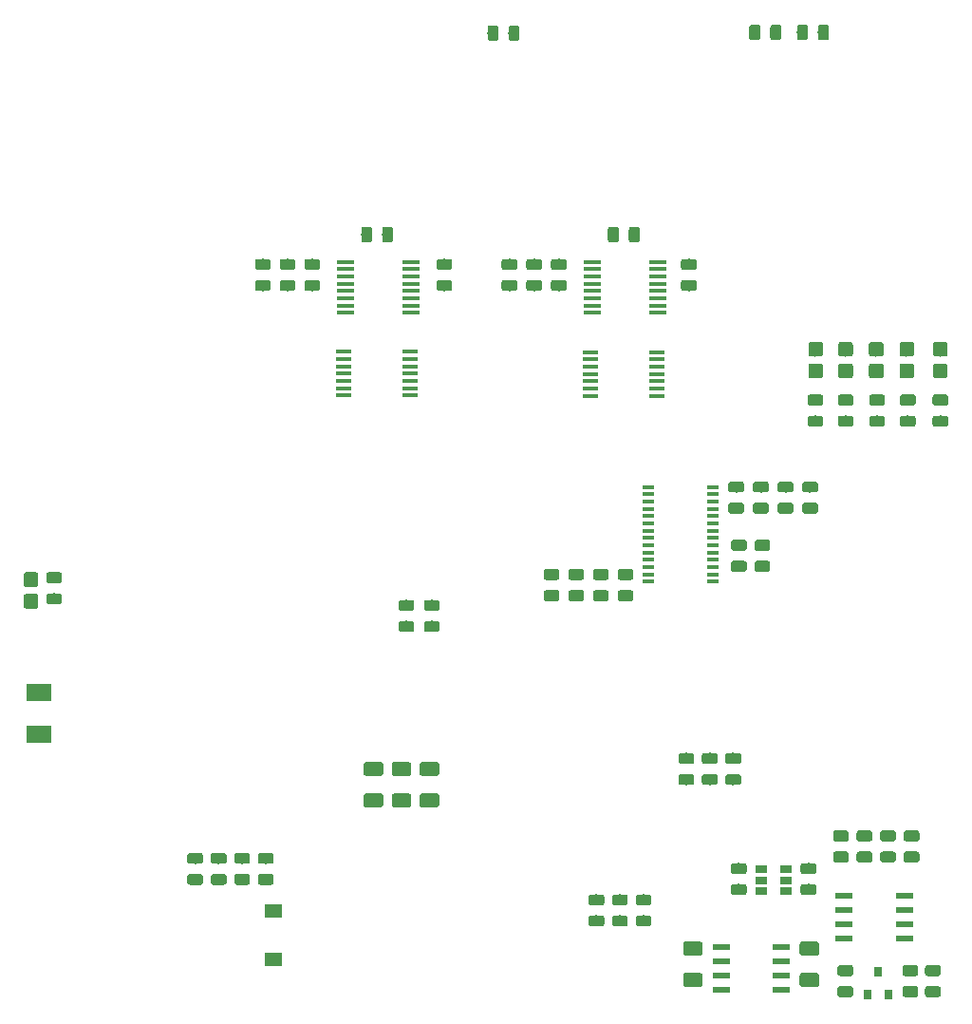
<source format=gtp>
G04 #@! TF.GenerationSoftware,KiCad,Pcbnew,5.0.1-33cea8e~68~ubuntu16.04.1*
G04 #@! TF.CreationDate,2018-11-25T11:29:47-06:00*
G04 #@! TF.ProjectId,BBB_SHIELD_V2,4242425F534849454C445F56322E6B69,rev?*
G04 #@! TF.SameCoordinates,Original*
G04 #@! TF.FileFunction,Paste,Top*
G04 #@! TF.FilePolarity,Positive*
%FSLAX46Y46*%
G04 Gerber Fmt 4.6, Leading zero omitted, Abs format (unit mm)*
G04 Created by KiCad (PCBNEW 5.0.1-33cea8e~68~ubuntu16.04.1) date Sun 25 Nov 2018 11:29:47 AM CST*
%MOMM*%
%LPD*%
G01*
G04 APERTURE LIST*
%ADD10R,2.280000X1.620000*%
%ADD11R,1.600000X1.200000*%
%ADD12R,1.600000X1.300000*%
%ADD13C,0.100000*%
%ADD14C,1.250000*%
%ADD15C,0.975000*%
%ADD16C,1.300000*%
%ADD17R,0.800000X0.900000*%
%ADD18R,1.550000X0.600000*%
%ADD19R,1.060000X0.650000*%
%ADD20R,1.450000X0.450000*%
%ADD21R,1.500000X0.450000*%
%ADD22R,1.100000X0.400000*%
G04 APERTURE END LIST*
D10*
G04 #@! TO.C,D1*
X108450000Y-115080000D03*
X108450000Y-118830000D03*
G04 #@! TD*
D11*
G04 #@! TO.C,D8*
X129400000Y-134580000D03*
D12*
X129400000Y-138900000D03*
G04 #@! TD*
D13*
G04 #@! TO.C,C1*
G36*
X138949504Y-121262146D02*
X138973773Y-121265746D01*
X138997571Y-121271707D01*
X139020671Y-121279972D01*
X139042849Y-121290462D01*
X139063893Y-121303075D01*
X139083598Y-121317689D01*
X139101777Y-121334165D01*
X139118253Y-121352344D01*
X139132867Y-121372049D01*
X139145480Y-121393093D01*
X139155970Y-121415271D01*
X139164235Y-121438371D01*
X139170196Y-121462169D01*
X139173796Y-121486438D01*
X139175000Y-121510942D01*
X139175000Y-122260942D01*
X139173796Y-122285446D01*
X139170196Y-122309715D01*
X139164235Y-122333513D01*
X139155970Y-122356613D01*
X139145480Y-122378791D01*
X139132867Y-122399835D01*
X139118253Y-122419540D01*
X139101777Y-122437719D01*
X139083598Y-122454195D01*
X139063893Y-122468809D01*
X139042849Y-122481422D01*
X139020671Y-122491912D01*
X138997571Y-122500177D01*
X138973773Y-122506138D01*
X138949504Y-122509738D01*
X138925000Y-122510942D01*
X137675000Y-122510942D01*
X137650496Y-122509738D01*
X137626227Y-122506138D01*
X137602429Y-122500177D01*
X137579329Y-122491912D01*
X137557151Y-122481422D01*
X137536107Y-122468809D01*
X137516402Y-122454195D01*
X137498223Y-122437719D01*
X137481747Y-122419540D01*
X137467133Y-122399835D01*
X137454520Y-122378791D01*
X137444030Y-122356613D01*
X137435765Y-122333513D01*
X137429804Y-122309715D01*
X137426204Y-122285446D01*
X137425000Y-122260942D01*
X137425000Y-121510942D01*
X137426204Y-121486438D01*
X137429804Y-121462169D01*
X137435765Y-121438371D01*
X137444030Y-121415271D01*
X137454520Y-121393093D01*
X137467133Y-121372049D01*
X137481747Y-121352344D01*
X137498223Y-121334165D01*
X137516402Y-121317689D01*
X137536107Y-121303075D01*
X137557151Y-121290462D01*
X137579329Y-121279972D01*
X137602429Y-121271707D01*
X137626227Y-121265746D01*
X137650496Y-121262146D01*
X137675000Y-121260942D01*
X138925000Y-121260942D01*
X138949504Y-121262146D01*
X138949504Y-121262146D01*
G37*
D14*
X138300000Y-121885942D03*
D13*
G36*
X138949504Y-124062146D02*
X138973773Y-124065746D01*
X138997571Y-124071707D01*
X139020671Y-124079972D01*
X139042849Y-124090462D01*
X139063893Y-124103075D01*
X139083598Y-124117689D01*
X139101777Y-124134165D01*
X139118253Y-124152344D01*
X139132867Y-124172049D01*
X139145480Y-124193093D01*
X139155970Y-124215271D01*
X139164235Y-124238371D01*
X139170196Y-124262169D01*
X139173796Y-124286438D01*
X139175000Y-124310942D01*
X139175000Y-125060942D01*
X139173796Y-125085446D01*
X139170196Y-125109715D01*
X139164235Y-125133513D01*
X139155970Y-125156613D01*
X139145480Y-125178791D01*
X139132867Y-125199835D01*
X139118253Y-125219540D01*
X139101777Y-125237719D01*
X139083598Y-125254195D01*
X139063893Y-125268809D01*
X139042849Y-125281422D01*
X139020671Y-125291912D01*
X138997571Y-125300177D01*
X138973773Y-125306138D01*
X138949504Y-125309738D01*
X138925000Y-125310942D01*
X137675000Y-125310942D01*
X137650496Y-125309738D01*
X137626227Y-125306138D01*
X137602429Y-125300177D01*
X137579329Y-125291912D01*
X137557151Y-125281422D01*
X137536107Y-125268809D01*
X137516402Y-125254195D01*
X137498223Y-125237719D01*
X137481747Y-125219540D01*
X137467133Y-125199835D01*
X137454520Y-125178791D01*
X137444030Y-125156613D01*
X137435765Y-125133513D01*
X137429804Y-125109715D01*
X137426204Y-125085446D01*
X137425000Y-125060942D01*
X137425000Y-124310942D01*
X137426204Y-124286438D01*
X137429804Y-124262169D01*
X137435765Y-124238371D01*
X137444030Y-124215271D01*
X137454520Y-124193093D01*
X137467133Y-124172049D01*
X137481747Y-124152344D01*
X137498223Y-124134165D01*
X137516402Y-124117689D01*
X137536107Y-124103075D01*
X137557151Y-124090462D01*
X137579329Y-124079972D01*
X137602429Y-124071707D01*
X137626227Y-124065746D01*
X137650496Y-124062146D01*
X137675000Y-124060942D01*
X138925000Y-124060942D01*
X138949504Y-124062146D01*
X138949504Y-124062146D01*
G37*
D14*
X138300000Y-124685942D03*
G04 #@! TD*
D13*
G04 #@! TO.C,C2*
G36*
X141449504Y-121276204D02*
X141473773Y-121279804D01*
X141497571Y-121285765D01*
X141520671Y-121294030D01*
X141542849Y-121304520D01*
X141563893Y-121317133D01*
X141583598Y-121331747D01*
X141601777Y-121348223D01*
X141618253Y-121366402D01*
X141632867Y-121386107D01*
X141645480Y-121407151D01*
X141655970Y-121429329D01*
X141664235Y-121452429D01*
X141670196Y-121476227D01*
X141673796Y-121500496D01*
X141675000Y-121525000D01*
X141675000Y-122275000D01*
X141673796Y-122299504D01*
X141670196Y-122323773D01*
X141664235Y-122347571D01*
X141655970Y-122370671D01*
X141645480Y-122392849D01*
X141632867Y-122413893D01*
X141618253Y-122433598D01*
X141601777Y-122451777D01*
X141583598Y-122468253D01*
X141563893Y-122482867D01*
X141542849Y-122495480D01*
X141520671Y-122505970D01*
X141497571Y-122514235D01*
X141473773Y-122520196D01*
X141449504Y-122523796D01*
X141425000Y-122525000D01*
X140175000Y-122525000D01*
X140150496Y-122523796D01*
X140126227Y-122520196D01*
X140102429Y-122514235D01*
X140079329Y-122505970D01*
X140057151Y-122495480D01*
X140036107Y-122482867D01*
X140016402Y-122468253D01*
X139998223Y-122451777D01*
X139981747Y-122433598D01*
X139967133Y-122413893D01*
X139954520Y-122392849D01*
X139944030Y-122370671D01*
X139935765Y-122347571D01*
X139929804Y-122323773D01*
X139926204Y-122299504D01*
X139925000Y-122275000D01*
X139925000Y-121525000D01*
X139926204Y-121500496D01*
X139929804Y-121476227D01*
X139935765Y-121452429D01*
X139944030Y-121429329D01*
X139954520Y-121407151D01*
X139967133Y-121386107D01*
X139981747Y-121366402D01*
X139998223Y-121348223D01*
X140016402Y-121331747D01*
X140036107Y-121317133D01*
X140057151Y-121304520D01*
X140079329Y-121294030D01*
X140102429Y-121285765D01*
X140126227Y-121279804D01*
X140150496Y-121276204D01*
X140175000Y-121275000D01*
X141425000Y-121275000D01*
X141449504Y-121276204D01*
X141449504Y-121276204D01*
G37*
D14*
X140800000Y-121900000D03*
D13*
G36*
X141449504Y-124076204D02*
X141473773Y-124079804D01*
X141497571Y-124085765D01*
X141520671Y-124094030D01*
X141542849Y-124104520D01*
X141563893Y-124117133D01*
X141583598Y-124131747D01*
X141601777Y-124148223D01*
X141618253Y-124166402D01*
X141632867Y-124186107D01*
X141645480Y-124207151D01*
X141655970Y-124229329D01*
X141664235Y-124252429D01*
X141670196Y-124276227D01*
X141673796Y-124300496D01*
X141675000Y-124325000D01*
X141675000Y-125075000D01*
X141673796Y-125099504D01*
X141670196Y-125123773D01*
X141664235Y-125147571D01*
X141655970Y-125170671D01*
X141645480Y-125192849D01*
X141632867Y-125213893D01*
X141618253Y-125233598D01*
X141601777Y-125251777D01*
X141583598Y-125268253D01*
X141563893Y-125282867D01*
X141542849Y-125295480D01*
X141520671Y-125305970D01*
X141497571Y-125314235D01*
X141473773Y-125320196D01*
X141449504Y-125323796D01*
X141425000Y-125325000D01*
X140175000Y-125325000D01*
X140150496Y-125323796D01*
X140126227Y-125320196D01*
X140102429Y-125314235D01*
X140079329Y-125305970D01*
X140057151Y-125295480D01*
X140036107Y-125282867D01*
X140016402Y-125268253D01*
X139998223Y-125251777D01*
X139981747Y-125233598D01*
X139967133Y-125213893D01*
X139954520Y-125192849D01*
X139944030Y-125170671D01*
X139935765Y-125147571D01*
X139929804Y-125123773D01*
X139926204Y-125099504D01*
X139925000Y-125075000D01*
X139925000Y-124325000D01*
X139926204Y-124300496D01*
X139929804Y-124276227D01*
X139935765Y-124252429D01*
X139944030Y-124229329D01*
X139954520Y-124207151D01*
X139967133Y-124186107D01*
X139981747Y-124166402D01*
X139998223Y-124148223D01*
X140016402Y-124131747D01*
X140036107Y-124117133D01*
X140057151Y-124104520D01*
X140079329Y-124094030D01*
X140102429Y-124085765D01*
X140126227Y-124079804D01*
X140150496Y-124076204D01*
X140175000Y-124075000D01*
X141425000Y-124075000D01*
X141449504Y-124076204D01*
X141449504Y-124076204D01*
G37*
D14*
X140800000Y-124700000D03*
G04 #@! TD*
D13*
G04 #@! TO.C,C3*
G36*
X143949504Y-121262146D02*
X143973773Y-121265746D01*
X143997571Y-121271707D01*
X144020671Y-121279972D01*
X144042849Y-121290462D01*
X144063893Y-121303075D01*
X144083598Y-121317689D01*
X144101777Y-121334165D01*
X144118253Y-121352344D01*
X144132867Y-121372049D01*
X144145480Y-121393093D01*
X144155970Y-121415271D01*
X144164235Y-121438371D01*
X144170196Y-121462169D01*
X144173796Y-121486438D01*
X144175000Y-121510942D01*
X144175000Y-122260942D01*
X144173796Y-122285446D01*
X144170196Y-122309715D01*
X144164235Y-122333513D01*
X144155970Y-122356613D01*
X144145480Y-122378791D01*
X144132867Y-122399835D01*
X144118253Y-122419540D01*
X144101777Y-122437719D01*
X144083598Y-122454195D01*
X144063893Y-122468809D01*
X144042849Y-122481422D01*
X144020671Y-122491912D01*
X143997571Y-122500177D01*
X143973773Y-122506138D01*
X143949504Y-122509738D01*
X143925000Y-122510942D01*
X142675000Y-122510942D01*
X142650496Y-122509738D01*
X142626227Y-122506138D01*
X142602429Y-122500177D01*
X142579329Y-122491912D01*
X142557151Y-122481422D01*
X142536107Y-122468809D01*
X142516402Y-122454195D01*
X142498223Y-122437719D01*
X142481747Y-122419540D01*
X142467133Y-122399835D01*
X142454520Y-122378791D01*
X142444030Y-122356613D01*
X142435765Y-122333513D01*
X142429804Y-122309715D01*
X142426204Y-122285446D01*
X142425000Y-122260942D01*
X142425000Y-121510942D01*
X142426204Y-121486438D01*
X142429804Y-121462169D01*
X142435765Y-121438371D01*
X142444030Y-121415271D01*
X142454520Y-121393093D01*
X142467133Y-121372049D01*
X142481747Y-121352344D01*
X142498223Y-121334165D01*
X142516402Y-121317689D01*
X142536107Y-121303075D01*
X142557151Y-121290462D01*
X142579329Y-121279972D01*
X142602429Y-121271707D01*
X142626227Y-121265746D01*
X142650496Y-121262146D01*
X142675000Y-121260942D01*
X143925000Y-121260942D01*
X143949504Y-121262146D01*
X143949504Y-121262146D01*
G37*
D14*
X143300000Y-121885942D03*
D13*
G36*
X143949504Y-124062146D02*
X143973773Y-124065746D01*
X143997571Y-124071707D01*
X144020671Y-124079972D01*
X144042849Y-124090462D01*
X144063893Y-124103075D01*
X144083598Y-124117689D01*
X144101777Y-124134165D01*
X144118253Y-124152344D01*
X144132867Y-124172049D01*
X144145480Y-124193093D01*
X144155970Y-124215271D01*
X144164235Y-124238371D01*
X144170196Y-124262169D01*
X144173796Y-124286438D01*
X144175000Y-124310942D01*
X144175000Y-125060942D01*
X144173796Y-125085446D01*
X144170196Y-125109715D01*
X144164235Y-125133513D01*
X144155970Y-125156613D01*
X144145480Y-125178791D01*
X144132867Y-125199835D01*
X144118253Y-125219540D01*
X144101777Y-125237719D01*
X144083598Y-125254195D01*
X144063893Y-125268809D01*
X144042849Y-125281422D01*
X144020671Y-125291912D01*
X143997571Y-125300177D01*
X143973773Y-125306138D01*
X143949504Y-125309738D01*
X143925000Y-125310942D01*
X142675000Y-125310942D01*
X142650496Y-125309738D01*
X142626227Y-125306138D01*
X142602429Y-125300177D01*
X142579329Y-125291912D01*
X142557151Y-125281422D01*
X142536107Y-125268809D01*
X142516402Y-125254195D01*
X142498223Y-125237719D01*
X142481747Y-125219540D01*
X142467133Y-125199835D01*
X142454520Y-125178791D01*
X142444030Y-125156613D01*
X142435765Y-125133513D01*
X142429804Y-125109715D01*
X142426204Y-125085446D01*
X142425000Y-125060942D01*
X142425000Y-124310942D01*
X142426204Y-124286438D01*
X142429804Y-124262169D01*
X142435765Y-124238371D01*
X142444030Y-124215271D01*
X142454520Y-124193093D01*
X142467133Y-124172049D01*
X142481747Y-124152344D01*
X142498223Y-124134165D01*
X142516402Y-124117689D01*
X142536107Y-124103075D01*
X142557151Y-124090462D01*
X142579329Y-124079972D01*
X142602429Y-124071707D01*
X142626227Y-124065746D01*
X142650496Y-124062146D01*
X142675000Y-124060942D01*
X143925000Y-124060942D01*
X143949504Y-124062146D01*
X143949504Y-124062146D01*
G37*
D14*
X143300000Y-124685942D03*
G04 #@! TD*
D13*
G04 #@! TO.C,C5*
G36*
X166699030Y-122346061D02*
X166722691Y-122349571D01*
X166745895Y-122355383D01*
X166768417Y-122363441D01*
X166790041Y-122373669D01*
X166810558Y-122385966D01*
X166829771Y-122400216D01*
X166847495Y-122416280D01*
X166863559Y-122434004D01*
X166877809Y-122453217D01*
X166890106Y-122473734D01*
X166900334Y-122495358D01*
X166908392Y-122517880D01*
X166914204Y-122541084D01*
X166917714Y-122564745D01*
X166918888Y-122588637D01*
X166918888Y-123076137D01*
X166917714Y-123100029D01*
X166914204Y-123123690D01*
X166908392Y-123146894D01*
X166900334Y-123169416D01*
X166890106Y-123191040D01*
X166877809Y-123211557D01*
X166863559Y-123230770D01*
X166847495Y-123248494D01*
X166829771Y-123264558D01*
X166810558Y-123278808D01*
X166790041Y-123291105D01*
X166768417Y-123301333D01*
X166745895Y-123309391D01*
X166722691Y-123315203D01*
X166699030Y-123318713D01*
X166675138Y-123319887D01*
X165762638Y-123319887D01*
X165738746Y-123318713D01*
X165715085Y-123315203D01*
X165691881Y-123309391D01*
X165669359Y-123301333D01*
X165647735Y-123291105D01*
X165627218Y-123278808D01*
X165608005Y-123264558D01*
X165590281Y-123248494D01*
X165574217Y-123230770D01*
X165559967Y-123211557D01*
X165547670Y-123191040D01*
X165537442Y-123169416D01*
X165529384Y-123146894D01*
X165523572Y-123123690D01*
X165520062Y-123100029D01*
X165518888Y-123076137D01*
X165518888Y-122588637D01*
X165520062Y-122564745D01*
X165523572Y-122541084D01*
X165529384Y-122517880D01*
X165537442Y-122495358D01*
X165547670Y-122473734D01*
X165559967Y-122453217D01*
X165574217Y-122434004D01*
X165590281Y-122416280D01*
X165608005Y-122400216D01*
X165627218Y-122385966D01*
X165647735Y-122373669D01*
X165669359Y-122363441D01*
X165691881Y-122355383D01*
X165715085Y-122349571D01*
X165738746Y-122346061D01*
X165762638Y-122344887D01*
X166675138Y-122344887D01*
X166699030Y-122346061D01*
X166699030Y-122346061D01*
G37*
D15*
X166218888Y-122832387D03*
D13*
G36*
X166699030Y-120471061D02*
X166722691Y-120474571D01*
X166745895Y-120480383D01*
X166768417Y-120488441D01*
X166790041Y-120498669D01*
X166810558Y-120510966D01*
X166829771Y-120525216D01*
X166847495Y-120541280D01*
X166863559Y-120559004D01*
X166877809Y-120578217D01*
X166890106Y-120598734D01*
X166900334Y-120620358D01*
X166908392Y-120642880D01*
X166914204Y-120666084D01*
X166917714Y-120689745D01*
X166918888Y-120713637D01*
X166918888Y-121201137D01*
X166917714Y-121225029D01*
X166914204Y-121248690D01*
X166908392Y-121271894D01*
X166900334Y-121294416D01*
X166890106Y-121316040D01*
X166877809Y-121336557D01*
X166863559Y-121355770D01*
X166847495Y-121373494D01*
X166829771Y-121389558D01*
X166810558Y-121403808D01*
X166790041Y-121416105D01*
X166768417Y-121426333D01*
X166745895Y-121434391D01*
X166722691Y-121440203D01*
X166699030Y-121443713D01*
X166675138Y-121444887D01*
X165762638Y-121444887D01*
X165738746Y-121443713D01*
X165715085Y-121440203D01*
X165691881Y-121434391D01*
X165669359Y-121426333D01*
X165647735Y-121416105D01*
X165627218Y-121403808D01*
X165608005Y-121389558D01*
X165590281Y-121373494D01*
X165574217Y-121355770D01*
X165559967Y-121336557D01*
X165547670Y-121316040D01*
X165537442Y-121294416D01*
X165529384Y-121271894D01*
X165523572Y-121248690D01*
X165520062Y-121225029D01*
X165518888Y-121201137D01*
X165518888Y-120713637D01*
X165520062Y-120689745D01*
X165523572Y-120666084D01*
X165529384Y-120642880D01*
X165537442Y-120620358D01*
X165547670Y-120598734D01*
X165559967Y-120578217D01*
X165574217Y-120559004D01*
X165590281Y-120541280D01*
X165608005Y-120525216D01*
X165627218Y-120510966D01*
X165647735Y-120498669D01*
X165669359Y-120488441D01*
X165691881Y-120480383D01*
X165715085Y-120474571D01*
X165738746Y-120471061D01*
X165762638Y-120469887D01*
X166675138Y-120469887D01*
X166699030Y-120471061D01*
X166699030Y-120471061D01*
G37*
D15*
X166218888Y-120957387D03*
G04 #@! TD*
D13*
G04 #@! TO.C,C6*
G36*
X168780142Y-122346061D02*
X168803803Y-122349571D01*
X168827007Y-122355383D01*
X168849529Y-122363441D01*
X168871153Y-122373669D01*
X168891670Y-122385966D01*
X168910883Y-122400216D01*
X168928607Y-122416280D01*
X168944671Y-122434004D01*
X168958921Y-122453217D01*
X168971218Y-122473734D01*
X168981446Y-122495358D01*
X168989504Y-122517880D01*
X168995316Y-122541084D01*
X168998826Y-122564745D01*
X169000000Y-122588637D01*
X169000000Y-123076137D01*
X168998826Y-123100029D01*
X168995316Y-123123690D01*
X168989504Y-123146894D01*
X168981446Y-123169416D01*
X168971218Y-123191040D01*
X168958921Y-123211557D01*
X168944671Y-123230770D01*
X168928607Y-123248494D01*
X168910883Y-123264558D01*
X168891670Y-123278808D01*
X168871153Y-123291105D01*
X168849529Y-123301333D01*
X168827007Y-123309391D01*
X168803803Y-123315203D01*
X168780142Y-123318713D01*
X168756250Y-123319887D01*
X167843750Y-123319887D01*
X167819858Y-123318713D01*
X167796197Y-123315203D01*
X167772993Y-123309391D01*
X167750471Y-123301333D01*
X167728847Y-123291105D01*
X167708330Y-123278808D01*
X167689117Y-123264558D01*
X167671393Y-123248494D01*
X167655329Y-123230770D01*
X167641079Y-123211557D01*
X167628782Y-123191040D01*
X167618554Y-123169416D01*
X167610496Y-123146894D01*
X167604684Y-123123690D01*
X167601174Y-123100029D01*
X167600000Y-123076137D01*
X167600000Y-122588637D01*
X167601174Y-122564745D01*
X167604684Y-122541084D01*
X167610496Y-122517880D01*
X167618554Y-122495358D01*
X167628782Y-122473734D01*
X167641079Y-122453217D01*
X167655329Y-122434004D01*
X167671393Y-122416280D01*
X167689117Y-122400216D01*
X167708330Y-122385966D01*
X167728847Y-122373669D01*
X167750471Y-122363441D01*
X167772993Y-122355383D01*
X167796197Y-122349571D01*
X167819858Y-122346061D01*
X167843750Y-122344887D01*
X168756250Y-122344887D01*
X168780142Y-122346061D01*
X168780142Y-122346061D01*
G37*
D15*
X168300000Y-122832387D03*
D13*
G36*
X168780142Y-120471061D02*
X168803803Y-120474571D01*
X168827007Y-120480383D01*
X168849529Y-120488441D01*
X168871153Y-120498669D01*
X168891670Y-120510966D01*
X168910883Y-120525216D01*
X168928607Y-120541280D01*
X168944671Y-120559004D01*
X168958921Y-120578217D01*
X168971218Y-120598734D01*
X168981446Y-120620358D01*
X168989504Y-120642880D01*
X168995316Y-120666084D01*
X168998826Y-120689745D01*
X169000000Y-120713637D01*
X169000000Y-121201137D01*
X168998826Y-121225029D01*
X168995316Y-121248690D01*
X168989504Y-121271894D01*
X168981446Y-121294416D01*
X168971218Y-121316040D01*
X168958921Y-121336557D01*
X168944671Y-121355770D01*
X168928607Y-121373494D01*
X168910883Y-121389558D01*
X168891670Y-121403808D01*
X168871153Y-121416105D01*
X168849529Y-121426333D01*
X168827007Y-121434391D01*
X168803803Y-121440203D01*
X168780142Y-121443713D01*
X168756250Y-121444887D01*
X167843750Y-121444887D01*
X167819858Y-121443713D01*
X167796197Y-121440203D01*
X167772993Y-121434391D01*
X167750471Y-121426333D01*
X167728847Y-121416105D01*
X167708330Y-121403808D01*
X167689117Y-121389558D01*
X167671393Y-121373494D01*
X167655329Y-121355770D01*
X167641079Y-121336557D01*
X167628782Y-121316040D01*
X167618554Y-121294416D01*
X167610496Y-121271894D01*
X167604684Y-121248690D01*
X167601174Y-121225029D01*
X167600000Y-121201137D01*
X167600000Y-120713637D01*
X167601174Y-120689745D01*
X167604684Y-120666084D01*
X167610496Y-120642880D01*
X167618554Y-120620358D01*
X167628782Y-120598734D01*
X167641079Y-120578217D01*
X167655329Y-120559004D01*
X167671393Y-120541280D01*
X167689117Y-120525216D01*
X167708330Y-120510966D01*
X167728847Y-120498669D01*
X167750471Y-120488441D01*
X167772993Y-120480383D01*
X167796197Y-120474571D01*
X167819858Y-120471061D01*
X167843750Y-120469887D01*
X168756250Y-120469887D01*
X168780142Y-120471061D01*
X168780142Y-120471061D01*
G37*
D15*
X168300000Y-120957387D03*
G04 #@! TD*
D13*
G04 #@! TO.C,C7*
G36*
X170880142Y-122346061D02*
X170903803Y-122349571D01*
X170927007Y-122355383D01*
X170949529Y-122363441D01*
X170971153Y-122373669D01*
X170991670Y-122385966D01*
X171010883Y-122400216D01*
X171028607Y-122416280D01*
X171044671Y-122434004D01*
X171058921Y-122453217D01*
X171071218Y-122473734D01*
X171081446Y-122495358D01*
X171089504Y-122517880D01*
X171095316Y-122541084D01*
X171098826Y-122564745D01*
X171100000Y-122588637D01*
X171100000Y-123076137D01*
X171098826Y-123100029D01*
X171095316Y-123123690D01*
X171089504Y-123146894D01*
X171081446Y-123169416D01*
X171071218Y-123191040D01*
X171058921Y-123211557D01*
X171044671Y-123230770D01*
X171028607Y-123248494D01*
X171010883Y-123264558D01*
X170991670Y-123278808D01*
X170971153Y-123291105D01*
X170949529Y-123301333D01*
X170927007Y-123309391D01*
X170903803Y-123315203D01*
X170880142Y-123318713D01*
X170856250Y-123319887D01*
X169943750Y-123319887D01*
X169919858Y-123318713D01*
X169896197Y-123315203D01*
X169872993Y-123309391D01*
X169850471Y-123301333D01*
X169828847Y-123291105D01*
X169808330Y-123278808D01*
X169789117Y-123264558D01*
X169771393Y-123248494D01*
X169755329Y-123230770D01*
X169741079Y-123211557D01*
X169728782Y-123191040D01*
X169718554Y-123169416D01*
X169710496Y-123146894D01*
X169704684Y-123123690D01*
X169701174Y-123100029D01*
X169700000Y-123076137D01*
X169700000Y-122588637D01*
X169701174Y-122564745D01*
X169704684Y-122541084D01*
X169710496Y-122517880D01*
X169718554Y-122495358D01*
X169728782Y-122473734D01*
X169741079Y-122453217D01*
X169755329Y-122434004D01*
X169771393Y-122416280D01*
X169789117Y-122400216D01*
X169808330Y-122385966D01*
X169828847Y-122373669D01*
X169850471Y-122363441D01*
X169872993Y-122355383D01*
X169896197Y-122349571D01*
X169919858Y-122346061D01*
X169943750Y-122344887D01*
X170856250Y-122344887D01*
X170880142Y-122346061D01*
X170880142Y-122346061D01*
G37*
D15*
X170400000Y-122832387D03*
D13*
G36*
X170880142Y-120471061D02*
X170903803Y-120474571D01*
X170927007Y-120480383D01*
X170949529Y-120488441D01*
X170971153Y-120498669D01*
X170991670Y-120510966D01*
X171010883Y-120525216D01*
X171028607Y-120541280D01*
X171044671Y-120559004D01*
X171058921Y-120578217D01*
X171071218Y-120598734D01*
X171081446Y-120620358D01*
X171089504Y-120642880D01*
X171095316Y-120666084D01*
X171098826Y-120689745D01*
X171100000Y-120713637D01*
X171100000Y-121201137D01*
X171098826Y-121225029D01*
X171095316Y-121248690D01*
X171089504Y-121271894D01*
X171081446Y-121294416D01*
X171071218Y-121316040D01*
X171058921Y-121336557D01*
X171044671Y-121355770D01*
X171028607Y-121373494D01*
X171010883Y-121389558D01*
X170991670Y-121403808D01*
X170971153Y-121416105D01*
X170949529Y-121426333D01*
X170927007Y-121434391D01*
X170903803Y-121440203D01*
X170880142Y-121443713D01*
X170856250Y-121444887D01*
X169943750Y-121444887D01*
X169919858Y-121443713D01*
X169896197Y-121440203D01*
X169872993Y-121434391D01*
X169850471Y-121426333D01*
X169828847Y-121416105D01*
X169808330Y-121403808D01*
X169789117Y-121389558D01*
X169771393Y-121373494D01*
X169755329Y-121355770D01*
X169741079Y-121336557D01*
X169728782Y-121316040D01*
X169718554Y-121294416D01*
X169710496Y-121271894D01*
X169704684Y-121248690D01*
X169701174Y-121225029D01*
X169700000Y-121201137D01*
X169700000Y-120713637D01*
X169701174Y-120689745D01*
X169704684Y-120666084D01*
X169710496Y-120642880D01*
X169718554Y-120620358D01*
X169728782Y-120598734D01*
X169741079Y-120578217D01*
X169755329Y-120559004D01*
X169771393Y-120541280D01*
X169789117Y-120525216D01*
X169808330Y-120510966D01*
X169828847Y-120498669D01*
X169850471Y-120488441D01*
X169872993Y-120480383D01*
X169896197Y-120474571D01*
X169919858Y-120471061D01*
X169943750Y-120469887D01*
X170856250Y-120469887D01*
X170880142Y-120471061D01*
X170880142Y-120471061D01*
G37*
D15*
X170400000Y-120957387D03*
G04 #@! TD*
D13*
G04 #@! TO.C,C9*
G36*
X127080142Y-131251174D02*
X127103803Y-131254684D01*
X127127007Y-131260496D01*
X127149529Y-131268554D01*
X127171153Y-131278782D01*
X127191670Y-131291079D01*
X127210883Y-131305329D01*
X127228607Y-131321393D01*
X127244671Y-131339117D01*
X127258921Y-131358330D01*
X127271218Y-131378847D01*
X127281446Y-131400471D01*
X127289504Y-131422993D01*
X127295316Y-131446197D01*
X127298826Y-131469858D01*
X127300000Y-131493750D01*
X127300000Y-131981250D01*
X127298826Y-132005142D01*
X127295316Y-132028803D01*
X127289504Y-132052007D01*
X127281446Y-132074529D01*
X127271218Y-132096153D01*
X127258921Y-132116670D01*
X127244671Y-132135883D01*
X127228607Y-132153607D01*
X127210883Y-132169671D01*
X127191670Y-132183921D01*
X127171153Y-132196218D01*
X127149529Y-132206446D01*
X127127007Y-132214504D01*
X127103803Y-132220316D01*
X127080142Y-132223826D01*
X127056250Y-132225000D01*
X126143750Y-132225000D01*
X126119858Y-132223826D01*
X126096197Y-132220316D01*
X126072993Y-132214504D01*
X126050471Y-132206446D01*
X126028847Y-132196218D01*
X126008330Y-132183921D01*
X125989117Y-132169671D01*
X125971393Y-132153607D01*
X125955329Y-132135883D01*
X125941079Y-132116670D01*
X125928782Y-132096153D01*
X125918554Y-132074529D01*
X125910496Y-132052007D01*
X125904684Y-132028803D01*
X125901174Y-132005142D01*
X125900000Y-131981250D01*
X125900000Y-131493750D01*
X125901174Y-131469858D01*
X125904684Y-131446197D01*
X125910496Y-131422993D01*
X125918554Y-131400471D01*
X125928782Y-131378847D01*
X125941079Y-131358330D01*
X125955329Y-131339117D01*
X125971393Y-131321393D01*
X125989117Y-131305329D01*
X126008330Y-131291079D01*
X126028847Y-131278782D01*
X126050471Y-131268554D01*
X126072993Y-131260496D01*
X126096197Y-131254684D01*
X126119858Y-131251174D01*
X126143750Y-131250000D01*
X127056250Y-131250000D01*
X127080142Y-131251174D01*
X127080142Y-131251174D01*
G37*
D15*
X126600000Y-131737500D03*
D13*
G36*
X127080142Y-129376174D02*
X127103803Y-129379684D01*
X127127007Y-129385496D01*
X127149529Y-129393554D01*
X127171153Y-129403782D01*
X127191670Y-129416079D01*
X127210883Y-129430329D01*
X127228607Y-129446393D01*
X127244671Y-129464117D01*
X127258921Y-129483330D01*
X127271218Y-129503847D01*
X127281446Y-129525471D01*
X127289504Y-129547993D01*
X127295316Y-129571197D01*
X127298826Y-129594858D01*
X127300000Y-129618750D01*
X127300000Y-130106250D01*
X127298826Y-130130142D01*
X127295316Y-130153803D01*
X127289504Y-130177007D01*
X127281446Y-130199529D01*
X127271218Y-130221153D01*
X127258921Y-130241670D01*
X127244671Y-130260883D01*
X127228607Y-130278607D01*
X127210883Y-130294671D01*
X127191670Y-130308921D01*
X127171153Y-130321218D01*
X127149529Y-130331446D01*
X127127007Y-130339504D01*
X127103803Y-130345316D01*
X127080142Y-130348826D01*
X127056250Y-130350000D01*
X126143750Y-130350000D01*
X126119858Y-130348826D01*
X126096197Y-130345316D01*
X126072993Y-130339504D01*
X126050471Y-130331446D01*
X126028847Y-130321218D01*
X126008330Y-130308921D01*
X125989117Y-130294671D01*
X125971393Y-130278607D01*
X125955329Y-130260883D01*
X125941079Y-130241670D01*
X125928782Y-130221153D01*
X125918554Y-130199529D01*
X125910496Y-130177007D01*
X125904684Y-130153803D01*
X125901174Y-130130142D01*
X125900000Y-130106250D01*
X125900000Y-129618750D01*
X125901174Y-129594858D01*
X125904684Y-129571197D01*
X125910496Y-129547993D01*
X125918554Y-129525471D01*
X125928782Y-129503847D01*
X125941079Y-129483330D01*
X125955329Y-129464117D01*
X125971393Y-129446393D01*
X125989117Y-129430329D01*
X126008330Y-129416079D01*
X126028847Y-129403782D01*
X126050471Y-129393554D01*
X126072993Y-129385496D01*
X126096197Y-129379684D01*
X126119858Y-129376174D01*
X126143750Y-129375000D01*
X127056250Y-129375000D01*
X127080142Y-129376174D01*
X127080142Y-129376174D01*
G37*
D15*
X126600000Y-129862500D03*
G04 #@! TD*
D13*
G04 #@! TO.C,C10*
G36*
X167449504Y-140076204D02*
X167473773Y-140079804D01*
X167497571Y-140085765D01*
X167520671Y-140094030D01*
X167542849Y-140104520D01*
X167563893Y-140117133D01*
X167583598Y-140131747D01*
X167601777Y-140148223D01*
X167618253Y-140166402D01*
X167632867Y-140186107D01*
X167645480Y-140207151D01*
X167655970Y-140229329D01*
X167664235Y-140252429D01*
X167670196Y-140276227D01*
X167673796Y-140300496D01*
X167675000Y-140325000D01*
X167675000Y-141075000D01*
X167673796Y-141099504D01*
X167670196Y-141123773D01*
X167664235Y-141147571D01*
X167655970Y-141170671D01*
X167645480Y-141192849D01*
X167632867Y-141213893D01*
X167618253Y-141233598D01*
X167601777Y-141251777D01*
X167583598Y-141268253D01*
X167563893Y-141282867D01*
X167542849Y-141295480D01*
X167520671Y-141305970D01*
X167497571Y-141314235D01*
X167473773Y-141320196D01*
X167449504Y-141323796D01*
X167425000Y-141325000D01*
X166175000Y-141325000D01*
X166150496Y-141323796D01*
X166126227Y-141320196D01*
X166102429Y-141314235D01*
X166079329Y-141305970D01*
X166057151Y-141295480D01*
X166036107Y-141282867D01*
X166016402Y-141268253D01*
X165998223Y-141251777D01*
X165981747Y-141233598D01*
X165967133Y-141213893D01*
X165954520Y-141192849D01*
X165944030Y-141170671D01*
X165935765Y-141147571D01*
X165929804Y-141123773D01*
X165926204Y-141099504D01*
X165925000Y-141075000D01*
X165925000Y-140325000D01*
X165926204Y-140300496D01*
X165929804Y-140276227D01*
X165935765Y-140252429D01*
X165944030Y-140229329D01*
X165954520Y-140207151D01*
X165967133Y-140186107D01*
X165981747Y-140166402D01*
X165998223Y-140148223D01*
X166016402Y-140131747D01*
X166036107Y-140117133D01*
X166057151Y-140104520D01*
X166079329Y-140094030D01*
X166102429Y-140085765D01*
X166126227Y-140079804D01*
X166150496Y-140076204D01*
X166175000Y-140075000D01*
X167425000Y-140075000D01*
X167449504Y-140076204D01*
X167449504Y-140076204D01*
G37*
D14*
X166800000Y-140700000D03*
D13*
G36*
X167449504Y-137276204D02*
X167473773Y-137279804D01*
X167497571Y-137285765D01*
X167520671Y-137294030D01*
X167542849Y-137304520D01*
X167563893Y-137317133D01*
X167583598Y-137331747D01*
X167601777Y-137348223D01*
X167618253Y-137366402D01*
X167632867Y-137386107D01*
X167645480Y-137407151D01*
X167655970Y-137429329D01*
X167664235Y-137452429D01*
X167670196Y-137476227D01*
X167673796Y-137500496D01*
X167675000Y-137525000D01*
X167675000Y-138275000D01*
X167673796Y-138299504D01*
X167670196Y-138323773D01*
X167664235Y-138347571D01*
X167655970Y-138370671D01*
X167645480Y-138392849D01*
X167632867Y-138413893D01*
X167618253Y-138433598D01*
X167601777Y-138451777D01*
X167583598Y-138468253D01*
X167563893Y-138482867D01*
X167542849Y-138495480D01*
X167520671Y-138505970D01*
X167497571Y-138514235D01*
X167473773Y-138520196D01*
X167449504Y-138523796D01*
X167425000Y-138525000D01*
X166175000Y-138525000D01*
X166150496Y-138523796D01*
X166126227Y-138520196D01*
X166102429Y-138514235D01*
X166079329Y-138505970D01*
X166057151Y-138495480D01*
X166036107Y-138482867D01*
X166016402Y-138468253D01*
X165998223Y-138451777D01*
X165981747Y-138433598D01*
X165967133Y-138413893D01*
X165954520Y-138392849D01*
X165944030Y-138370671D01*
X165935765Y-138347571D01*
X165929804Y-138323773D01*
X165926204Y-138299504D01*
X165925000Y-138275000D01*
X165925000Y-137525000D01*
X165926204Y-137500496D01*
X165929804Y-137476227D01*
X165935765Y-137452429D01*
X165944030Y-137429329D01*
X165954520Y-137407151D01*
X165967133Y-137386107D01*
X165981747Y-137366402D01*
X165998223Y-137348223D01*
X166016402Y-137331747D01*
X166036107Y-137317133D01*
X166057151Y-137304520D01*
X166079329Y-137294030D01*
X166102429Y-137285765D01*
X166126227Y-137279804D01*
X166150496Y-137276204D01*
X166175000Y-137275000D01*
X167425000Y-137275000D01*
X167449504Y-137276204D01*
X167449504Y-137276204D01*
G37*
D14*
X166800000Y-137900000D03*
G04 #@! TD*
D13*
G04 #@! TO.C,C11*
G36*
X177849504Y-140076204D02*
X177873773Y-140079804D01*
X177897571Y-140085765D01*
X177920671Y-140094030D01*
X177942849Y-140104520D01*
X177963893Y-140117133D01*
X177983598Y-140131747D01*
X178001777Y-140148223D01*
X178018253Y-140166402D01*
X178032867Y-140186107D01*
X178045480Y-140207151D01*
X178055970Y-140229329D01*
X178064235Y-140252429D01*
X178070196Y-140276227D01*
X178073796Y-140300496D01*
X178075000Y-140325000D01*
X178075000Y-141075000D01*
X178073796Y-141099504D01*
X178070196Y-141123773D01*
X178064235Y-141147571D01*
X178055970Y-141170671D01*
X178045480Y-141192849D01*
X178032867Y-141213893D01*
X178018253Y-141233598D01*
X178001777Y-141251777D01*
X177983598Y-141268253D01*
X177963893Y-141282867D01*
X177942849Y-141295480D01*
X177920671Y-141305970D01*
X177897571Y-141314235D01*
X177873773Y-141320196D01*
X177849504Y-141323796D01*
X177825000Y-141325000D01*
X176575000Y-141325000D01*
X176550496Y-141323796D01*
X176526227Y-141320196D01*
X176502429Y-141314235D01*
X176479329Y-141305970D01*
X176457151Y-141295480D01*
X176436107Y-141282867D01*
X176416402Y-141268253D01*
X176398223Y-141251777D01*
X176381747Y-141233598D01*
X176367133Y-141213893D01*
X176354520Y-141192849D01*
X176344030Y-141170671D01*
X176335765Y-141147571D01*
X176329804Y-141123773D01*
X176326204Y-141099504D01*
X176325000Y-141075000D01*
X176325000Y-140325000D01*
X176326204Y-140300496D01*
X176329804Y-140276227D01*
X176335765Y-140252429D01*
X176344030Y-140229329D01*
X176354520Y-140207151D01*
X176367133Y-140186107D01*
X176381747Y-140166402D01*
X176398223Y-140148223D01*
X176416402Y-140131747D01*
X176436107Y-140117133D01*
X176457151Y-140104520D01*
X176479329Y-140094030D01*
X176502429Y-140085765D01*
X176526227Y-140079804D01*
X176550496Y-140076204D01*
X176575000Y-140075000D01*
X177825000Y-140075000D01*
X177849504Y-140076204D01*
X177849504Y-140076204D01*
G37*
D14*
X177200000Y-140700000D03*
D13*
G36*
X177849504Y-137276204D02*
X177873773Y-137279804D01*
X177897571Y-137285765D01*
X177920671Y-137294030D01*
X177942849Y-137304520D01*
X177963893Y-137317133D01*
X177983598Y-137331747D01*
X178001777Y-137348223D01*
X178018253Y-137366402D01*
X178032867Y-137386107D01*
X178045480Y-137407151D01*
X178055970Y-137429329D01*
X178064235Y-137452429D01*
X178070196Y-137476227D01*
X178073796Y-137500496D01*
X178075000Y-137525000D01*
X178075000Y-138275000D01*
X178073796Y-138299504D01*
X178070196Y-138323773D01*
X178064235Y-138347571D01*
X178055970Y-138370671D01*
X178045480Y-138392849D01*
X178032867Y-138413893D01*
X178018253Y-138433598D01*
X178001777Y-138451777D01*
X177983598Y-138468253D01*
X177963893Y-138482867D01*
X177942849Y-138495480D01*
X177920671Y-138505970D01*
X177897571Y-138514235D01*
X177873773Y-138520196D01*
X177849504Y-138523796D01*
X177825000Y-138525000D01*
X176575000Y-138525000D01*
X176550496Y-138523796D01*
X176526227Y-138520196D01*
X176502429Y-138514235D01*
X176479329Y-138505970D01*
X176457151Y-138495480D01*
X176436107Y-138482867D01*
X176416402Y-138468253D01*
X176398223Y-138451777D01*
X176381747Y-138433598D01*
X176367133Y-138413893D01*
X176354520Y-138392849D01*
X176344030Y-138370671D01*
X176335765Y-138347571D01*
X176329804Y-138323773D01*
X176326204Y-138299504D01*
X176325000Y-138275000D01*
X176325000Y-137525000D01*
X176326204Y-137500496D01*
X176329804Y-137476227D01*
X176335765Y-137452429D01*
X176344030Y-137429329D01*
X176354520Y-137407151D01*
X176367133Y-137386107D01*
X176381747Y-137366402D01*
X176398223Y-137348223D01*
X176416402Y-137331747D01*
X176436107Y-137317133D01*
X176457151Y-137304520D01*
X176479329Y-137294030D01*
X176502429Y-137285765D01*
X176526227Y-137279804D01*
X176550496Y-137276204D01*
X176575000Y-137275000D01*
X177825000Y-137275000D01*
X177849504Y-137276204D01*
X177849504Y-137276204D01*
G37*
D14*
X177200000Y-137900000D03*
G04 #@! TD*
D13*
G04 #@! TO.C,C12*
G36*
X171380142Y-132151174D02*
X171403803Y-132154684D01*
X171427007Y-132160496D01*
X171449529Y-132168554D01*
X171471153Y-132178782D01*
X171491670Y-132191079D01*
X171510883Y-132205329D01*
X171528607Y-132221393D01*
X171544671Y-132239117D01*
X171558921Y-132258330D01*
X171571218Y-132278847D01*
X171581446Y-132300471D01*
X171589504Y-132322993D01*
X171595316Y-132346197D01*
X171598826Y-132369858D01*
X171600000Y-132393750D01*
X171600000Y-132881250D01*
X171598826Y-132905142D01*
X171595316Y-132928803D01*
X171589504Y-132952007D01*
X171581446Y-132974529D01*
X171571218Y-132996153D01*
X171558921Y-133016670D01*
X171544671Y-133035883D01*
X171528607Y-133053607D01*
X171510883Y-133069671D01*
X171491670Y-133083921D01*
X171471153Y-133096218D01*
X171449529Y-133106446D01*
X171427007Y-133114504D01*
X171403803Y-133120316D01*
X171380142Y-133123826D01*
X171356250Y-133125000D01*
X170443750Y-133125000D01*
X170419858Y-133123826D01*
X170396197Y-133120316D01*
X170372993Y-133114504D01*
X170350471Y-133106446D01*
X170328847Y-133096218D01*
X170308330Y-133083921D01*
X170289117Y-133069671D01*
X170271393Y-133053607D01*
X170255329Y-133035883D01*
X170241079Y-133016670D01*
X170228782Y-132996153D01*
X170218554Y-132974529D01*
X170210496Y-132952007D01*
X170204684Y-132928803D01*
X170201174Y-132905142D01*
X170200000Y-132881250D01*
X170200000Y-132393750D01*
X170201174Y-132369858D01*
X170204684Y-132346197D01*
X170210496Y-132322993D01*
X170218554Y-132300471D01*
X170228782Y-132278847D01*
X170241079Y-132258330D01*
X170255329Y-132239117D01*
X170271393Y-132221393D01*
X170289117Y-132205329D01*
X170308330Y-132191079D01*
X170328847Y-132178782D01*
X170350471Y-132168554D01*
X170372993Y-132160496D01*
X170396197Y-132154684D01*
X170419858Y-132151174D01*
X170443750Y-132150000D01*
X171356250Y-132150000D01*
X171380142Y-132151174D01*
X171380142Y-132151174D01*
G37*
D15*
X170900000Y-132637500D03*
D13*
G36*
X171380142Y-130276174D02*
X171403803Y-130279684D01*
X171427007Y-130285496D01*
X171449529Y-130293554D01*
X171471153Y-130303782D01*
X171491670Y-130316079D01*
X171510883Y-130330329D01*
X171528607Y-130346393D01*
X171544671Y-130364117D01*
X171558921Y-130383330D01*
X171571218Y-130403847D01*
X171581446Y-130425471D01*
X171589504Y-130447993D01*
X171595316Y-130471197D01*
X171598826Y-130494858D01*
X171600000Y-130518750D01*
X171600000Y-131006250D01*
X171598826Y-131030142D01*
X171595316Y-131053803D01*
X171589504Y-131077007D01*
X171581446Y-131099529D01*
X171571218Y-131121153D01*
X171558921Y-131141670D01*
X171544671Y-131160883D01*
X171528607Y-131178607D01*
X171510883Y-131194671D01*
X171491670Y-131208921D01*
X171471153Y-131221218D01*
X171449529Y-131231446D01*
X171427007Y-131239504D01*
X171403803Y-131245316D01*
X171380142Y-131248826D01*
X171356250Y-131250000D01*
X170443750Y-131250000D01*
X170419858Y-131248826D01*
X170396197Y-131245316D01*
X170372993Y-131239504D01*
X170350471Y-131231446D01*
X170328847Y-131221218D01*
X170308330Y-131208921D01*
X170289117Y-131194671D01*
X170271393Y-131178607D01*
X170255329Y-131160883D01*
X170241079Y-131141670D01*
X170228782Y-131121153D01*
X170218554Y-131099529D01*
X170210496Y-131077007D01*
X170204684Y-131053803D01*
X170201174Y-131030142D01*
X170200000Y-131006250D01*
X170200000Y-130518750D01*
X170201174Y-130494858D01*
X170204684Y-130471197D01*
X170210496Y-130447993D01*
X170218554Y-130425471D01*
X170228782Y-130403847D01*
X170241079Y-130383330D01*
X170255329Y-130364117D01*
X170271393Y-130346393D01*
X170289117Y-130330329D01*
X170308330Y-130316079D01*
X170328847Y-130303782D01*
X170350471Y-130293554D01*
X170372993Y-130285496D01*
X170396197Y-130279684D01*
X170419858Y-130276174D01*
X170443750Y-130275000D01*
X171356250Y-130275000D01*
X171380142Y-130276174D01*
X171380142Y-130276174D01*
G37*
D15*
X170900000Y-130762500D03*
G04 #@! TD*
D13*
G04 #@! TO.C,C13*
G36*
X171380142Y-103341174D02*
X171403803Y-103344684D01*
X171427007Y-103350496D01*
X171449529Y-103358554D01*
X171471153Y-103368782D01*
X171491670Y-103381079D01*
X171510883Y-103395329D01*
X171528607Y-103411393D01*
X171544671Y-103429117D01*
X171558921Y-103448330D01*
X171571218Y-103468847D01*
X171581446Y-103490471D01*
X171589504Y-103512993D01*
X171595316Y-103536197D01*
X171598826Y-103559858D01*
X171600000Y-103583750D01*
X171600000Y-104071250D01*
X171598826Y-104095142D01*
X171595316Y-104118803D01*
X171589504Y-104142007D01*
X171581446Y-104164529D01*
X171571218Y-104186153D01*
X171558921Y-104206670D01*
X171544671Y-104225883D01*
X171528607Y-104243607D01*
X171510883Y-104259671D01*
X171491670Y-104273921D01*
X171471153Y-104286218D01*
X171449529Y-104296446D01*
X171427007Y-104304504D01*
X171403803Y-104310316D01*
X171380142Y-104313826D01*
X171356250Y-104315000D01*
X170443750Y-104315000D01*
X170419858Y-104313826D01*
X170396197Y-104310316D01*
X170372993Y-104304504D01*
X170350471Y-104296446D01*
X170328847Y-104286218D01*
X170308330Y-104273921D01*
X170289117Y-104259671D01*
X170271393Y-104243607D01*
X170255329Y-104225883D01*
X170241079Y-104206670D01*
X170228782Y-104186153D01*
X170218554Y-104164529D01*
X170210496Y-104142007D01*
X170204684Y-104118803D01*
X170201174Y-104095142D01*
X170200000Y-104071250D01*
X170200000Y-103583750D01*
X170201174Y-103559858D01*
X170204684Y-103536197D01*
X170210496Y-103512993D01*
X170218554Y-103490471D01*
X170228782Y-103468847D01*
X170241079Y-103448330D01*
X170255329Y-103429117D01*
X170271393Y-103411393D01*
X170289117Y-103395329D01*
X170308330Y-103381079D01*
X170328847Y-103368782D01*
X170350471Y-103358554D01*
X170372993Y-103350496D01*
X170396197Y-103344684D01*
X170419858Y-103341174D01*
X170443750Y-103340000D01*
X171356250Y-103340000D01*
X171380142Y-103341174D01*
X171380142Y-103341174D01*
G37*
D15*
X170900000Y-103827500D03*
D13*
G36*
X171380142Y-101466174D02*
X171403803Y-101469684D01*
X171427007Y-101475496D01*
X171449529Y-101483554D01*
X171471153Y-101493782D01*
X171491670Y-101506079D01*
X171510883Y-101520329D01*
X171528607Y-101536393D01*
X171544671Y-101554117D01*
X171558921Y-101573330D01*
X171571218Y-101593847D01*
X171581446Y-101615471D01*
X171589504Y-101637993D01*
X171595316Y-101661197D01*
X171598826Y-101684858D01*
X171600000Y-101708750D01*
X171600000Y-102196250D01*
X171598826Y-102220142D01*
X171595316Y-102243803D01*
X171589504Y-102267007D01*
X171581446Y-102289529D01*
X171571218Y-102311153D01*
X171558921Y-102331670D01*
X171544671Y-102350883D01*
X171528607Y-102368607D01*
X171510883Y-102384671D01*
X171491670Y-102398921D01*
X171471153Y-102411218D01*
X171449529Y-102421446D01*
X171427007Y-102429504D01*
X171403803Y-102435316D01*
X171380142Y-102438826D01*
X171356250Y-102440000D01*
X170443750Y-102440000D01*
X170419858Y-102438826D01*
X170396197Y-102435316D01*
X170372993Y-102429504D01*
X170350471Y-102421446D01*
X170328847Y-102411218D01*
X170308330Y-102398921D01*
X170289117Y-102384671D01*
X170271393Y-102368607D01*
X170255329Y-102350883D01*
X170241079Y-102331670D01*
X170228782Y-102311153D01*
X170218554Y-102289529D01*
X170210496Y-102267007D01*
X170204684Y-102243803D01*
X170201174Y-102220142D01*
X170200000Y-102196250D01*
X170200000Y-101708750D01*
X170201174Y-101684858D01*
X170204684Y-101661197D01*
X170210496Y-101637993D01*
X170218554Y-101615471D01*
X170228782Y-101593847D01*
X170241079Y-101573330D01*
X170255329Y-101554117D01*
X170271393Y-101536393D01*
X170289117Y-101520329D01*
X170308330Y-101506079D01*
X170328847Y-101493782D01*
X170350471Y-101483554D01*
X170372993Y-101475496D01*
X170396197Y-101469684D01*
X170419858Y-101466174D01*
X170443750Y-101465000D01*
X171356250Y-101465000D01*
X171380142Y-101466174D01*
X171380142Y-101466174D01*
G37*
D15*
X170900000Y-101952500D03*
G04 #@! TD*
D13*
G04 #@! TO.C,C14*
G36*
X177580142Y-132151174D02*
X177603803Y-132154684D01*
X177627007Y-132160496D01*
X177649529Y-132168554D01*
X177671153Y-132178782D01*
X177691670Y-132191079D01*
X177710883Y-132205329D01*
X177728607Y-132221393D01*
X177744671Y-132239117D01*
X177758921Y-132258330D01*
X177771218Y-132278847D01*
X177781446Y-132300471D01*
X177789504Y-132322993D01*
X177795316Y-132346197D01*
X177798826Y-132369858D01*
X177800000Y-132393750D01*
X177800000Y-132881250D01*
X177798826Y-132905142D01*
X177795316Y-132928803D01*
X177789504Y-132952007D01*
X177781446Y-132974529D01*
X177771218Y-132996153D01*
X177758921Y-133016670D01*
X177744671Y-133035883D01*
X177728607Y-133053607D01*
X177710883Y-133069671D01*
X177691670Y-133083921D01*
X177671153Y-133096218D01*
X177649529Y-133106446D01*
X177627007Y-133114504D01*
X177603803Y-133120316D01*
X177580142Y-133123826D01*
X177556250Y-133125000D01*
X176643750Y-133125000D01*
X176619858Y-133123826D01*
X176596197Y-133120316D01*
X176572993Y-133114504D01*
X176550471Y-133106446D01*
X176528847Y-133096218D01*
X176508330Y-133083921D01*
X176489117Y-133069671D01*
X176471393Y-133053607D01*
X176455329Y-133035883D01*
X176441079Y-133016670D01*
X176428782Y-132996153D01*
X176418554Y-132974529D01*
X176410496Y-132952007D01*
X176404684Y-132928803D01*
X176401174Y-132905142D01*
X176400000Y-132881250D01*
X176400000Y-132393750D01*
X176401174Y-132369858D01*
X176404684Y-132346197D01*
X176410496Y-132322993D01*
X176418554Y-132300471D01*
X176428782Y-132278847D01*
X176441079Y-132258330D01*
X176455329Y-132239117D01*
X176471393Y-132221393D01*
X176489117Y-132205329D01*
X176508330Y-132191079D01*
X176528847Y-132178782D01*
X176550471Y-132168554D01*
X176572993Y-132160496D01*
X176596197Y-132154684D01*
X176619858Y-132151174D01*
X176643750Y-132150000D01*
X177556250Y-132150000D01*
X177580142Y-132151174D01*
X177580142Y-132151174D01*
G37*
D15*
X177100000Y-132637500D03*
D13*
G36*
X177580142Y-130276174D02*
X177603803Y-130279684D01*
X177627007Y-130285496D01*
X177649529Y-130293554D01*
X177671153Y-130303782D01*
X177691670Y-130316079D01*
X177710883Y-130330329D01*
X177728607Y-130346393D01*
X177744671Y-130364117D01*
X177758921Y-130383330D01*
X177771218Y-130403847D01*
X177781446Y-130425471D01*
X177789504Y-130447993D01*
X177795316Y-130471197D01*
X177798826Y-130494858D01*
X177800000Y-130518750D01*
X177800000Y-131006250D01*
X177798826Y-131030142D01*
X177795316Y-131053803D01*
X177789504Y-131077007D01*
X177781446Y-131099529D01*
X177771218Y-131121153D01*
X177758921Y-131141670D01*
X177744671Y-131160883D01*
X177728607Y-131178607D01*
X177710883Y-131194671D01*
X177691670Y-131208921D01*
X177671153Y-131221218D01*
X177649529Y-131231446D01*
X177627007Y-131239504D01*
X177603803Y-131245316D01*
X177580142Y-131248826D01*
X177556250Y-131250000D01*
X176643750Y-131250000D01*
X176619858Y-131248826D01*
X176596197Y-131245316D01*
X176572993Y-131239504D01*
X176550471Y-131231446D01*
X176528847Y-131221218D01*
X176508330Y-131208921D01*
X176489117Y-131194671D01*
X176471393Y-131178607D01*
X176455329Y-131160883D01*
X176441079Y-131141670D01*
X176428782Y-131121153D01*
X176418554Y-131099529D01*
X176410496Y-131077007D01*
X176404684Y-131053803D01*
X176401174Y-131030142D01*
X176400000Y-131006250D01*
X176400000Y-130518750D01*
X176401174Y-130494858D01*
X176404684Y-130471197D01*
X176410496Y-130447993D01*
X176418554Y-130425471D01*
X176428782Y-130403847D01*
X176441079Y-130383330D01*
X176455329Y-130364117D01*
X176471393Y-130346393D01*
X176489117Y-130330329D01*
X176508330Y-130316079D01*
X176528847Y-130303782D01*
X176550471Y-130293554D01*
X176572993Y-130285496D01*
X176596197Y-130279684D01*
X176619858Y-130276174D01*
X176643750Y-130275000D01*
X177556250Y-130275000D01*
X177580142Y-130276174D01*
X177580142Y-130276174D01*
G37*
D15*
X177100000Y-130762500D03*
G04 #@! TD*
D13*
G04 #@! TO.C,C15*
G36*
X177737547Y-98147100D02*
X177761208Y-98150610D01*
X177784412Y-98156422D01*
X177806934Y-98164480D01*
X177828558Y-98174708D01*
X177849075Y-98187005D01*
X177868288Y-98201255D01*
X177886012Y-98217319D01*
X177902076Y-98235043D01*
X177916326Y-98254256D01*
X177928623Y-98274773D01*
X177938851Y-98296397D01*
X177946909Y-98318919D01*
X177952721Y-98342123D01*
X177956231Y-98365784D01*
X177957405Y-98389676D01*
X177957405Y-98877176D01*
X177956231Y-98901068D01*
X177952721Y-98924729D01*
X177946909Y-98947933D01*
X177938851Y-98970455D01*
X177928623Y-98992079D01*
X177916326Y-99012596D01*
X177902076Y-99031809D01*
X177886012Y-99049533D01*
X177868288Y-99065597D01*
X177849075Y-99079847D01*
X177828558Y-99092144D01*
X177806934Y-99102372D01*
X177784412Y-99110430D01*
X177761208Y-99116242D01*
X177737547Y-99119752D01*
X177713655Y-99120926D01*
X176801155Y-99120926D01*
X176777263Y-99119752D01*
X176753602Y-99116242D01*
X176730398Y-99110430D01*
X176707876Y-99102372D01*
X176686252Y-99092144D01*
X176665735Y-99079847D01*
X176646522Y-99065597D01*
X176628798Y-99049533D01*
X176612734Y-99031809D01*
X176598484Y-99012596D01*
X176586187Y-98992079D01*
X176575959Y-98970455D01*
X176567901Y-98947933D01*
X176562089Y-98924729D01*
X176558579Y-98901068D01*
X176557405Y-98877176D01*
X176557405Y-98389676D01*
X176558579Y-98365784D01*
X176562089Y-98342123D01*
X176567901Y-98318919D01*
X176575959Y-98296397D01*
X176586187Y-98274773D01*
X176598484Y-98254256D01*
X176612734Y-98235043D01*
X176628798Y-98217319D01*
X176646522Y-98201255D01*
X176665735Y-98187005D01*
X176686252Y-98174708D01*
X176707876Y-98164480D01*
X176730398Y-98156422D01*
X176753602Y-98150610D01*
X176777263Y-98147100D01*
X176801155Y-98145926D01*
X177713655Y-98145926D01*
X177737547Y-98147100D01*
X177737547Y-98147100D01*
G37*
D15*
X177257405Y-98633426D03*
D13*
G36*
X177737547Y-96272100D02*
X177761208Y-96275610D01*
X177784412Y-96281422D01*
X177806934Y-96289480D01*
X177828558Y-96299708D01*
X177849075Y-96312005D01*
X177868288Y-96326255D01*
X177886012Y-96342319D01*
X177902076Y-96360043D01*
X177916326Y-96379256D01*
X177928623Y-96399773D01*
X177938851Y-96421397D01*
X177946909Y-96443919D01*
X177952721Y-96467123D01*
X177956231Y-96490784D01*
X177957405Y-96514676D01*
X177957405Y-97002176D01*
X177956231Y-97026068D01*
X177952721Y-97049729D01*
X177946909Y-97072933D01*
X177938851Y-97095455D01*
X177928623Y-97117079D01*
X177916326Y-97137596D01*
X177902076Y-97156809D01*
X177886012Y-97174533D01*
X177868288Y-97190597D01*
X177849075Y-97204847D01*
X177828558Y-97217144D01*
X177806934Y-97227372D01*
X177784412Y-97235430D01*
X177761208Y-97241242D01*
X177737547Y-97244752D01*
X177713655Y-97245926D01*
X176801155Y-97245926D01*
X176777263Y-97244752D01*
X176753602Y-97241242D01*
X176730398Y-97235430D01*
X176707876Y-97227372D01*
X176686252Y-97217144D01*
X176665735Y-97204847D01*
X176646522Y-97190597D01*
X176628798Y-97174533D01*
X176612734Y-97156809D01*
X176598484Y-97137596D01*
X176586187Y-97117079D01*
X176575959Y-97095455D01*
X176567901Y-97072933D01*
X176562089Y-97049729D01*
X176558579Y-97026068D01*
X176557405Y-97002176D01*
X176557405Y-96514676D01*
X176558579Y-96490784D01*
X176562089Y-96467123D01*
X176567901Y-96443919D01*
X176575959Y-96421397D01*
X176586187Y-96399773D01*
X176598484Y-96379256D01*
X176612734Y-96360043D01*
X176628798Y-96342319D01*
X176646522Y-96326255D01*
X176665735Y-96312005D01*
X176686252Y-96299708D01*
X176707876Y-96289480D01*
X176730398Y-96281422D01*
X176753602Y-96275610D01*
X176777263Y-96272100D01*
X176801155Y-96270926D01*
X177713655Y-96270926D01*
X177737547Y-96272100D01*
X177737547Y-96272100D01*
G37*
D15*
X177257405Y-96758426D03*
G04 #@! TD*
D13*
G04 #@! TO.C,C16*
G36*
X175537547Y-98147100D02*
X175561208Y-98150610D01*
X175584412Y-98156422D01*
X175606934Y-98164480D01*
X175628558Y-98174708D01*
X175649075Y-98187005D01*
X175668288Y-98201255D01*
X175686012Y-98217319D01*
X175702076Y-98235043D01*
X175716326Y-98254256D01*
X175728623Y-98274773D01*
X175738851Y-98296397D01*
X175746909Y-98318919D01*
X175752721Y-98342123D01*
X175756231Y-98365784D01*
X175757405Y-98389676D01*
X175757405Y-98877176D01*
X175756231Y-98901068D01*
X175752721Y-98924729D01*
X175746909Y-98947933D01*
X175738851Y-98970455D01*
X175728623Y-98992079D01*
X175716326Y-99012596D01*
X175702076Y-99031809D01*
X175686012Y-99049533D01*
X175668288Y-99065597D01*
X175649075Y-99079847D01*
X175628558Y-99092144D01*
X175606934Y-99102372D01*
X175584412Y-99110430D01*
X175561208Y-99116242D01*
X175537547Y-99119752D01*
X175513655Y-99120926D01*
X174601155Y-99120926D01*
X174577263Y-99119752D01*
X174553602Y-99116242D01*
X174530398Y-99110430D01*
X174507876Y-99102372D01*
X174486252Y-99092144D01*
X174465735Y-99079847D01*
X174446522Y-99065597D01*
X174428798Y-99049533D01*
X174412734Y-99031809D01*
X174398484Y-99012596D01*
X174386187Y-98992079D01*
X174375959Y-98970455D01*
X174367901Y-98947933D01*
X174362089Y-98924729D01*
X174358579Y-98901068D01*
X174357405Y-98877176D01*
X174357405Y-98389676D01*
X174358579Y-98365784D01*
X174362089Y-98342123D01*
X174367901Y-98318919D01*
X174375959Y-98296397D01*
X174386187Y-98274773D01*
X174398484Y-98254256D01*
X174412734Y-98235043D01*
X174428798Y-98217319D01*
X174446522Y-98201255D01*
X174465735Y-98187005D01*
X174486252Y-98174708D01*
X174507876Y-98164480D01*
X174530398Y-98156422D01*
X174553602Y-98150610D01*
X174577263Y-98147100D01*
X174601155Y-98145926D01*
X175513655Y-98145926D01*
X175537547Y-98147100D01*
X175537547Y-98147100D01*
G37*
D15*
X175057405Y-98633426D03*
D13*
G36*
X175537547Y-96272100D02*
X175561208Y-96275610D01*
X175584412Y-96281422D01*
X175606934Y-96289480D01*
X175628558Y-96299708D01*
X175649075Y-96312005D01*
X175668288Y-96326255D01*
X175686012Y-96342319D01*
X175702076Y-96360043D01*
X175716326Y-96379256D01*
X175728623Y-96399773D01*
X175738851Y-96421397D01*
X175746909Y-96443919D01*
X175752721Y-96467123D01*
X175756231Y-96490784D01*
X175757405Y-96514676D01*
X175757405Y-97002176D01*
X175756231Y-97026068D01*
X175752721Y-97049729D01*
X175746909Y-97072933D01*
X175738851Y-97095455D01*
X175728623Y-97117079D01*
X175716326Y-97137596D01*
X175702076Y-97156809D01*
X175686012Y-97174533D01*
X175668288Y-97190597D01*
X175649075Y-97204847D01*
X175628558Y-97217144D01*
X175606934Y-97227372D01*
X175584412Y-97235430D01*
X175561208Y-97241242D01*
X175537547Y-97244752D01*
X175513655Y-97245926D01*
X174601155Y-97245926D01*
X174577263Y-97244752D01*
X174553602Y-97241242D01*
X174530398Y-97235430D01*
X174507876Y-97227372D01*
X174486252Y-97217144D01*
X174465735Y-97204847D01*
X174446522Y-97190597D01*
X174428798Y-97174533D01*
X174412734Y-97156809D01*
X174398484Y-97137596D01*
X174386187Y-97117079D01*
X174375959Y-97095455D01*
X174367901Y-97072933D01*
X174362089Y-97049729D01*
X174358579Y-97026068D01*
X174357405Y-97002176D01*
X174357405Y-96514676D01*
X174358579Y-96490784D01*
X174362089Y-96467123D01*
X174367901Y-96443919D01*
X174375959Y-96421397D01*
X174386187Y-96399773D01*
X174398484Y-96379256D01*
X174412734Y-96360043D01*
X174428798Y-96342319D01*
X174446522Y-96326255D01*
X174465735Y-96312005D01*
X174486252Y-96299708D01*
X174507876Y-96289480D01*
X174530398Y-96281422D01*
X174553602Y-96275610D01*
X174577263Y-96272100D01*
X174601155Y-96270926D01*
X175513655Y-96270926D01*
X175537547Y-96272100D01*
X175537547Y-96272100D01*
G37*
D15*
X175057405Y-96758426D03*
G04 #@! TD*
D13*
G04 #@! TO.C,C17*
G36*
X173337547Y-98147100D02*
X173361208Y-98150610D01*
X173384412Y-98156422D01*
X173406934Y-98164480D01*
X173428558Y-98174708D01*
X173449075Y-98187005D01*
X173468288Y-98201255D01*
X173486012Y-98217319D01*
X173502076Y-98235043D01*
X173516326Y-98254256D01*
X173528623Y-98274773D01*
X173538851Y-98296397D01*
X173546909Y-98318919D01*
X173552721Y-98342123D01*
X173556231Y-98365784D01*
X173557405Y-98389676D01*
X173557405Y-98877176D01*
X173556231Y-98901068D01*
X173552721Y-98924729D01*
X173546909Y-98947933D01*
X173538851Y-98970455D01*
X173528623Y-98992079D01*
X173516326Y-99012596D01*
X173502076Y-99031809D01*
X173486012Y-99049533D01*
X173468288Y-99065597D01*
X173449075Y-99079847D01*
X173428558Y-99092144D01*
X173406934Y-99102372D01*
X173384412Y-99110430D01*
X173361208Y-99116242D01*
X173337547Y-99119752D01*
X173313655Y-99120926D01*
X172401155Y-99120926D01*
X172377263Y-99119752D01*
X172353602Y-99116242D01*
X172330398Y-99110430D01*
X172307876Y-99102372D01*
X172286252Y-99092144D01*
X172265735Y-99079847D01*
X172246522Y-99065597D01*
X172228798Y-99049533D01*
X172212734Y-99031809D01*
X172198484Y-99012596D01*
X172186187Y-98992079D01*
X172175959Y-98970455D01*
X172167901Y-98947933D01*
X172162089Y-98924729D01*
X172158579Y-98901068D01*
X172157405Y-98877176D01*
X172157405Y-98389676D01*
X172158579Y-98365784D01*
X172162089Y-98342123D01*
X172167901Y-98318919D01*
X172175959Y-98296397D01*
X172186187Y-98274773D01*
X172198484Y-98254256D01*
X172212734Y-98235043D01*
X172228798Y-98217319D01*
X172246522Y-98201255D01*
X172265735Y-98187005D01*
X172286252Y-98174708D01*
X172307876Y-98164480D01*
X172330398Y-98156422D01*
X172353602Y-98150610D01*
X172377263Y-98147100D01*
X172401155Y-98145926D01*
X173313655Y-98145926D01*
X173337547Y-98147100D01*
X173337547Y-98147100D01*
G37*
D15*
X172857405Y-98633426D03*
D13*
G36*
X173337547Y-96272100D02*
X173361208Y-96275610D01*
X173384412Y-96281422D01*
X173406934Y-96289480D01*
X173428558Y-96299708D01*
X173449075Y-96312005D01*
X173468288Y-96326255D01*
X173486012Y-96342319D01*
X173502076Y-96360043D01*
X173516326Y-96379256D01*
X173528623Y-96399773D01*
X173538851Y-96421397D01*
X173546909Y-96443919D01*
X173552721Y-96467123D01*
X173556231Y-96490784D01*
X173557405Y-96514676D01*
X173557405Y-97002176D01*
X173556231Y-97026068D01*
X173552721Y-97049729D01*
X173546909Y-97072933D01*
X173538851Y-97095455D01*
X173528623Y-97117079D01*
X173516326Y-97137596D01*
X173502076Y-97156809D01*
X173486012Y-97174533D01*
X173468288Y-97190597D01*
X173449075Y-97204847D01*
X173428558Y-97217144D01*
X173406934Y-97227372D01*
X173384412Y-97235430D01*
X173361208Y-97241242D01*
X173337547Y-97244752D01*
X173313655Y-97245926D01*
X172401155Y-97245926D01*
X172377263Y-97244752D01*
X172353602Y-97241242D01*
X172330398Y-97235430D01*
X172307876Y-97227372D01*
X172286252Y-97217144D01*
X172265735Y-97204847D01*
X172246522Y-97190597D01*
X172228798Y-97174533D01*
X172212734Y-97156809D01*
X172198484Y-97137596D01*
X172186187Y-97117079D01*
X172175959Y-97095455D01*
X172167901Y-97072933D01*
X172162089Y-97049729D01*
X172158579Y-97026068D01*
X172157405Y-97002176D01*
X172157405Y-96514676D01*
X172158579Y-96490784D01*
X172162089Y-96467123D01*
X172167901Y-96443919D01*
X172175959Y-96421397D01*
X172186187Y-96399773D01*
X172198484Y-96379256D01*
X172212734Y-96360043D01*
X172228798Y-96342319D01*
X172246522Y-96326255D01*
X172265735Y-96312005D01*
X172286252Y-96299708D01*
X172307876Y-96289480D01*
X172330398Y-96281422D01*
X172353602Y-96275610D01*
X172377263Y-96272100D01*
X172401155Y-96270926D01*
X173313655Y-96270926D01*
X173337547Y-96272100D01*
X173337547Y-96272100D01*
G37*
D15*
X172857405Y-96758426D03*
G04 #@! TD*
D13*
G04 #@! TO.C,C18*
G36*
X171137547Y-98147100D02*
X171161208Y-98150610D01*
X171184412Y-98156422D01*
X171206934Y-98164480D01*
X171228558Y-98174708D01*
X171249075Y-98187005D01*
X171268288Y-98201255D01*
X171286012Y-98217319D01*
X171302076Y-98235043D01*
X171316326Y-98254256D01*
X171328623Y-98274773D01*
X171338851Y-98296397D01*
X171346909Y-98318919D01*
X171352721Y-98342123D01*
X171356231Y-98365784D01*
X171357405Y-98389676D01*
X171357405Y-98877176D01*
X171356231Y-98901068D01*
X171352721Y-98924729D01*
X171346909Y-98947933D01*
X171338851Y-98970455D01*
X171328623Y-98992079D01*
X171316326Y-99012596D01*
X171302076Y-99031809D01*
X171286012Y-99049533D01*
X171268288Y-99065597D01*
X171249075Y-99079847D01*
X171228558Y-99092144D01*
X171206934Y-99102372D01*
X171184412Y-99110430D01*
X171161208Y-99116242D01*
X171137547Y-99119752D01*
X171113655Y-99120926D01*
X170201155Y-99120926D01*
X170177263Y-99119752D01*
X170153602Y-99116242D01*
X170130398Y-99110430D01*
X170107876Y-99102372D01*
X170086252Y-99092144D01*
X170065735Y-99079847D01*
X170046522Y-99065597D01*
X170028798Y-99049533D01*
X170012734Y-99031809D01*
X169998484Y-99012596D01*
X169986187Y-98992079D01*
X169975959Y-98970455D01*
X169967901Y-98947933D01*
X169962089Y-98924729D01*
X169958579Y-98901068D01*
X169957405Y-98877176D01*
X169957405Y-98389676D01*
X169958579Y-98365784D01*
X169962089Y-98342123D01*
X169967901Y-98318919D01*
X169975959Y-98296397D01*
X169986187Y-98274773D01*
X169998484Y-98254256D01*
X170012734Y-98235043D01*
X170028798Y-98217319D01*
X170046522Y-98201255D01*
X170065735Y-98187005D01*
X170086252Y-98174708D01*
X170107876Y-98164480D01*
X170130398Y-98156422D01*
X170153602Y-98150610D01*
X170177263Y-98147100D01*
X170201155Y-98145926D01*
X171113655Y-98145926D01*
X171137547Y-98147100D01*
X171137547Y-98147100D01*
G37*
D15*
X170657405Y-98633426D03*
D13*
G36*
X171137547Y-96272100D02*
X171161208Y-96275610D01*
X171184412Y-96281422D01*
X171206934Y-96289480D01*
X171228558Y-96299708D01*
X171249075Y-96312005D01*
X171268288Y-96326255D01*
X171286012Y-96342319D01*
X171302076Y-96360043D01*
X171316326Y-96379256D01*
X171328623Y-96399773D01*
X171338851Y-96421397D01*
X171346909Y-96443919D01*
X171352721Y-96467123D01*
X171356231Y-96490784D01*
X171357405Y-96514676D01*
X171357405Y-97002176D01*
X171356231Y-97026068D01*
X171352721Y-97049729D01*
X171346909Y-97072933D01*
X171338851Y-97095455D01*
X171328623Y-97117079D01*
X171316326Y-97137596D01*
X171302076Y-97156809D01*
X171286012Y-97174533D01*
X171268288Y-97190597D01*
X171249075Y-97204847D01*
X171228558Y-97217144D01*
X171206934Y-97227372D01*
X171184412Y-97235430D01*
X171161208Y-97241242D01*
X171137547Y-97244752D01*
X171113655Y-97245926D01*
X170201155Y-97245926D01*
X170177263Y-97244752D01*
X170153602Y-97241242D01*
X170130398Y-97235430D01*
X170107876Y-97227372D01*
X170086252Y-97217144D01*
X170065735Y-97204847D01*
X170046522Y-97190597D01*
X170028798Y-97174533D01*
X170012734Y-97156809D01*
X169998484Y-97137596D01*
X169986187Y-97117079D01*
X169975959Y-97095455D01*
X169967901Y-97072933D01*
X169962089Y-97049729D01*
X169958579Y-97026068D01*
X169957405Y-97002176D01*
X169957405Y-96514676D01*
X169958579Y-96490784D01*
X169962089Y-96467123D01*
X169967901Y-96443919D01*
X169975959Y-96421397D01*
X169986187Y-96399773D01*
X169998484Y-96379256D01*
X170012734Y-96360043D01*
X170028798Y-96342319D01*
X170046522Y-96326255D01*
X170065735Y-96312005D01*
X170086252Y-96299708D01*
X170107876Y-96289480D01*
X170130398Y-96281422D01*
X170153602Y-96275610D01*
X170177263Y-96272100D01*
X170201155Y-96270926D01*
X171113655Y-96270926D01*
X171137547Y-96272100D01*
X171137547Y-96272100D01*
G37*
D15*
X170657405Y-96758426D03*
G04 #@! TD*
D13*
G04 #@! TO.C,C19*
G36*
X154670142Y-105951174D02*
X154693803Y-105954684D01*
X154717007Y-105960496D01*
X154739529Y-105968554D01*
X154761153Y-105978782D01*
X154781670Y-105991079D01*
X154800883Y-106005329D01*
X154818607Y-106021393D01*
X154834671Y-106039117D01*
X154848921Y-106058330D01*
X154861218Y-106078847D01*
X154871446Y-106100471D01*
X154879504Y-106122993D01*
X154885316Y-106146197D01*
X154888826Y-106169858D01*
X154890000Y-106193750D01*
X154890000Y-106681250D01*
X154888826Y-106705142D01*
X154885316Y-106728803D01*
X154879504Y-106752007D01*
X154871446Y-106774529D01*
X154861218Y-106796153D01*
X154848921Y-106816670D01*
X154834671Y-106835883D01*
X154818607Y-106853607D01*
X154800883Y-106869671D01*
X154781670Y-106883921D01*
X154761153Y-106896218D01*
X154739529Y-106906446D01*
X154717007Y-106914504D01*
X154693803Y-106920316D01*
X154670142Y-106923826D01*
X154646250Y-106925000D01*
X153733750Y-106925000D01*
X153709858Y-106923826D01*
X153686197Y-106920316D01*
X153662993Y-106914504D01*
X153640471Y-106906446D01*
X153618847Y-106896218D01*
X153598330Y-106883921D01*
X153579117Y-106869671D01*
X153561393Y-106853607D01*
X153545329Y-106835883D01*
X153531079Y-106816670D01*
X153518782Y-106796153D01*
X153508554Y-106774529D01*
X153500496Y-106752007D01*
X153494684Y-106728803D01*
X153491174Y-106705142D01*
X153490000Y-106681250D01*
X153490000Y-106193750D01*
X153491174Y-106169858D01*
X153494684Y-106146197D01*
X153500496Y-106122993D01*
X153508554Y-106100471D01*
X153518782Y-106078847D01*
X153531079Y-106058330D01*
X153545329Y-106039117D01*
X153561393Y-106021393D01*
X153579117Y-106005329D01*
X153598330Y-105991079D01*
X153618847Y-105978782D01*
X153640471Y-105968554D01*
X153662993Y-105960496D01*
X153686197Y-105954684D01*
X153709858Y-105951174D01*
X153733750Y-105950000D01*
X154646250Y-105950000D01*
X154670142Y-105951174D01*
X154670142Y-105951174D01*
G37*
D15*
X154190000Y-106437500D03*
D13*
G36*
X154670142Y-104076174D02*
X154693803Y-104079684D01*
X154717007Y-104085496D01*
X154739529Y-104093554D01*
X154761153Y-104103782D01*
X154781670Y-104116079D01*
X154800883Y-104130329D01*
X154818607Y-104146393D01*
X154834671Y-104164117D01*
X154848921Y-104183330D01*
X154861218Y-104203847D01*
X154871446Y-104225471D01*
X154879504Y-104247993D01*
X154885316Y-104271197D01*
X154888826Y-104294858D01*
X154890000Y-104318750D01*
X154890000Y-104806250D01*
X154888826Y-104830142D01*
X154885316Y-104853803D01*
X154879504Y-104877007D01*
X154871446Y-104899529D01*
X154861218Y-104921153D01*
X154848921Y-104941670D01*
X154834671Y-104960883D01*
X154818607Y-104978607D01*
X154800883Y-104994671D01*
X154781670Y-105008921D01*
X154761153Y-105021218D01*
X154739529Y-105031446D01*
X154717007Y-105039504D01*
X154693803Y-105045316D01*
X154670142Y-105048826D01*
X154646250Y-105050000D01*
X153733750Y-105050000D01*
X153709858Y-105048826D01*
X153686197Y-105045316D01*
X153662993Y-105039504D01*
X153640471Y-105031446D01*
X153618847Y-105021218D01*
X153598330Y-105008921D01*
X153579117Y-104994671D01*
X153561393Y-104978607D01*
X153545329Y-104960883D01*
X153531079Y-104941670D01*
X153518782Y-104921153D01*
X153508554Y-104899529D01*
X153500496Y-104877007D01*
X153494684Y-104853803D01*
X153491174Y-104830142D01*
X153490000Y-104806250D01*
X153490000Y-104318750D01*
X153491174Y-104294858D01*
X153494684Y-104271197D01*
X153500496Y-104247993D01*
X153508554Y-104225471D01*
X153518782Y-104203847D01*
X153531079Y-104183330D01*
X153545329Y-104164117D01*
X153561393Y-104146393D01*
X153579117Y-104130329D01*
X153598330Y-104116079D01*
X153618847Y-104103782D01*
X153640471Y-104093554D01*
X153662993Y-104085496D01*
X153686197Y-104079684D01*
X153709858Y-104076174D01*
X153733750Y-104075000D01*
X154646250Y-104075000D01*
X154670142Y-104076174D01*
X154670142Y-104076174D01*
G37*
D15*
X154190000Y-104562500D03*
G04 #@! TD*
D13*
G04 #@! TO.C,C20*
G36*
X156870142Y-105951174D02*
X156893803Y-105954684D01*
X156917007Y-105960496D01*
X156939529Y-105968554D01*
X156961153Y-105978782D01*
X156981670Y-105991079D01*
X157000883Y-106005329D01*
X157018607Y-106021393D01*
X157034671Y-106039117D01*
X157048921Y-106058330D01*
X157061218Y-106078847D01*
X157071446Y-106100471D01*
X157079504Y-106122993D01*
X157085316Y-106146197D01*
X157088826Y-106169858D01*
X157090000Y-106193750D01*
X157090000Y-106681250D01*
X157088826Y-106705142D01*
X157085316Y-106728803D01*
X157079504Y-106752007D01*
X157071446Y-106774529D01*
X157061218Y-106796153D01*
X157048921Y-106816670D01*
X157034671Y-106835883D01*
X157018607Y-106853607D01*
X157000883Y-106869671D01*
X156981670Y-106883921D01*
X156961153Y-106896218D01*
X156939529Y-106906446D01*
X156917007Y-106914504D01*
X156893803Y-106920316D01*
X156870142Y-106923826D01*
X156846250Y-106925000D01*
X155933750Y-106925000D01*
X155909858Y-106923826D01*
X155886197Y-106920316D01*
X155862993Y-106914504D01*
X155840471Y-106906446D01*
X155818847Y-106896218D01*
X155798330Y-106883921D01*
X155779117Y-106869671D01*
X155761393Y-106853607D01*
X155745329Y-106835883D01*
X155731079Y-106816670D01*
X155718782Y-106796153D01*
X155708554Y-106774529D01*
X155700496Y-106752007D01*
X155694684Y-106728803D01*
X155691174Y-106705142D01*
X155690000Y-106681250D01*
X155690000Y-106193750D01*
X155691174Y-106169858D01*
X155694684Y-106146197D01*
X155700496Y-106122993D01*
X155708554Y-106100471D01*
X155718782Y-106078847D01*
X155731079Y-106058330D01*
X155745329Y-106039117D01*
X155761393Y-106021393D01*
X155779117Y-106005329D01*
X155798330Y-105991079D01*
X155818847Y-105978782D01*
X155840471Y-105968554D01*
X155862993Y-105960496D01*
X155886197Y-105954684D01*
X155909858Y-105951174D01*
X155933750Y-105950000D01*
X156846250Y-105950000D01*
X156870142Y-105951174D01*
X156870142Y-105951174D01*
G37*
D15*
X156390000Y-106437500D03*
D13*
G36*
X156870142Y-104076174D02*
X156893803Y-104079684D01*
X156917007Y-104085496D01*
X156939529Y-104093554D01*
X156961153Y-104103782D01*
X156981670Y-104116079D01*
X157000883Y-104130329D01*
X157018607Y-104146393D01*
X157034671Y-104164117D01*
X157048921Y-104183330D01*
X157061218Y-104203847D01*
X157071446Y-104225471D01*
X157079504Y-104247993D01*
X157085316Y-104271197D01*
X157088826Y-104294858D01*
X157090000Y-104318750D01*
X157090000Y-104806250D01*
X157088826Y-104830142D01*
X157085316Y-104853803D01*
X157079504Y-104877007D01*
X157071446Y-104899529D01*
X157061218Y-104921153D01*
X157048921Y-104941670D01*
X157034671Y-104960883D01*
X157018607Y-104978607D01*
X157000883Y-104994671D01*
X156981670Y-105008921D01*
X156961153Y-105021218D01*
X156939529Y-105031446D01*
X156917007Y-105039504D01*
X156893803Y-105045316D01*
X156870142Y-105048826D01*
X156846250Y-105050000D01*
X155933750Y-105050000D01*
X155909858Y-105048826D01*
X155886197Y-105045316D01*
X155862993Y-105039504D01*
X155840471Y-105031446D01*
X155818847Y-105021218D01*
X155798330Y-105008921D01*
X155779117Y-104994671D01*
X155761393Y-104978607D01*
X155745329Y-104960883D01*
X155731079Y-104941670D01*
X155718782Y-104921153D01*
X155708554Y-104899529D01*
X155700496Y-104877007D01*
X155694684Y-104853803D01*
X155691174Y-104830142D01*
X155690000Y-104806250D01*
X155690000Y-104318750D01*
X155691174Y-104294858D01*
X155694684Y-104271197D01*
X155700496Y-104247993D01*
X155708554Y-104225471D01*
X155718782Y-104203847D01*
X155731079Y-104183330D01*
X155745329Y-104164117D01*
X155761393Y-104146393D01*
X155779117Y-104130329D01*
X155798330Y-104116079D01*
X155818847Y-104103782D01*
X155840471Y-104093554D01*
X155862993Y-104085496D01*
X155886197Y-104079684D01*
X155909858Y-104076174D01*
X155933750Y-104075000D01*
X156846250Y-104075000D01*
X156870142Y-104076174D01*
X156870142Y-104076174D01*
G37*
D15*
X156390000Y-104562500D03*
G04 #@! TD*
D13*
G04 #@! TO.C,C21*
G36*
X159070142Y-105951174D02*
X159093803Y-105954684D01*
X159117007Y-105960496D01*
X159139529Y-105968554D01*
X159161153Y-105978782D01*
X159181670Y-105991079D01*
X159200883Y-106005329D01*
X159218607Y-106021393D01*
X159234671Y-106039117D01*
X159248921Y-106058330D01*
X159261218Y-106078847D01*
X159271446Y-106100471D01*
X159279504Y-106122993D01*
X159285316Y-106146197D01*
X159288826Y-106169858D01*
X159290000Y-106193750D01*
X159290000Y-106681250D01*
X159288826Y-106705142D01*
X159285316Y-106728803D01*
X159279504Y-106752007D01*
X159271446Y-106774529D01*
X159261218Y-106796153D01*
X159248921Y-106816670D01*
X159234671Y-106835883D01*
X159218607Y-106853607D01*
X159200883Y-106869671D01*
X159181670Y-106883921D01*
X159161153Y-106896218D01*
X159139529Y-106906446D01*
X159117007Y-106914504D01*
X159093803Y-106920316D01*
X159070142Y-106923826D01*
X159046250Y-106925000D01*
X158133750Y-106925000D01*
X158109858Y-106923826D01*
X158086197Y-106920316D01*
X158062993Y-106914504D01*
X158040471Y-106906446D01*
X158018847Y-106896218D01*
X157998330Y-106883921D01*
X157979117Y-106869671D01*
X157961393Y-106853607D01*
X157945329Y-106835883D01*
X157931079Y-106816670D01*
X157918782Y-106796153D01*
X157908554Y-106774529D01*
X157900496Y-106752007D01*
X157894684Y-106728803D01*
X157891174Y-106705142D01*
X157890000Y-106681250D01*
X157890000Y-106193750D01*
X157891174Y-106169858D01*
X157894684Y-106146197D01*
X157900496Y-106122993D01*
X157908554Y-106100471D01*
X157918782Y-106078847D01*
X157931079Y-106058330D01*
X157945329Y-106039117D01*
X157961393Y-106021393D01*
X157979117Y-106005329D01*
X157998330Y-105991079D01*
X158018847Y-105978782D01*
X158040471Y-105968554D01*
X158062993Y-105960496D01*
X158086197Y-105954684D01*
X158109858Y-105951174D01*
X158133750Y-105950000D01*
X159046250Y-105950000D01*
X159070142Y-105951174D01*
X159070142Y-105951174D01*
G37*
D15*
X158590000Y-106437500D03*
D13*
G36*
X159070142Y-104076174D02*
X159093803Y-104079684D01*
X159117007Y-104085496D01*
X159139529Y-104093554D01*
X159161153Y-104103782D01*
X159181670Y-104116079D01*
X159200883Y-104130329D01*
X159218607Y-104146393D01*
X159234671Y-104164117D01*
X159248921Y-104183330D01*
X159261218Y-104203847D01*
X159271446Y-104225471D01*
X159279504Y-104247993D01*
X159285316Y-104271197D01*
X159288826Y-104294858D01*
X159290000Y-104318750D01*
X159290000Y-104806250D01*
X159288826Y-104830142D01*
X159285316Y-104853803D01*
X159279504Y-104877007D01*
X159271446Y-104899529D01*
X159261218Y-104921153D01*
X159248921Y-104941670D01*
X159234671Y-104960883D01*
X159218607Y-104978607D01*
X159200883Y-104994671D01*
X159181670Y-105008921D01*
X159161153Y-105021218D01*
X159139529Y-105031446D01*
X159117007Y-105039504D01*
X159093803Y-105045316D01*
X159070142Y-105048826D01*
X159046250Y-105050000D01*
X158133750Y-105050000D01*
X158109858Y-105048826D01*
X158086197Y-105045316D01*
X158062993Y-105039504D01*
X158040471Y-105031446D01*
X158018847Y-105021218D01*
X157998330Y-105008921D01*
X157979117Y-104994671D01*
X157961393Y-104978607D01*
X157945329Y-104960883D01*
X157931079Y-104941670D01*
X157918782Y-104921153D01*
X157908554Y-104899529D01*
X157900496Y-104877007D01*
X157894684Y-104853803D01*
X157891174Y-104830142D01*
X157890000Y-104806250D01*
X157890000Y-104318750D01*
X157891174Y-104294858D01*
X157894684Y-104271197D01*
X157900496Y-104247993D01*
X157908554Y-104225471D01*
X157918782Y-104203847D01*
X157931079Y-104183330D01*
X157945329Y-104164117D01*
X157961393Y-104146393D01*
X157979117Y-104130329D01*
X157998330Y-104116079D01*
X158018847Y-104103782D01*
X158040471Y-104093554D01*
X158062993Y-104085496D01*
X158086197Y-104079684D01*
X158109858Y-104076174D01*
X158133750Y-104075000D01*
X159046250Y-104075000D01*
X159070142Y-104076174D01*
X159070142Y-104076174D01*
G37*
D15*
X158590000Y-104562500D03*
G04 #@! TD*
D13*
G04 #@! TO.C,C22*
G36*
X161270142Y-105951174D02*
X161293803Y-105954684D01*
X161317007Y-105960496D01*
X161339529Y-105968554D01*
X161361153Y-105978782D01*
X161381670Y-105991079D01*
X161400883Y-106005329D01*
X161418607Y-106021393D01*
X161434671Y-106039117D01*
X161448921Y-106058330D01*
X161461218Y-106078847D01*
X161471446Y-106100471D01*
X161479504Y-106122993D01*
X161485316Y-106146197D01*
X161488826Y-106169858D01*
X161490000Y-106193750D01*
X161490000Y-106681250D01*
X161488826Y-106705142D01*
X161485316Y-106728803D01*
X161479504Y-106752007D01*
X161471446Y-106774529D01*
X161461218Y-106796153D01*
X161448921Y-106816670D01*
X161434671Y-106835883D01*
X161418607Y-106853607D01*
X161400883Y-106869671D01*
X161381670Y-106883921D01*
X161361153Y-106896218D01*
X161339529Y-106906446D01*
X161317007Y-106914504D01*
X161293803Y-106920316D01*
X161270142Y-106923826D01*
X161246250Y-106925000D01*
X160333750Y-106925000D01*
X160309858Y-106923826D01*
X160286197Y-106920316D01*
X160262993Y-106914504D01*
X160240471Y-106906446D01*
X160218847Y-106896218D01*
X160198330Y-106883921D01*
X160179117Y-106869671D01*
X160161393Y-106853607D01*
X160145329Y-106835883D01*
X160131079Y-106816670D01*
X160118782Y-106796153D01*
X160108554Y-106774529D01*
X160100496Y-106752007D01*
X160094684Y-106728803D01*
X160091174Y-106705142D01*
X160090000Y-106681250D01*
X160090000Y-106193750D01*
X160091174Y-106169858D01*
X160094684Y-106146197D01*
X160100496Y-106122993D01*
X160108554Y-106100471D01*
X160118782Y-106078847D01*
X160131079Y-106058330D01*
X160145329Y-106039117D01*
X160161393Y-106021393D01*
X160179117Y-106005329D01*
X160198330Y-105991079D01*
X160218847Y-105978782D01*
X160240471Y-105968554D01*
X160262993Y-105960496D01*
X160286197Y-105954684D01*
X160309858Y-105951174D01*
X160333750Y-105950000D01*
X161246250Y-105950000D01*
X161270142Y-105951174D01*
X161270142Y-105951174D01*
G37*
D15*
X160790000Y-106437500D03*
D13*
G36*
X161270142Y-104076174D02*
X161293803Y-104079684D01*
X161317007Y-104085496D01*
X161339529Y-104093554D01*
X161361153Y-104103782D01*
X161381670Y-104116079D01*
X161400883Y-104130329D01*
X161418607Y-104146393D01*
X161434671Y-104164117D01*
X161448921Y-104183330D01*
X161461218Y-104203847D01*
X161471446Y-104225471D01*
X161479504Y-104247993D01*
X161485316Y-104271197D01*
X161488826Y-104294858D01*
X161490000Y-104318750D01*
X161490000Y-104806250D01*
X161488826Y-104830142D01*
X161485316Y-104853803D01*
X161479504Y-104877007D01*
X161471446Y-104899529D01*
X161461218Y-104921153D01*
X161448921Y-104941670D01*
X161434671Y-104960883D01*
X161418607Y-104978607D01*
X161400883Y-104994671D01*
X161381670Y-105008921D01*
X161361153Y-105021218D01*
X161339529Y-105031446D01*
X161317007Y-105039504D01*
X161293803Y-105045316D01*
X161270142Y-105048826D01*
X161246250Y-105050000D01*
X160333750Y-105050000D01*
X160309858Y-105048826D01*
X160286197Y-105045316D01*
X160262993Y-105039504D01*
X160240471Y-105031446D01*
X160218847Y-105021218D01*
X160198330Y-105008921D01*
X160179117Y-104994671D01*
X160161393Y-104978607D01*
X160145329Y-104960883D01*
X160131079Y-104941670D01*
X160118782Y-104921153D01*
X160108554Y-104899529D01*
X160100496Y-104877007D01*
X160094684Y-104853803D01*
X160091174Y-104830142D01*
X160090000Y-104806250D01*
X160090000Y-104318750D01*
X160091174Y-104294858D01*
X160094684Y-104271197D01*
X160100496Y-104247993D01*
X160108554Y-104225471D01*
X160118782Y-104203847D01*
X160131079Y-104183330D01*
X160145329Y-104164117D01*
X160161393Y-104146393D01*
X160179117Y-104130329D01*
X160198330Y-104116079D01*
X160218847Y-104103782D01*
X160240471Y-104093554D01*
X160262993Y-104085496D01*
X160286197Y-104079684D01*
X160309858Y-104076174D01*
X160333750Y-104075000D01*
X161246250Y-104075000D01*
X161270142Y-104076174D01*
X161270142Y-104076174D01*
G37*
D15*
X160790000Y-104562500D03*
G04 #@! TD*
D13*
G04 #@! TO.C,C23*
G36*
X180480142Y-127376174D02*
X180503803Y-127379684D01*
X180527007Y-127385496D01*
X180549529Y-127393554D01*
X180571153Y-127403782D01*
X180591670Y-127416079D01*
X180610883Y-127430329D01*
X180628607Y-127446393D01*
X180644671Y-127464117D01*
X180658921Y-127483330D01*
X180671218Y-127503847D01*
X180681446Y-127525471D01*
X180689504Y-127547993D01*
X180695316Y-127571197D01*
X180698826Y-127594858D01*
X180700000Y-127618750D01*
X180700000Y-128106250D01*
X180698826Y-128130142D01*
X180695316Y-128153803D01*
X180689504Y-128177007D01*
X180681446Y-128199529D01*
X180671218Y-128221153D01*
X180658921Y-128241670D01*
X180644671Y-128260883D01*
X180628607Y-128278607D01*
X180610883Y-128294671D01*
X180591670Y-128308921D01*
X180571153Y-128321218D01*
X180549529Y-128331446D01*
X180527007Y-128339504D01*
X180503803Y-128345316D01*
X180480142Y-128348826D01*
X180456250Y-128350000D01*
X179543750Y-128350000D01*
X179519858Y-128348826D01*
X179496197Y-128345316D01*
X179472993Y-128339504D01*
X179450471Y-128331446D01*
X179428847Y-128321218D01*
X179408330Y-128308921D01*
X179389117Y-128294671D01*
X179371393Y-128278607D01*
X179355329Y-128260883D01*
X179341079Y-128241670D01*
X179328782Y-128221153D01*
X179318554Y-128199529D01*
X179310496Y-128177007D01*
X179304684Y-128153803D01*
X179301174Y-128130142D01*
X179300000Y-128106250D01*
X179300000Y-127618750D01*
X179301174Y-127594858D01*
X179304684Y-127571197D01*
X179310496Y-127547993D01*
X179318554Y-127525471D01*
X179328782Y-127503847D01*
X179341079Y-127483330D01*
X179355329Y-127464117D01*
X179371393Y-127446393D01*
X179389117Y-127430329D01*
X179408330Y-127416079D01*
X179428847Y-127403782D01*
X179450471Y-127393554D01*
X179472993Y-127385496D01*
X179496197Y-127379684D01*
X179519858Y-127376174D01*
X179543750Y-127375000D01*
X180456250Y-127375000D01*
X180480142Y-127376174D01*
X180480142Y-127376174D01*
G37*
D15*
X180000000Y-127862500D03*
D13*
G36*
X180480142Y-129251174D02*
X180503803Y-129254684D01*
X180527007Y-129260496D01*
X180549529Y-129268554D01*
X180571153Y-129278782D01*
X180591670Y-129291079D01*
X180610883Y-129305329D01*
X180628607Y-129321393D01*
X180644671Y-129339117D01*
X180658921Y-129358330D01*
X180671218Y-129378847D01*
X180681446Y-129400471D01*
X180689504Y-129422993D01*
X180695316Y-129446197D01*
X180698826Y-129469858D01*
X180700000Y-129493750D01*
X180700000Y-129981250D01*
X180698826Y-130005142D01*
X180695316Y-130028803D01*
X180689504Y-130052007D01*
X180681446Y-130074529D01*
X180671218Y-130096153D01*
X180658921Y-130116670D01*
X180644671Y-130135883D01*
X180628607Y-130153607D01*
X180610883Y-130169671D01*
X180591670Y-130183921D01*
X180571153Y-130196218D01*
X180549529Y-130206446D01*
X180527007Y-130214504D01*
X180503803Y-130220316D01*
X180480142Y-130223826D01*
X180456250Y-130225000D01*
X179543750Y-130225000D01*
X179519858Y-130223826D01*
X179496197Y-130220316D01*
X179472993Y-130214504D01*
X179450471Y-130206446D01*
X179428847Y-130196218D01*
X179408330Y-130183921D01*
X179389117Y-130169671D01*
X179371393Y-130153607D01*
X179355329Y-130135883D01*
X179341079Y-130116670D01*
X179328782Y-130096153D01*
X179318554Y-130074529D01*
X179310496Y-130052007D01*
X179304684Y-130028803D01*
X179301174Y-130005142D01*
X179300000Y-129981250D01*
X179300000Y-129493750D01*
X179301174Y-129469858D01*
X179304684Y-129446197D01*
X179310496Y-129422993D01*
X179318554Y-129400471D01*
X179328782Y-129378847D01*
X179341079Y-129358330D01*
X179355329Y-129339117D01*
X179371393Y-129321393D01*
X179389117Y-129305329D01*
X179408330Y-129291079D01*
X179428847Y-129278782D01*
X179450471Y-129268554D01*
X179472993Y-129260496D01*
X179496197Y-129254684D01*
X179519858Y-129251174D01*
X179543750Y-129250000D01*
X180456250Y-129250000D01*
X180480142Y-129251174D01*
X180480142Y-129251174D01*
G37*
D15*
X180000000Y-129737500D03*
G04 #@! TD*
D13*
G04 #@! TO.C,C24*
G36*
X182580142Y-127376174D02*
X182603803Y-127379684D01*
X182627007Y-127385496D01*
X182649529Y-127393554D01*
X182671153Y-127403782D01*
X182691670Y-127416079D01*
X182710883Y-127430329D01*
X182728607Y-127446393D01*
X182744671Y-127464117D01*
X182758921Y-127483330D01*
X182771218Y-127503847D01*
X182781446Y-127525471D01*
X182789504Y-127547993D01*
X182795316Y-127571197D01*
X182798826Y-127594858D01*
X182800000Y-127618750D01*
X182800000Y-128106250D01*
X182798826Y-128130142D01*
X182795316Y-128153803D01*
X182789504Y-128177007D01*
X182781446Y-128199529D01*
X182771218Y-128221153D01*
X182758921Y-128241670D01*
X182744671Y-128260883D01*
X182728607Y-128278607D01*
X182710883Y-128294671D01*
X182691670Y-128308921D01*
X182671153Y-128321218D01*
X182649529Y-128331446D01*
X182627007Y-128339504D01*
X182603803Y-128345316D01*
X182580142Y-128348826D01*
X182556250Y-128350000D01*
X181643750Y-128350000D01*
X181619858Y-128348826D01*
X181596197Y-128345316D01*
X181572993Y-128339504D01*
X181550471Y-128331446D01*
X181528847Y-128321218D01*
X181508330Y-128308921D01*
X181489117Y-128294671D01*
X181471393Y-128278607D01*
X181455329Y-128260883D01*
X181441079Y-128241670D01*
X181428782Y-128221153D01*
X181418554Y-128199529D01*
X181410496Y-128177007D01*
X181404684Y-128153803D01*
X181401174Y-128130142D01*
X181400000Y-128106250D01*
X181400000Y-127618750D01*
X181401174Y-127594858D01*
X181404684Y-127571197D01*
X181410496Y-127547993D01*
X181418554Y-127525471D01*
X181428782Y-127503847D01*
X181441079Y-127483330D01*
X181455329Y-127464117D01*
X181471393Y-127446393D01*
X181489117Y-127430329D01*
X181508330Y-127416079D01*
X181528847Y-127403782D01*
X181550471Y-127393554D01*
X181572993Y-127385496D01*
X181596197Y-127379684D01*
X181619858Y-127376174D01*
X181643750Y-127375000D01*
X182556250Y-127375000D01*
X182580142Y-127376174D01*
X182580142Y-127376174D01*
G37*
D15*
X182100000Y-127862500D03*
D13*
G36*
X182580142Y-129251174D02*
X182603803Y-129254684D01*
X182627007Y-129260496D01*
X182649529Y-129268554D01*
X182671153Y-129278782D01*
X182691670Y-129291079D01*
X182710883Y-129305329D01*
X182728607Y-129321393D01*
X182744671Y-129339117D01*
X182758921Y-129358330D01*
X182771218Y-129378847D01*
X182781446Y-129400471D01*
X182789504Y-129422993D01*
X182795316Y-129446197D01*
X182798826Y-129469858D01*
X182800000Y-129493750D01*
X182800000Y-129981250D01*
X182798826Y-130005142D01*
X182795316Y-130028803D01*
X182789504Y-130052007D01*
X182781446Y-130074529D01*
X182771218Y-130096153D01*
X182758921Y-130116670D01*
X182744671Y-130135883D01*
X182728607Y-130153607D01*
X182710883Y-130169671D01*
X182691670Y-130183921D01*
X182671153Y-130196218D01*
X182649529Y-130206446D01*
X182627007Y-130214504D01*
X182603803Y-130220316D01*
X182580142Y-130223826D01*
X182556250Y-130225000D01*
X181643750Y-130225000D01*
X181619858Y-130223826D01*
X181596197Y-130220316D01*
X181572993Y-130214504D01*
X181550471Y-130206446D01*
X181528847Y-130196218D01*
X181508330Y-130183921D01*
X181489117Y-130169671D01*
X181471393Y-130153607D01*
X181455329Y-130135883D01*
X181441079Y-130116670D01*
X181428782Y-130096153D01*
X181418554Y-130074529D01*
X181410496Y-130052007D01*
X181404684Y-130028803D01*
X181401174Y-130005142D01*
X181400000Y-129981250D01*
X181400000Y-129493750D01*
X181401174Y-129469858D01*
X181404684Y-129446197D01*
X181410496Y-129422993D01*
X181418554Y-129400471D01*
X181428782Y-129378847D01*
X181441079Y-129358330D01*
X181455329Y-129339117D01*
X181471393Y-129321393D01*
X181489117Y-129305329D01*
X181508330Y-129291079D01*
X181528847Y-129278782D01*
X181550471Y-129268554D01*
X181572993Y-129260496D01*
X181596197Y-129254684D01*
X181619858Y-129251174D01*
X181643750Y-129250000D01*
X182556250Y-129250000D01*
X182580142Y-129251174D01*
X182580142Y-129251174D01*
G37*
D15*
X182100000Y-129737500D03*
G04 #@! TD*
D13*
G04 #@! TO.C,C25*
G36*
X184680142Y-127376174D02*
X184703803Y-127379684D01*
X184727007Y-127385496D01*
X184749529Y-127393554D01*
X184771153Y-127403782D01*
X184791670Y-127416079D01*
X184810883Y-127430329D01*
X184828607Y-127446393D01*
X184844671Y-127464117D01*
X184858921Y-127483330D01*
X184871218Y-127503847D01*
X184881446Y-127525471D01*
X184889504Y-127547993D01*
X184895316Y-127571197D01*
X184898826Y-127594858D01*
X184900000Y-127618750D01*
X184900000Y-128106250D01*
X184898826Y-128130142D01*
X184895316Y-128153803D01*
X184889504Y-128177007D01*
X184881446Y-128199529D01*
X184871218Y-128221153D01*
X184858921Y-128241670D01*
X184844671Y-128260883D01*
X184828607Y-128278607D01*
X184810883Y-128294671D01*
X184791670Y-128308921D01*
X184771153Y-128321218D01*
X184749529Y-128331446D01*
X184727007Y-128339504D01*
X184703803Y-128345316D01*
X184680142Y-128348826D01*
X184656250Y-128350000D01*
X183743750Y-128350000D01*
X183719858Y-128348826D01*
X183696197Y-128345316D01*
X183672993Y-128339504D01*
X183650471Y-128331446D01*
X183628847Y-128321218D01*
X183608330Y-128308921D01*
X183589117Y-128294671D01*
X183571393Y-128278607D01*
X183555329Y-128260883D01*
X183541079Y-128241670D01*
X183528782Y-128221153D01*
X183518554Y-128199529D01*
X183510496Y-128177007D01*
X183504684Y-128153803D01*
X183501174Y-128130142D01*
X183500000Y-128106250D01*
X183500000Y-127618750D01*
X183501174Y-127594858D01*
X183504684Y-127571197D01*
X183510496Y-127547993D01*
X183518554Y-127525471D01*
X183528782Y-127503847D01*
X183541079Y-127483330D01*
X183555329Y-127464117D01*
X183571393Y-127446393D01*
X183589117Y-127430329D01*
X183608330Y-127416079D01*
X183628847Y-127403782D01*
X183650471Y-127393554D01*
X183672993Y-127385496D01*
X183696197Y-127379684D01*
X183719858Y-127376174D01*
X183743750Y-127375000D01*
X184656250Y-127375000D01*
X184680142Y-127376174D01*
X184680142Y-127376174D01*
G37*
D15*
X184200000Y-127862500D03*
D13*
G36*
X184680142Y-129251174D02*
X184703803Y-129254684D01*
X184727007Y-129260496D01*
X184749529Y-129268554D01*
X184771153Y-129278782D01*
X184791670Y-129291079D01*
X184810883Y-129305329D01*
X184828607Y-129321393D01*
X184844671Y-129339117D01*
X184858921Y-129358330D01*
X184871218Y-129378847D01*
X184881446Y-129400471D01*
X184889504Y-129422993D01*
X184895316Y-129446197D01*
X184898826Y-129469858D01*
X184900000Y-129493750D01*
X184900000Y-129981250D01*
X184898826Y-130005142D01*
X184895316Y-130028803D01*
X184889504Y-130052007D01*
X184881446Y-130074529D01*
X184871218Y-130096153D01*
X184858921Y-130116670D01*
X184844671Y-130135883D01*
X184828607Y-130153607D01*
X184810883Y-130169671D01*
X184791670Y-130183921D01*
X184771153Y-130196218D01*
X184749529Y-130206446D01*
X184727007Y-130214504D01*
X184703803Y-130220316D01*
X184680142Y-130223826D01*
X184656250Y-130225000D01*
X183743750Y-130225000D01*
X183719858Y-130223826D01*
X183696197Y-130220316D01*
X183672993Y-130214504D01*
X183650471Y-130206446D01*
X183628847Y-130196218D01*
X183608330Y-130183921D01*
X183589117Y-130169671D01*
X183571393Y-130153607D01*
X183555329Y-130135883D01*
X183541079Y-130116670D01*
X183528782Y-130096153D01*
X183518554Y-130074529D01*
X183510496Y-130052007D01*
X183504684Y-130028803D01*
X183501174Y-130005142D01*
X183500000Y-129981250D01*
X183500000Y-129493750D01*
X183501174Y-129469858D01*
X183504684Y-129446197D01*
X183510496Y-129422993D01*
X183518554Y-129400471D01*
X183528782Y-129378847D01*
X183541079Y-129358330D01*
X183555329Y-129339117D01*
X183571393Y-129321393D01*
X183589117Y-129305329D01*
X183608330Y-129291079D01*
X183628847Y-129278782D01*
X183650471Y-129268554D01*
X183672993Y-129260496D01*
X183696197Y-129254684D01*
X183719858Y-129251174D01*
X183743750Y-129250000D01*
X184656250Y-129250000D01*
X184680142Y-129251174D01*
X184680142Y-129251174D01*
G37*
D15*
X184200000Y-129737500D03*
G04 #@! TD*
D13*
G04 #@! TO.C,C26*
G36*
X186780142Y-127376174D02*
X186803803Y-127379684D01*
X186827007Y-127385496D01*
X186849529Y-127393554D01*
X186871153Y-127403782D01*
X186891670Y-127416079D01*
X186910883Y-127430329D01*
X186928607Y-127446393D01*
X186944671Y-127464117D01*
X186958921Y-127483330D01*
X186971218Y-127503847D01*
X186981446Y-127525471D01*
X186989504Y-127547993D01*
X186995316Y-127571197D01*
X186998826Y-127594858D01*
X187000000Y-127618750D01*
X187000000Y-128106250D01*
X186998826Y-128130142D01*
X186995316Y-128153803D01*
X186989504Y-128177007D01*
X186981446Y-128199529D01*
X186971218Y-128221153D01*
X186958921Y-128241670D01*
X186944671Y-128260883D01*
X186928607Y-128278607D01*
X186910883Y-128294671D01*
X186891670Y-128308921D01*
X186871153Y-128321218D01*
X186849529Y-128331446D01*
X186827007Y-128339504D01*
X186803803Y-128345316D01*
X186780142Y-128348826D01*
X186756250Y-128350000D01*
X185843750Y-128350000D01*
X185819858Y-128348826D01*
X185796197Y-128345316D01*
X185772993Y-128339504D01*
X185750471Y-128331446D01*
X185728847Y-128321218D01*
X185708330Y-128308921D01*
X185689117Y-128294671D01*
X185671393Y-128278607D01*
X185655329Y-128260883D01*
X185641079Y-128241670D01*
X185628782Y-128221153D01*
X185618554Y-128199529D01*
X185610496Y-128177007D01*
X185604684Y-128153803D01*
X185601174Y-128130142D01*
X185600000Y-128106250D01*
X185600000Y-127618750D01*
X185601174Y-127594858D01*
X185604684Y-127571197D01*
X185610496Y-127547993D01*
X185618554Y-127525471D01*
X185628782Y-127503847D01*
X185641079Y-127483330D01*
X185655329Y-127464117D01*
X185671393Y-127446393D01*
X185689117Y-127430329D01*
X185708330Y-127416079D01*
X185728847Y-127403782D01*
X185750471Y-127393554D01*
X185772993Y-127385496D01*
X185796197Y-127379684D01*
X185819858Y-127376174D01*
X185843750Y-127375000D01*
X186756250Y-127375000D01*
X186780142Y-127376174D01*
X186780142Y-127376174D01*
G37*
D15*
X186300000Y-127862500D03*
D13*
G36*
X186780142Y-129251174D02*
X186803803Y-129254684D01*
X186827007Y-129260496D01*
X186849529Y-129268554D01*
X186871153Y-129278782D01*
X186891670Y-129291079D01*
X186910883Y-129305329D01*
X186928607Y-129321393D01*
X186944671Y-129339117D01*
X186958921Y-129358330D01*
X186971218Y-129378847D01*
X186981446Y-129400471D01*
X186989504Y-129422993D01*
X186995316Y-129446197D01*
X186998826Y-129469858D01*
X187000000Y-129493750D01*
X187000000Y-129981250D01*
X186998826Y-130005142D01*
X186995316Y-130028803D01*
X186989504Y-130052007D01*
X186981446Y-130074529D01*
X186971218Y-130096153D01*
X186958921Y-130116670D01*
X186944671Y-130135883D01*
X186928607Y-130153607D01*
X186910883Y-130169671D01*
X186891670Y-130183921D01*
X186871153Y-130196218D01*
X186849529Y-130206446D01*
X186827007Y-130214504D01*
X186803803Y-130220316D01*
X186780142Y-130223826D01*
X186756250Y-130225000D01*
X185843750Y-130225000D01*
X185819858Y-130223826D01*
X185796197Y-130220316D01*
X185772993Y-130214504D01*
X185750471Y-130206446D01*
X185728847Y-130196218D01*
X185708330Y-130183921D01*
X185689117Y-130169671D01*
X185671393Y-130153607D01*
X185655329Y-130135883D01*
X185641079Y-130116670D01*
X185628782Y-130096153D01*
X185618554Y-130074529D01*
X185610496Y-130052007D01*
X185604684Y-130028803D01*
X185601174Y-130005142D01*
X185600000Y-129981250D01*
X185600000Y-129493750D01*
X185601174Y-129469858D01*
X185604684Y-129446197D01*
X185610496Y-129422993D01*
X185618554Y-129400471D01*
X185628782Y-129378847D01*
X185641079Y-129358330D01*
X185655329Y-129339117D01*
X185671393Y-129321393D01*
X185689117Y-129305329D01*
X185708330Y-129291079D01*
X185728847Y-129278782D01*
X185750471Y-129268554D01*
X185772993Y-129260496D01*
X185796197Y-129254684D01*
X185819858Y-129251174D01*
X185843750Y-129250000D01*
X186756250Y-129250000D01*
X186780142Y-129251174D01*
X186780142Y-129251174D01*
G37*
D15*
X186300000Y-129737500D03*
G04 #@! TD*
D13*
G04 #@! TO.C,C27*
G36*
X128916140Y-76435471D02*
X128939801Y-76438981D01*
X128963005Y-76444793D01*
X128985527Y-76452851D01*
X129007151Y-76463079D01*
X129027668Y-76475376D01*
X129046881Y-76489626D01*
X129064605Y-76505690D01*
X129080669Y-76523414D01*
X129094919Y-76542627D01*
X129107216Y-76563144D01*
X129117444Y-76584768D01*
X129125502Y-76607290D01*
X129131314Y-76630494D01*
X129134824Y-76654155D01*
X129135998Y-76678047D01*
X129135998Y-77165547D01*
X129134824Y-77189439D01*
X129131314Y-77213100D01*
X129125502Y-77236304D01*
X129117444Y-77258826D01*
X129107216Y-77280450D01*
X129094919Y-77300967D01*
X129080669Y-77320180D01*
X129064605Y-77337904D01*
X129046881Y-77353968D01*
X129027668Y-77368218D01*
X129007151Y-77380515D01*
X128985527Y-77390743D01*
X128963005Y-77398801D01*
X128939801Y-77404613D01*
X128916140Y-77408123D01*
X128892248Y-77409297D01*
X127979748Y-77409297D01*
X127955856Y-77408123D01*
X127932195Y-77404613D01*
X127908991Y-77398801D01*
X127886469Y-77390743D01*
X127864845Y-77380515D01*
X127844328Y-77368218D01*
X127825115Y-77353968D01*
X127807391Y-77337904D01*
X127791327Y-77320180D01*
X127777077Y-77300967D01*
X127764780Y-77280450D01*
X127754552Y-77258826D01*
X127746494Y-77236304D01*
X127740682Y-77213100D01*
X127737172Y-77189439D01*
X127735998Y-77165547D01*
X127735998Y-76678047D01*
X127737172Y-76654155D01*
X127740682Y-76630494D01*
X127746494Y-76607290D01*
X127754552Y-76584768D01*
X127764780Y-76563144D01*
X127777077Y-76542627D01*
X127791327Y-76523414D01*
X127807391Y-76505690D01*
X127825115Y-76489626D01*
X127844328Y-76475376D01*
X127864845Y-76463079D01*
X127886469Y-76452851D01*
X127908991Y-76444793D01*
X127932195Y-76438981D01*
X127955856Y-76435471D01*
X127979748Y-76434297D01*
X128892248Y-76434297D01*
X128916140Y-76435471D01*
X128916140Y-76435471D01*
G37*
D15*
X128435998Y-76921797D03*
D13*
G36*
X128916140Y-78310471D02*
X128939801Y-78313981D01*
X128963005Y-78319793D01*
X128985527Y-78327851D01*
X129007151Y-78338079D01*
X129027668Y-78350376D01*
X129046881Y-78364626D01*
X129064605Y-78380690D01*
X129080669Y-78398414D01*
X129094919Y-78417627D01*
X129107216Y-78438144D01*
X129117444Y-78459768D01*
X129125502Y-78482290D01*
X129131314Y-78505494D01*
X129134824Y-78529155D01*
X129135998Y-78553047D01*
X129135998Y-79040547D01*
X129134824Y-79064439D01*
X129131314Y-79088100D01*
X129125502Y-79111304D01*
X129117444Y-79133826D01*
X129107216Y-79155450D01*
X129094919Y-79175967D01*
X129080669Y-79195180D01*
X129064605Y-79212904D01*
X129046881Y-79228968D01*
X129027668Y-79243218D01*
X129007151Y-79255515D01*
X128985527Y-79265743D01*
X128963005Y-79273801D01*
X128939801Y-79279613D01*
X128916140Y-79283123D01*
X128892248Y-79284297D01*
X127979748Y-79284297D01*
X127955856Y-79283123D01*
X127932195Y-79279613D01*
X127908991Y-79273801D01*
X127886469Y-79265743D01*
X127864845Y-79255515D01*
X127844328Y-79243218D01*
X127825115Y-79228968D01*
X127807391Y-79212904D01*
X127791327Y-79195180D01*
X127777077Y-79175967D01*
X127764780Y-79155450D01*
X127754552Y-79133826D01*
X127746494Y-79111304D01*
X127740682Y-79088100D01*
X127737172Y-79064439D01*
X127735998Y-79040547D01*
X127735998Y-78553047D01*
X127737172Y-78529155D01*
X127740682Y-78505494D01*
X127746494Y-78482290D01*
X127754552Y-78459768D01*
X127764780Y-78438144D01*
X127777077Y-78417627D01*
X127791327Y-78398414D01*
X127807391Y-78380690D01*
X127825115Y-78364626D01*
X127844328Y-78350376D01*
X127864845Y-78338079D01*
X127886469Y-78327851D01*
X127908991Y-78319793D01*
X127932195Y-78313981D01*
X127955856Y-78310471D01*
X127979748Y-78309297D01*
X128892248Y-78309297D01*
X128916140Y-78310471D01*
X128916140Y-78310471D01*
G37*
D15*
X128435998Y-78796797D03*
G04 #@! TD*
D13*
G04 #@! TO.C,C28*
G36*
X131116140Y-78310471D02*
X131139801Y-78313981D01*
X131163005Y-78319793D01*
X131185527Y-78327851D01*
X131207151Y-78338079D01*
X131227668Y-78350376D01*
X131246881Y-78364626D01*
X131264605Y-78380690D01*
X131280669Y-78398414D01*
X131294919Y-78417627D01*
X131307216Y-78438144D01*
X131317444Y-78459768D01*
X131325502Y-78482290D01*
X131331314Y-78505494D01*
X131334824Y-78529155D01*
X131335998Y-78553047D01*
X131335998Y-79040547D01*
X131334824Y-79064439D01*
X131331314Y-79088100D01*
X131325502Y-79111304D01*
X131317444Y-79133826D01*
X131307216Y-79155450D01*
X131294919Y-79175967D01*
X131280669Y-79195180D01*
X131264605Y-79212904D01*
X131246881Y-79228968D01*
X131227668Y-79243218D01*
X131207151Y-79255515D01*
X131185527Y-79265743D01*
X131163005Y-79273801D01*
X131139801Y-79279613D01*
X131116140Y-79283123D01*
X131092248Y-79284297D01*
X130179748Y-79284297D01*
X130155856Y-79283123D01*
X130132195Y-79279613D01*
X130108991Y-79273801D01*
X130086469Y-79265743D01*
X130064845Y-79255515D01*
X130044328Y-79243218D01*
X130025115Y-79228968D01*
X130007391Y-79212904D01*
X129991327Y-79195180D01*
X129977077Y-79175967D01*
X129964780Y-79155450D01*
X129954552Y-79133826D01*
X129946494Y-79111304D01*
X129940682Y-79088100D01*
X129937172Y-79064439D01*
X129935998Y-79040547D01*
X129935998Y-78553047D01*
X129937172Y-78529155D01*
X129940682Y-78505494D01*
X129946494Y-78482290D01*
X129954552Y-78459768D01*
X129964780Y-78438144D01*
X129977077Y-78417627D01*
X129991327Y-78398414D01*
X130007391Y-78380690D01*
X130025115Y-78364626D01*
X130044328Y-78350376D01*
X130064845Y-78338079D01*
X130086469Y-78327851D01*
X130108991Y-78319793D01*
X130132195Y-78313981D01*
X130155856Y-78310471D01*
X130179748Y-78309297D01*
X131092248Y-78309297D01*
X131116140Y-78310471D01*
X131116140Y-78310471D01*
G37*
D15*
X130635998Y-78796797D03*
D13*
G36*
X131116140Y-76435471D02*
X131139801Y-76438981D01*
X131163005Y-76444793D01*
X131185527Y-76452851D01*
X131207151Y-76463079D01*
X131227668Y-76475376D01*
X131246881Y-76489626D01*
X131264605Y-76505690D01*
X131280669Y-76523414D01*
X131294919Y-76542627D01*
X131307216Y-76563144D01*
X131317444Y-76584768D01*
X131325502Y-76607290D01*
X131331314Y-76630494D01*
X131334824Y-76654155D01*
X131335998Y-76678047D01*
X131335998Y-77165547D01*
X131334824Y-77189439D01*
X131331314Y-77213100D01*
X131325502Y-77236304D01*
X131317444Y-77258826D01*
X131307216Y-77280450D01*
X131294919Y-77300967D01*
X131280669Y-77320180D01*
X131264605Y-77337904D01*
X131246881Y-77353968D01*
X131227668Y-77368218D01*
X131207151Y-77380515D01*
X131185527Y-77390743D01*
X131163005Y-77398801D01*
X131139801Y-77404613D01*
X131116140Y-77408123D01*
X131092248Y-77409297D01*
X130179748Y-77409297D01*
X130155856Y-77408123D01*
X130132195Y-77404613D01*
X130108991Y-77398801D01*
X130086469Y-77390743D01*
X130064845Y-77380515D01*
X130044328Y-77368218D01*
X130025115Y-77353968D01*
X130007391Y-77337904D01*
X129991327Y-77320180D01*
X129977077Y-77300967D01*
X129964780Y-77280450D01*
X129954552Y-77258826D01*
X129946494Y-77236304D01*
X129940682Y-77213100D01*
X129937172Y-77189439D01*
X129935998Y-77165547D01*
X129935998Y-76678047D01*
X129937172Y-76654155D01*
X129940682Y-76630494D01*
X129946494Y-76607290D01*
X129954552Y-76584768D01*
X129964780Y-76563144D01*
X129977077Y-76542627D01*
X129991327Y-76523414D01*
X130007391Y-76505690D01*
X130025115Y-76489626D01*
X130044328Y-76475376D01*
X130064845Y-76463079D01*
X130086469Y-76452851D01*
X130108991Y-76444793D01*
X130132195Y-76438981D01*
X130155856Y-76435471D01*
X130179748Y-76434297D01*
X131092248Y-76434297D01*
X131116140Y-76435471D01*
X131116140Y-76435471D01*
G37*
D15*
X130635998Y-76921797D03*
G04 #@! TD*
D13*
G04 #@! TO.C,C29*
G36*
X133316140Y-78310471D02*
X133339801Y-78313981D01*
X133363005Y-78319793D01*
X133385527Y-78327851D01*
X133407151Y-78338079D01*
X133427668Y-78350376D01*
X133446881Y-78364626D01*
X133464605Y-78380690D01*
X133480669Y-78398414D01*
X133494919Y-78417627D01*
X133507216Y-78438144D01*
X133517444Y-78459768D01*
X133525502Y-78482290D01*
X133531314Y-78505494D01*
X133534824Y-78529155D01*
X133535998Y-78553047D01*
X133535998Y-79040547D01*
X133534824Y-79064439D01*
X133531314Y-79088100D01*
X133525502Y-79111304D01*
X133517444Y-79133826D01*
X133507216Y-79155450D01*
X133494919Y-79175967D01*
X133480669Y-79195180D01*
X133464605Y-79212904D01*
X133446881Y-79228968D01*
X133427668Y-79243218D01*
X133407151Y-79255515D01*
X133385527Y-79265743D01*
X133363005Y-79273801D01*
X133339801Y-79279613D01*
X133316140Y-79283123D01*
X133292248Y-79284297D01*
X132379748Y-79284297D01*
X132355856Y-79283123D01*
X132332195Y-79279613D01*
X132308991Y-79273801D01*
X132286469Y-79265743D01*
X132264845Y-79255515D01*
X132244328Y-79243218D01*
X132225115Y-79228968D01*
X132207391Y-79212904D01*
X132191327Y-79195180D01*
X132177077Y-79175967D01*
X132164780Y-79155450D01*
X132154552Y-79133826D01*
X132146494Y-79111304D01*
X132140682Y-79088100D01*
X132137172Y-79064439D01*
X132135998Y-79040547D01*
X132135998Y-78553047D01*
X132137172Y-78529155D01*
X132140682Y-78505494D01*
X132146494Y-78482290D01*
X132154552Y-78459768D01*
X132164780Y-78438144D01*
X132177077Y-78417627D01*
X132191327Y-78398414D01*
X132207391Y-78380690D01*
X132225115Y-78364626D01*
X132244328Y-78350376D01*
X132264845Y-78338079D01*
X132286469Y-78327851D01*
X132308991Y-78319793D01*
X132332195Y-78313981D01*
X132355856Y-78310471D01*
X132379748Y-78309297D01*
X133292248Y-78309297D01*
X133316140Y-78310471D01*
X133316140Y-78310471D01*
G37*
D15*
X132835998Y-78796797D03*
D13*
G36*
X133316140Y-76435471D02*
X133339801Y-76438981D01*
X133363005Y-76444793D01*
X133385527Y-76452851D01*
X133407151Y-76463079D01*
X133427668Y-76475376D01*
X133446881Y-76489626D01*
X133464605Y-76505690D01*
X133480669Y-76523414D01*
X133494919Y-76542627D01*
X133507216Y-76563144D01*
X133517444Y-76584768D01*
X133525502Y-76607290D01*
X133531314Y-76630494D01*
X133534824Y-76654155D01*
X133535998Y-76678047D01*
X133535998Y-77165547D01*
X133534824Y-77189439D01*
X133531314Y-77213100D01*
X133525502Y-77236304D01*
X133517444Y-77258826D01*
X133507216Y-77280450D01*
X133494919Y-77300967D01*
X133480669Y-77320180D01*
X133464605Y-77337904D01*
X133446881Y-77353968D01*
X133427668Y-77368218D01*
X133407151Y-77380515D01*
X133385527Y-77390743D01*
X133363005Y-77398801D01*
X133339801Y-77404613D01*
X133316140Y-77408123D01*
X133292248Y-77409297D01*
X132379748Y-77409297D01*
X132355856Y-77408123D01*
X132332195Y-77404613D01*
X132308991Y-77398801D01*
X132286469Y-77390743D01*
X132264845Y-77380515D01*
X132244328Y-77368218D01*
X132225115Y-77353968D01*
X132207391Y-77337904D01*
X132191327Y-77320180D01*
X132177077Y-77300967D01*
X132164780Y-77280450D01*
X132154552Y-77258826D01*
X132146494Y-77236304D01*
X132140682Y-77213100D01*
X132137172Y-77189439D01*
X132135998Y-77165547D01*
X132135998Y-76678047D01*
X132137172Y-76654155D01*
X132140682Y-76630494D01*
X132146494Y-76607290D01*
X132154552Y-76584768D01*
X132164780Y-76563144D01*
X132177077Y-76542627D01*
X132191327Y-76523414D01*
X132207391Y-76505690D01*
X132225115Y-76489626D01*
X132244328Y-76475376D01*
X132264845Y-76463079D01*
X132286469Y-76452851D01*
X132308991Y-76444793D01*
X132332195Y-76438981D01*
X132355856Y-76435471D01*
X132379748Y-76434297D01*
X133292248Y-76434297D01*
X133316140Y-76435471D01*
X133316140Y-76435471D01*
G37*
D15*
X132835998Y-76921797D03*
G04 #@! TD*
D13*
G04 #@! TO.C,C30*
G36*
X145116140Y-78310471D02*
X145139801Y-78313981D01*
X145163005Y-78319793D01*
X145185527Y-78327851D01*
X145207151Y-78338079D01*
X145227668Y-78350376D01*
X145246881Y-78364626D01*
X145264605Y-78380690D01*
X145280669Y-78398414D01*
X145294919Y-78417627D01*
X145307216Y-78438144D01*
X145317444Y-78459768D01*
X145325502Y-78482290D01*
X145331314Y-78505494D01*
X145334824Y-78529155D01*
X145335998Y-78553047D01*
X145335998Y-79040547D01*
X145334824Y-79064439D01*
X145331314Y-79088100D01*
X145325502Y-79111304D01*
X145317444Y-79133826D01*
X145307216Y-79155450D01*
X145294919Y-79175967D01*
X145280669Y-79195180D01*
X145264605Y-79212904D01*
X145246881Y-79228968D01*
X145227668Y-79243218D01*
X145207151Y-79255515D01*
X145185527Y-79265743D01*
X145163005Y-79273801D01*
X145139801Y-79279613D01*
X145116140Y-79283123D01*
X145092248Y-79284297D01*
X144179748Y-79284297D01*
X144155856Y-79283123D01*
X144132195Y-79279613D01*
X144108991Y-79273801D01*
X144086469Y-79265743D01*
X144064845Y-79255515D01*
X144044328Y-79243218D01*
X144025115Y-79228968D01*
X144007391Y-79212904D01*
X143991327Y-79195180D01*
X143977077Y-79175967D01*
X143964780Y-79155450D01*
X143954552Y-79133826D01*
X143946494Y-79111304D01*
X143940682Y-79088100D01*
X143937172Y-79064439D01*
X143935998Y-79040547D01*
X143935998Y-78553047D01*
X143937172Y-78529155D01*
X143940682Y-78505494D01*
X143946494Y-78482290D01*
X143954552Y-78459768D01*
X143964780Y-78438144D01*
X143977077Y-78417627D01*
X143991327Y-78398414D01*
X144007391Y-78380690D01*
X144025115Y-78364626D01*
X144044328Y-78350376D01*
X144064845Y-78338079D01*
X144086469Y-78327851D01*
X144108991Y-78319793D01*
X144132195Y-78313981D01*
X144155856Y-78310471D01*
X144179748Y-78309297D01*
X145092248Y-78309297D01*
X145116140Y-78310471D01*
X145116140Y-78310471D01*
G37*
D15*
X144635998Y-78796797D03*
D13*
G36*
X145116140Y-76435471D02*
X145139801Y-76438981D01*
X145163005Y-76444793D01*
X145185527Y-76452851D01*
X145207151Y-76463079D01*
X145227668Y-76475376D01*
X145246881Y-76489626D01*
X145264605Y-76505690D01*
X145280669Y-76523414D01*
X145294919Y-76542627D01*
X145307216Y-76563144D01*
X145317444Y-76584768D01*
X145325502Y-76607290D01*
X145331314Y-76630494D01*
X145334824Y-76654155D01*
X145335998Y-76678047D01*
X145335998Y-77165547D01*
X145334824Y-77189439D01*
X145331314Y-77213100D01*
X145325502Y-77236304D01*
X145317444Y-77258826D01*
X145307216Y-77280450D01*
X145294919Y-77300967D01*
X145280669Y-77320180D01*
X145264605Y-77337904D01*
X145246881Y-77353968D01*
X145227668Y-77368218D01*
X145207151Y-77380515D01*
X145185527Y-77390743D01*
X145163005Y-77398801D01*
X145139801Y-77404613D01*
X145116140Y-77408123D01*
X145092248Y-77409297D01*
X144179748Y-77409297D01*
X144155856Y-77408123D01*
X144132195Y-77404613D01*
X144108991Y-77398801D01*
X144086469Y-77390743D01*
X144064845Y-77380515D01*
X144044328Y-77368218D01*
X144025115Y-77353968D01*
X144007391Y-77337904D01*
X143991327Y-77320180D01*
X143977077Y-77300967D01*
X143964780Y-77280450D01*
X143954552Y-77258826D01*
X143946494Y-77236304D01*
X143940682Y-77213100D01*
X143937172Y-77189439D01*
X143935998Y-77165547D01*
X143935998Y-76678047D01*
X143937172Y-76654155D01*
X143940682Y-76630494D01*
X143946494Y-76607290D01*
X143954552Y-76584768D01*
X143964780Y-76563144D01*
X143977077Y-76542627D01*
X143991327Y-76523414D01*
X144007391Y-76505690D01*
X144025115Y-76489626D01*
X144044328Y-76475376D01*
X144064845Y-76463079D01*
X144086469Y-76452851D01*
X144108991Y-76444793D01*
X144132195Y-76438981D01*
X144155856Y-76435471D01*
X144179748Y-76434297D01*
X145092248Y-76434297D01*
X145116140Y-76435471D01*
X145116140Y-76435471D01*
G37*
D15*
X144635998Y-76921797D03*
G04 #@! TD*
D13*
G04 #@! TO.C,C31*
G36*
X137966140Y-73560471D02*
X137989801Y-73563981D01*
X138013005Y-73569793D01*
X138035527Y-73577851D01*
X138057151Y-73588079D01*
X138077668Y-73600376D01*
X138096881Y-73614626D01*
X138114605Y-73630690D01*
X138130669Y-73648414D01*
X138144919Y-73667627D01*
X138157216Y-73688144D01*
X138167444Y-73709768D01*
X138175502Y-73732290D01*
X138181314Y-73755494D01*
X138184824Y-73779155D01*
X138185998Y-73803047D01*
X138185998Y-74715547D01*
X138184824Y-74739439D01*
X138181314Y-74763100D01*
X138175502Y-74786304D01*
X138167444Y-74808826D01*
X138157216Y-74830450D01*
X138144919Y-74850967D01*
X138130669Y-74870180D01*
X138114605Y-74887904D01*
X138096881Y-74903968D01*
X138077668Y-74918218D01*
X138057151Y-74930515D01*
X138035527Y-74940743D01*
X138013005Y-74948801D01*
X137989801Y-74954613D01*
X137966140Y-74958123D01*
X137942248Y-74959297D01*
X137454748Y-74959297D01*
X137430856Y-74958123D01*
X137407195Y-74954613D01*
X137383991Y-74948801D01*
X137361469Y-74940743D01*
X137339845Y-74930515D01*
X137319328Y-74918218D01*
X137300115Y-74903968D01*
X137282391Y-74887904D01*
X137266327Y-74870180D01*
X137252077Y-74850967D01*
X137239780Y-74830450D01*
X137229552Y-74808826D01*
X137221494Y-74786304D01*
X137215682Y-74763100D01*
X137212172Y-74739439D01*
X137210998Y-74715547D01*
X137210998Y-73803047D01*
X137212172Y-73779155D01*
X137215682Y-73755494D01*
X137221494Y-73732290D01*
X137229552Y-73709768D01*
X137239780Y-73688144D01*
X137252077Y-73667627D01*
X137266327Y-73648414D01*
X137282391Y-73630690D01*
X137300115Y-73614626D01*
X137319328Y-73600376D01*
X137339845Y-73588079D01*
X137361469Y-73577851D01*
X137383991Y-73569793D01*
X137407195Y-73563981D01*
X137430856Y-73560471D01*
X137454748Y-73559297D01*
X137942248Y-73559297D01*
X137966140Y-73560471D01*
X137966140Y-73560471D01*
G37*
D15*
X137698498Y-74259297D03*
D13*
G36*
X139841140Y-73560471D02*
X139864801Y-73563981D01*
X139888005Y-73569793D01*
X139910527Y-73577851D01*
X139932151Y-73588079D01*
X139952668Y-73600376D01*
X139971881Y-73614626D01*
X139989605Y-73630690D01*
X140005669Y-73648414D01*
X140019919Y-73667627D01*
X140032216Y-73688144D01*
X140042444Y-73709768D01*
X140050502Y-73732290D01*
X140056314Y-73755494D01*
X140059824Y-73779155D01*
X140060998Y-73803047D01*
X140060998Y-74715547D01*
X140059824Y-74739439D01*
X140056314Y-74763100D01*
X140050502Y-74786304D01*
X140042444Y-74808826D01*
X140032216Y-74830450D01*
X140019919Y-74850967D01*
X140005669Y-74870180D01*
X139989605Y-74887904D01*
X139971881Y-74903968D01*
X139952668Y-74918218D01*
X139932151Y-74930515D01*
X139910527Y-74940743D01*
X139888005Y-74948801D01*
X139864801Y-74954613D01*
X139841140Y-74958123D01*
X139817248Y-74959297D01*
X139329748Y-74959297D01*
X139305856Y-74958123D01*
X139282195Y-74954613D01*
X139258991Y-74948801D01*
X139236469Y-74940743D01*
X139214845Y-74930515D01*
X139194328Y-74918218D01*
X139175115Y-74903968D01*
X139157391Y-74887904D01*
X139141327Y-74870180D01*
X139127077Y-74850967D01*
X139114780Y-74830450D01*
X139104552Y-74808826D01*
X139096494Y-74786304D01*
X139090682Y-74763100D01*
X139087172Y-74739439D01*
X139085998Y-74715547D01*
X139085998Y-73803047D01*
X139087172Y-73779155D01*
X139090682Y-73755494D01*
X139096494Y-73732290D01*
X139104552Y-73709768D01*
X139114780Y-73688144D01*
X139127077Y-73667627D01*
X139141327Y-73648414D01*
X139157391Y-73630690D01*
X139175115Y-73614626D01*
X139194328Y-73600376D01*
X139214845Y-73588079D01*
X139236469Y-73577851D01*
X139258991Y-73569793D01*
X139282195Y-73563981D01*
X139305856Y-73560471D01*
X139329748Y-73559297D01*
X139817248Y-73559297D01*
X139841140Y-73560471D01*
X139841140Y-73560471D01*
G37*
D15*
X139573498Y-74259297D03*
G04 #@! TD*
D13*
G04 #@! TO.C,C32*
G36*
X150916140Y-78310471D02*
X150939801Y-78313981D01*
X150963005Y-78319793D01*
X150985527Y-78327851D01*
X151007151Y-78338079D01*
X151027668Y-78350376D01*
X151046881Y-78364626D01*
X151064605Y-78380690D01*
X151080669Y-78398414D01*
X151094919Y-78417627D01*
X151107216Y-78438144D01*
X151117444Y-78459768D01*
X151125502Y-78482290D01*
X151131314Y-78505494D01*
X151134824Y-78529155D01*
X151135998Y-78553047D01*
X151135998Y-79040547D01*
X151134824Y-79064439D01*
X151131314Y-79088100D01*
X151125502Y-79111304D01*
X151117444Y-79133826D01*
X151107216Y-79155450D01*
X151094919Y-79175967D01*
X151080669Y-79195180D01*
X151064605Y-79212904D01*
X151046881Y-79228968D01*
X151027668Y-79243218D01*
X151007151Y-79255515D01*
X150985527Y-79265743D01*
X150963005Y-79273801D01*
X150939801Y-79279613D01*
X150916140Y-79283123D01*
X150892248Y-79284297D01*
X149979748Y-79284297D01*
X149955856Y-79283123D01*
X149932195Y-79279613D01*
X149908991Y-79273801D01*
X149886469Y-79265743D01*
X149864845Y-79255515D01*
X149844328Y-79243218D01*
X149825115Y-79228968D01*
X149807391Y-79212904D01*
X149791327Y-79195180D01*
X149777077Y-79175967D01*
X149764780Y-79155450D01*
X149754552Y-79133826D01*
X149746494Y-79111304D01*
X149740682Y-79088100D01*
X149737172Y-79064439D01*
X149735998Y-79040547D01*
X149735998Y-78553047D01*
X149737172Y-78529155D01*
X149740682Y-78505494D01*
X149746494Y-78482290D01*
X149754552Y-78459768D01*
X149764780Y-78438144D01*
X149777077Y-78417627D01*
X149791327Y-78398414D01*
X149807391Y-78380690D01*
X149825115Y-78364626D01*
X149844328Y-78350376D01*
X149864845Y-78338079D01*
X149886469Y-78327851D01*
X149908991Y-78319793D01*
X149932195Y-78313981D01*
X149955856Y-78310471D01*
X149979748Y-78309297D01*
X150892248Y-78309297D01*
X150916140Y-78310471D01*
X150916140Y-78310471D01*
G37*
D15*
X150435998Y-78796797D03*
D13*
G36*
X150916140Y-76435471D02*
X150939801Y-76438981D01*
X150963005Y-76444793D01*
X150985527Y-76452851D01*
X151007151Y-76463079D01*
X151027668Y-76475376D01*
X151046881Y-76489626D01*
X151064605Y-76505690D01*
X151080669Y-76523414D01*
X151094919Y-76542627D01*
X151107216Y-76563144D01*
X151117444Y-76584768D01*
X151125502Y-76607290D01*
X151131314Y-76630494D01*
X151134824Y-76654155D01*
X151135998Y-76678047D01*
X151135998Y-77165547D01*
X151134824Y-77189439D01*
X151131314Y-77213100D01*
X151125502Y-77236304D01*
X151117444Y-77258826D01*
X151107216Y-77280450D01*
X151094919Y-77300967D01*
X151080669Y-77320180D01*
X151064605Y-77337904D01*
X151046881Y-77353968D01*
X151027668Y-77368218D01*
X151007151Y-77380515D01*
X150985527Y-77390743D01*
X150963005Y-77398801D01*
X150939801Y-77404613D01*
X150916140Y-77408123D01*
X150892248Y-77409297D01*
X149979748Y-77409297D01*
X149955856Y-77408123D01*
X149932195Y-77404613D01*
X149908991Y-77398801D01*
X149886469Y-77390743D01*
X149864845Y-77380515D01*
X149844328Y-77368218D01*
X149825115Y-77353968D01*
X149807391Y-77337904D01*
X149791327Y-77320180D01*
X149777077Y-77300967D01*
X149764780Y-77280450D01*
X149754552Y-77258826D01*
X149746494Y-77236304D01*
X149740682Y-77213100D01*
X149737172Y-77189439D01*
X149735998Y-77165547D01*
X149735998Y-76678047D01*
X149737172Y-76654155D01*
X149740682Y-76630494D01*
X149746494Y-76607290D01*
X149754552Y-76584768D01*
X149764780Y-76563144D01*
X149777077Y-76542627D01*
X149791327Y-76523414D01*
X149807391Y-76505690D01*
X149825115Y-76489626D01*
X149844328Y-76475376D01*
X149864845Y-76463079D01*
X149886469Y-76452851D01*
X149908991Y-76444793D01*
X149932195Y-76438981D01*
X149955856Y-76435471D01*
X149979748Y-76434297D01*
X150892248Y-76434297D01*
X150916140Y-76435471D01*
X150916140Y-76435471D01*
G37*
D15*
X150435998Y-76921797D03*
G04 #@! TD*
D13*
G04 #@! TO.C,C33*
G36*
X153116140Y-78310471D02*
X153139801Y-78313981D01*
X153163005Y-78319793D01*
X153185527Y-78327851D01*
X153207151Y-78338079D01*
X153227668Y-78350376D01*
X153246881Y-78364626D01*
X153264605Y-78380690D01*
X153280669Y-78398414D01*
X153294919Y-78417627D01*
X153307216Y-78438144D01*
X153317444Y-78459768D01*
X153325502Y-78482290D01*
X153331314Y-78505494D01*
X153334824Y-78529155D01*
X153335998Y-78553047D01*
X153335998Y-79040547D01*
X153334824Y-79064439D01*
X153331314Y-79088100D01*
X153325502Y-79111304D01*
X153317444Y-79133826D01*
X153307216Y-79155450D01*
X153294919Y-79175967D01*
X153280669Y-79195180D01*
X153264605Y-79212904D01*
X153246881Y-79228968D01*
X153227668Y-79243218D01*
X153207151Y-79255515D01*
X153185527Y-79265743D01*
X153163005Y-79273801D01*
X153139801Y-79279613D01*
X153116140Y-79283123D01*
X153092248Y-79284297D01*
X152179748Y-79284297D01*
X152155856Y-79283123D01*
X152132195Y-79279613D01*
X152108991Y-79273801D01*
X152086469Y-79265743D01*
X152064845Y-79255515D01*
X152044328Y-79243218D01*
X152025115Y-79228968D01*
X152007391Y-79212904D01*
X151991327Y-79195180D01*
X151977077Y-79175967D01*
X151964780Y-79155450D01*
X151954552Y-79133826D01*
X151946494Y-79111304D01*
X151940682Y-79088100D01*
X151937172Y-79064439D01*
X151935998Y-79040547D01*
X151935998Y-78553047D01*
X151937172Y-78529155D01*
X151940682Y-78505494D01*
X151946494Y-78482290D01*
X151954552Y-78459768D01*
X151964780Y-78438144D01*
X151977077Y-78417627D01*
X151991327Y-78398414D01*
X152007391Y-78380690D01*
X152025115Y-78364626D01*
X152044328Y-78350376D01*
X152064845Y-78338079D01*
X152086469Y-78327851D01*
X152108991Y-78319793D01*
X152132195Y-78313981D01*
X152155856Y-78310471D01*
X152179748Y-78309297D01*
X153092248Y-78309297D01*
X153116140Y-78310471D01*
X153116140Y-78310471D01*
G37*
D15*
X152635998Y-78796797D03*
D13*
G36*
X153116140Y-76435471D02*
X153139801Y-76438981D01*
X153163005Y-76444793D01*
X153185527Y-76452851D01*
X153207151Y-76463079D01*
X153227668Y-76475376D01*
X153246881Y-76489626D01*
X153264605Y-76505690D01*
X153280669Y-76523414D01*
X153294919Y-76542627D01*
X153307216Y-76563144D01*
X153317444Y-76584768D01*
X153325502Y-76607290D01*
X153331314Y-76630494D01*
X153334824Y-76654155D01*
X153335998Y-76678047D01*
X153335998Y-77165547D01*
X153334824Y-77189439D01*
X153331314Y-77213100D01*
X153325502Y-77236304D01*
X153317444Y-77258826D01*
X153307216Y-77280450D01*
X153294919Y-77300967D01*
X153280669Y-77320180D01*
X153264605Y-77337904D01*
X153246881Y-77353968D01*
X153227668Y-77368218D01*
X153207151Y-77380515D01*
X153185527Y-77390743D01*
X153163005Y-77398801D01*
X153139801Y-77404613D01*
X153116140Y-77408123D01*
X153092248Y-77409297D01*
X152179748Y-77409297D01*
X152155856Y-77408123D01*
X152132195Y-77404613D01*
X152108991Y-77398801D01*
X152086469Y-77390743D01*
X152064845Y-77380515D01*
X152044328Y-77368218D01*
X152025115Y-77353968D01*
X152007391Y-77337904D01*
X151991327Y-77320180D01*
X151977077Y-77300967D01*
X151964780Y-77280450D01*
X151954552Y-77258826D01*
X151946494Y-77236304D01*
X151940682Y-77213100D01*
X151937172Y-77189439D01*
X151935998Y-77165547D01*
X151935998Y-76678047D01*
X151937172Y-76654155D01*
X151940682Y-76630494D01*
X151946494Y-76607290D01*
X151954552Y-76584768D01*
X151964780Y-76563144D01*
X151977077Y-76542627D01*
X151991327Y-76523414D01*
X152007391Y-76505690D01*
X152025115Y-76489626D01*
X152044328Y-76475376D01*
X152064845Y-76463079D01*
X152086469Y-76452851D01*
X152108991Y-76444793D01*
X152132195Y-76438981D01*
X152155856Y-76435471D01*
X152179748Y-76434297D01*
X153092248Y-76434297D01*
X153116140Y-76435471D01*
X153116140Y-76435471D01*
G37*
D15*
X152635998Y-76921797D03*
G04 #@! TD*
D13*
G04 #@! TO.C,C34*
G36*
X155316140Y-78310471D02*
X155339801Y-78313981D01*
X155363005Y-78319793D01*
X155385527Y-78327851D01*
X155407151Y-78338079D01*
X155427668Y-78350376D01*
X155446881Y-78364626D01*
X155464605Y-78380690D01*
X155480669Y-78398414D01*
X155494919Y-78417627D01*
X155507216Y-78438144D01*
X155517444Y-78459768D01*
X155525502Y-78482290D01*
X155531314Y-78505494D01*
X155534824Y-78529155D01*
X155535998Y-78553047D01*
X155535998Y-79040547D01*
X155534824Y-79064439D01*
X155531314Y-79088100D01*
X155525502Y-79111304D01*
X155517444Y-79133826D01*
X155507216Y-79155450D01*
X155494919Y-79175967D01*
X155480669Y-79195180D01*
X155464605Y-79212904D01*
X155446881Y-79228968D01*
X155427668Y-79243218D01*
X155407151Y-79255515D01*
X155385527Y-79265743D01*
X155363005Y-79273801D01*
X155339801Y-79279613D01*
X155316140Y-79283123D01*
X155292248Y-79284297D01*
X154379748Y-79284297D01*
X154355856Y-79283123D01*
X154332195Y-79279613D01*
X154308991Y-79273801D01*
X154286469Y-79265743D01*
X154264845Y-79255515D01*
X154244328Y-79243218D01*
X154225115Y-79228968D01*
X154207391Y-79212904D01*
X154191327Y-79195180D01*
X154177077Y-79175967D01*
X154164780Y-79155450D01*
X154154552Y-79133826D01*
X154146494Y-79111304D01*
X154140682Y-79088100D01*
X154137172Y-79064439D01*
X154135998Y-79040547D01*
X154135998Y-78553047D01*
X154137172Y-78529155D01*
X154140682Y-78505494D01*
X154146494Y-78482290D01*
X154154552Y-78459768D01*
X154164780Y-78438144D01*
X154177077Y-78417627D01*
X154191327Y-78398414D01*
X154207391Y-78380690D01*
X154225115Y-78364626D01*
X154244328Y-78350376D01*
X154264845Y-78338079D01*
X154286469Y-78327851D01*
X154308991Y-78319793D01*
X154332195Y-78313981D01*
X154355856Y-78310471D01*
X154379748Y-78309297D01*
X155292248Y-78309297D01*
X155316140Y-78310471D01*
X155316140Y-78310471D01*
G37*
D15*
X154835998Y-78796797D03*
D13*
G36*
X155316140Y-76435471D02*
X155339801Y-76438981D01*
X155363005Y-76444793D01*
X155385527Y-76452851D01*
X155407151Y-76463079D01*
X155427668Y-76475376D01*
X155446881Y-76489626D01*
X155464605Y-76505690D01*
X155480669Y-76523414D01*
X155494919Y-76542627D01*
X155507216Y-76563144D01*
X155517444Y-76584768D01*
X155525502Y-76607290D01*
X155531314Y-76630494D01*
X155534824Y-76654155D01*
X155535998Y-76678047D01*
X155535998Y-77165547D01*
X155534824Y-77189439D01*
X155531314Y-77213100D01*
X155525502Y-77236304D01*
X155517444Y-77258826D01*
X155507216Y-77280450D01*
X155494919Y-77300967D01*
X155480669Y-77320180D01*
X155464605Y-77337904D01*
X155446881Y-77353968D01*
X155427668Y-77368218D01*
X155407151Y-77380515D01*
X155385527Y-77390743D01*
X155363005Y-77398801D01*
X155339801Y-77404613D01*
X155316140Y-77408123D01*
X155292248Y-77409297D01*
X154379748Y-77409297D01*
X154355856Y-77408123D01*
X154332195Y-77404613D01*
X154308991Y-77398801D01*
X154286469Y-77390743D01*
X154264845Y-77380515D01*
X154244328Y-77368218D01*
X154225115Y-77353968D01*
X154207391Y-77337904D01*
X154191327Y-77320180D01*
X154177077Y-77300967D01*
X154164780Y-77280450D01*
X154154552Y-77258826D01*
X154146494Y-77236304D01*
X154140682Y-77213100D01*
X154137172Y-77189439D01*
X154135998Y-77165547D01*
X154135998Y-76678047D01*
X154137172Y-76654155D01*
X154140682Y-76630494D01*
X154146494Y-76607290D01*
X154154552Y-76584768D01*
X154164780Y-76563144D01*
X154177077Y-76542627D01*
X154191327Y-76523414D01*
X154207391Y-76505690D01*
X154225115Y-76489626D01*
X154244328Y-76475376D01*
X154264845Y-76463079D01*
X154286469Y-76452851D01*
X154308991Y-76444793D01*
X154332195Y-76438981D01*
X154355856Y-76435471D01*
X154379748Y-76434297D01*
X155292248Y-76434297D01*
X155316140Y-76435471D01*
X155316140Y-76435471D01*
G37*
D15*
X154835998Y-76921797D03*
G04 #@! TD*
D13*
G04 #@! TO.C,C35*
G36*
X166916140Y-78310471D02*
X166939801Y-78313981D01*
X166963005Y-78319793D01*
X166985527Y-78327851D01*
X167007151Y-78338079D01*
X167027668Y-78350376D01*
X167046881Y-78364626D01*
X167064605Y-78380690D01*
X167080669Y-78398414D01*
X167094919Y-78417627D01*
X167107216Y-78438144D01*
X167117444Y-78459768D01*
X167125502Y-78482290D01*
X167131314Y-78505494D01*
X167134824Y-78529155D01*
X167135998Y-78553047D01*
X167135998Y-79040547D01*
X167134824Y-79064439D01*
X167131314Y-79088100D01*
X167125502Y-79111304D01*
X167117444Y-79133826D01*
X167107216Y-79155450D01*
X167094919Y-79175967D01*
X167080669Y-79195180D01*
X167064605Y-79212904D01*
X167046881Y-79228968D01*
X167027668Y-79243218D01*
X167007151Y-79255515D01*
X166985527Y-79265743D01*
X166963005Y-79273801D01*
X166939801Y-79279613D01*
X166916140Y-79283123D01*
X166892248Y-79284297D01*
X165979748Y-79284297D01*
X165955856Y-79283123D01*
X165932195Y-79279613D01*
X165908991Y-79273801D01*
X165886469Y-79265743D01*
X165864845Y-79255515D01*
X165844328Y-79243218D01*
X165825115Y-79228968D01*
X165807391Y-79212904D01*
X165791327Y-79195180D01*
X165777077Y-79175967D01*
X165764780Y-79155450D01*
X165754552Y-79133826D01*
X165746494Y-79111304D01*
X165740682Y-79088100D01*
X165737172Y-79064439D01*
X165735998Y-79040547D01*
X165735998Y-78553047D01*
X165737172Y-78529155D01*
X165740682Y-78505494D01*
X165746494Y-78482290D01*
X165754552Y-78459768D01*
X165764780Y-78438144D01*
X165777077Y-78417627D01*
X165791327Y-78398414D01*
X165807391Y-78380690D01*
X165825115Y-78364626D01*
X165844328Y-78350376D01*
X165864845Y-78338079D01*
X165886469Y-78327851D01*
X165908991Y-78319793D01*
X165932195Y-78313981D01*
X165955856Y-78310471D01*
X165979748Y-78309297D01*
X166892248Y-78309297D01*
X166916140Y-78310471D01*
X166916140Y-78310471D01*
G37*
D15*
X166435998Y-78796797D03*
D13*
G36*
X166916140Y-76435471D02*
X166939801Y-76438981D01*
X166963005Y-76444793D01*
X166985527Y-76452851D01*
X167007151Y-76463079D01*
X167027668Y-76475376D01*
X167046881Y-76489626D01*
X167064605Y-76505690D01*
X167080669Y-76523414D01*
X167094919Y-76542627D01*
X167107216Y-76563144D01*
X167117444Y-76584768D01*
X167125502Y-76607290D01*
X167131314Y-76630494D01*
X167134824Y-76654155D01*
X167135998Y-76678047D01*
X167135998Y-77165547D01*
X167134824Y-77189439D01*
X167131314Y-77213100D01*
X167125502Y-77236304D01*
X167117444Y-77258826D01*
X167107216Y-77280450D01*
X167094919Y-77300967D01*
X167080669Y-77320180D01*
X167064605Y-77337904D01*
X167046881Y-77353968D01*
X167027668Y-77368218D01*
X167007151Y-77380515D01*
X166985527Y-77390743D01*
X166963005Y-77398801D01*
X166939801Y-77404613D01*
X166916140Y-77408123D01*
X166892248Y-77409297D01*
X165979748Y-77409297D01*
X165955856Y-77408123D01*
X165932195Y-77404613D01*
X165908991Y-77398801D01*
X165886469Y-77390743D01*
X165864845Y-77380515D01*
X165844328Y-77368218D01*
X165825115Y-77353968D01*
X165807391Y-77337904D01*
X165791327Y-77320180D01*
X165777077Y-77300967D01*
X165764780Y-77280450D01*
X165754552Y-77258826D01*
X165746494Y-77236304D01*
X165740682Y-77213100D01*
X165737172Y-77189439D01*
X165735998Y-77165547D01*
X165735998Y-76678047D01*
X165737172Y-76654155D01*
X165740682Y-76630494D01*
X165746494Y-76607290D01*
X165754552Y-76584768D01*
X165764780Y-76563144D01*
X165777077Y-76542627D01*
X165791327Y-76523414D01*
X165807391Y-76505690D01*
X165825115Y-76489626D01*
X165844328Y-76475376D01*
X165864845Y-76463079D01*
X165886469Y-76452851D01*
X165908991Y-76444793D01*
X165932195Y-76438981D01*
X165955856Y-76435471D01*
X165979748Y-76434297D01*
X166892248Y-76434297D01*
X166916140Y-76435471D01*
X166916140Y-76435471D01*
G37*
D15*
X166435998Y-76921797D03*
G04 #@! TD*
D13*
G04 #@! TO.C,C36*
G36*
X159966140Y-73560471D02*
X159989801Y-73563981D01*
X160013005Y-73569793D01*
X160035527Y-73577851D01*
X160057151Y-73588079D01*
X160077668Y-73600376D01*
X160096881Y-73614626D01*
X160114605Y-73630690D01*
X160130669Y-73648414D01*
X160144919Y-73667627D01*
X160157216Y-73688144D01*
X160167444Y-73709768D01*
X160175502Y-73732290D01*
X160181314Y-73755494D01*
X160184824Y-73779155D01*
X160185998Y-73803047D01*
X160185998Y-74715547D01*
X160184824Y-74739439D01*
X160181314Y-74763100D01*
X160175502Y-74786304D01*
X160167444Y-74808826D01*
X160157216Y-74830450D01*
X160144919Y-74850967D01*
X160130669Y-74870180D01*
X160114605Y-74887904D01*
X160096881Y-74903968D01*
X160077668Y-74918218D01*
X160057151Y-74930515D01*
X160035527Y-74940743D01*
X160013005Y-74948801D01*
X159989801Y-74954613D01*
X159966140Y-74958123D01*
X159942248Y-74959297D01*
X159454748Y-74959297D01*
X159430856Y-74958123D01*
X159407195Y-74954613D01*
X159383991Y-74948801D01*
X159361469Y-74940743D01*
X159339845Y-74930515D01*
X159319328Y-74918218D01*
X159300115Y-74903968D01*
X159282391Y-74887904D01*
X159266327Y-74870180D01*
X159252077Y-74850967D01*
X159239780Y-74830450D01*
X159229552Y-74808826D01*
X159221494Y-74786304D01*
X159215682Y-74763100D01*
X159212172Y-74739439D01*
X159210998Y-74715547D01*
X159210998Y-73803047D01*
X159212172Y-73779155D01*
X159215682Y-73755494D01*
X159221494Y-73732290D01*
X159229552Y-73709768D01*
X159239780Y-73688144D01*
X159252077Y-73667627D01*
X159266327Y-73648414D01*
X159282391Y-73630690D01*
X159300115Y-73614626D01*
X159319328Y-73600376D01*
X159339845Y-73588079D01*
X159361469Y-73577851D01*
X159383991Y-73569793D01*
X159407195Y-73563981D01*
X159430856Y-73560471D01*
X159454748Y-73559297D01*
X159942248Y-73559297D01*
X159966140Y-73560471D01*
X159966140Y-73560471D01*
G37*
D15*
X159698498Y-74259297D03*
D13*
G36*
X161841140Y-73560471D02*
X161864801Y-73563981D01*
X161888005Y-73569793D01*
X161910527Y-73577851D01*
X161932151Y-73588079D01*
X161952668Y-73600376D01*
X161971881Y-73614626D01*
X161989605Y-73630690D01*
X162005669Y-73648414D01*
X162019919Y-73667627D01*
X162032216Y-73688144D01*
X162042444Y-73709768D01*
X162050502Y-73732290D01*
X162056314Y-73755494D01*
X162059824Y-73779155D01*
X162060998Y-73803047D01*
X162060998Y-74715547D01*
X162059824Y-74739439D01*
X162056314Y-74763100D01*
X162050502Y-74786304D01*
X162042444Y-74808826D01*
X162032216Y-74830450D01*
X162019919Y-74850967D01*
X162005669Y-74870180D01*
X161989605Y-74887904D01*
X161971881Y-74903968D01*
X161952668Y-74918218D01*
X161932151Y-74930515D01*
X161910527Y-74940743D01*
X161888005Y-74948801D01*
X161864801Y-74954613D01*
X161841140Y-74958123D01*
X161817248Y-74959297D01*
X161329748Y-74959297D01*
X161305856Y-74958123D01*
X161282195Y-74954613D01*
X161258991Y-74948801D01*
X161236469Y-74940743D01*
X161214845Y-74930515D01*
X161194328Y-74918218D01*
X161175115Y-74903968D01*
X161157391Y-74887904D01*
X161141327Y-74870180D01*
X161127077Y-74850967D01*
X161114780Y-74830450D01*
X161104552Y-74808826D01*
X161096494Y-74786304D01*
X161090682Y-74763100D01*
X161087172Y-74739439D01*
X161085998Y-74715547D01*
X161085998Y-73803047D01*
X161087172Y-73779155D01*
X161090682Y-73755494D01*
X161096494Y-73732290D01*
X161104552Y-73709768D01*
X161114780Y-73688144D01*
X161127077Y-73667627D01*
X161141327Y-73648414D01*
X161157391Y-73630690D01*
X161175115Y-73614626D01*
X161194328Y-73600376D01*
X161214845Y-73588079D01*
X161236469Y-73577851D01*
X161258991Y-73569793D01*
X161282195Y-73563981D01*
X161305856Y-73560471D01*
X161329748Y-73559297D01*
X161817248Y-73559297D01*
X161841140Y-73560471D01*
X161841140Y-73560471D01*
G37*
D15*
X161573498Y-74259297D03*
G04 #@! TD*
D13*
G04 #@! TO.C,D3*
G36*
X189295976Y-83821602D02*
X189320245Y-83825202D01*
X189344043Y-83831163D01*
X189367143Y-83839428D01*
X189389321Y-83849918D01*
X189410365Y-83862531D01*
X189430070Y-83877145D01*
X189448249Y-83893621D01*
X189464725Y-83911800D01*
X189479339Y-83931505D01*
X189491952Y-83952549D01*
X189502442Y-83974727D01*
X189510707Y-83997827D01*
X189516668Y-84021625D01*
X189520268Y-84045894D01*
X189521472Y-84070398D01*
X189521472Y-84895398D01*
X189520268Y-84919902D01*
X189516668Y-84944171D01*
X189510707Y-84967969D01*
X189502442Y-84991069D01*
X189491952Y-85013247D01*
X189479339Y-85034291D01*
X189464725Y-85053996D01*
X189448249Y-85072175D01*
X189430070Y-85088651D01*
X189410365Y-85103265D01*
X189389321Y-85115878D01*
X189367143Y-85126368D01*
X189344043Y-85134633D01*
X189320245Y-85140594D01*
X189295976Y-85144194D01*
X189271472Y-85145398D01*
X188471472Y-85145398D01*
X188446968Y-85144194D01*
X188422699Y-85140594D01*
X188398901Y-85134633D01*
X188375801Y-85126368D01*
X188353623Y-85115878D01*
X188332579Y-85103265D01*
X188312874Y-85088651D01*
X188294695Y-85072175D01*
X188278219Y-85053996D01*
X188263605Y-85034291D01*
X188250992Y-85013247D01*
X188240502Y-84991069D01*
X188232237Y-84967969D01*
X188226276Y-84944171D01*
X188222676Y-84919902D01*
X188221472Y-84895398D01*
X188221472Y-84070398D01*
X188222676Y-84045894D01*
X188226276Y-84021625D01*
X188232237Y-83997827D01*
X188240502Y-83974727D01*
X188250992Y-83952549D01*
X188263605Y-83931505D01*
X188278219Y-83911800D01*
X188294695Y-83893621D01*
X188312874Y-83877145D01*
X188332579Y-83862531D01*
X188353623Y-83849918D01*
X188375801Y-83839428D01*
X188398901Y-83831163D01*
X188422699Y-83825202D01*
X188446968Y-83821602D01*
X188471472Y-83820398D01*
X189271472Y-83820398D01*
X189295976Y-83821602D01*
X189295976Y-83821602D01*
G37*
D16*
X188871472Y-84482898D03*
D13*
G36*
X189295976Y-85746602D02*
X189320245Y-85750202D01*
X189344043Y-85756163D01*
X189367143Y-85764428D01*
X189389321Y-85774918D01*
X189410365Y-85787531D01*
X189430070Y-85802145D01*
X189448249Y-85818621D01*
X189464725Y-85836800D01*
X189479339Y-85856505D01*
X189491952Y-85877549D01*
X189502442Y-85899727D01*
X189510707Y-85922827D01*
X189516668Y-85946625D01*
X189520268Y-85970894D01*
X189521472Y-85995398D01*
X189521472Y-86820398D01*
X189520268Y-86844902D01*
X189516668Y-86869171D01*
X189510707Y-86892969D01*
X189502442Y-86916069D01*
X189491952Y-86938247D01*
X189479339Y-86959291D01*
X189464725Y-86978996D01*
X189448249Y-86997175D01*
X189430070Y-87013651D01*
X189410365Y-87028265D01*
X189389321Y-87040878D01*
X189367143Y-87051368D01*
X189344043Y-87059633D01*
X189320245Y-87065594D01*
X189295976Y-87069194D01*
X189271472Y-87070398D01*
X188471472Y-87070398D01*
X188446968Y-87069194D01*
X188422699Y-87065594D01*
X188398901Y-87059633D01*
X188375801Y-87051368D01*
X188353623Y-87040878D01*
X188332579Y-87028265D01*
X188312874Y-87013651D01*
X188294695Y-86997175D01*
X188278219Y-86978996D01*
X188263605Y-86959291D01*
X188250992Y-86938247D01*
X188240502Y-86916069D01*
X188232237Y-86892969D01*
X188226276Y-86869171D01*
X188222676Y-86844902D01*
X188221472Y-86820398D01*
X188221472Y-85995398D01*
X188222676Y-85970894D01*
X188226276Y-85946625D01*
X188232237Y-85922827D01*
X188240502Y-85899727D01*
X188250992Y-85877549D01*
X188263605Y-85856505D01*
X188278219Y-85836800D01*
X188294695Y-85818621D01*
X188312874Y-85802145D01*
X188332579Y-85787531D01*
X188353623Y-85774918D01*
X188375801Y-85764428D01*
X188398901Y-85756163D01*
X188422699Y-85750202D01*
X188446968Y-85746602D01*
X188471472Y-85745398D01*
X189271472Y-85745398D01*
X189295976Y-85746602D01*
X189295976Y-85746602D01*
G37*
D16*
X188871472Y-86407898D03*
G04 #@! TD*
D13*
G04 #@! TO.C,D4*
G36*
X178173556Y-83821602D02*
X178197825Y-83825202D01*
X178221623Y-83831163D01*
X178244723Y-83839428D01*
X178266901Y-83849918D01*
X178287945Y-83862531D01*
X178307650Y-83877145D01*
X178325829Y-83893621D01*
X178342305Y-83911800D01*
X178356919Y-83931505D01*
X178369532Y-83952549D01*
X178380022Y-83974727D01*
X178388287Y-83997827D01*
X178394248Y-84021625D01*
X178397848Y-84045894D01*
X178399052Y-84070398D01*
X178399052Y-84895398D01*
X178397848Y-84919902D01*
X178394248Y-84944171D01*
X178388287Y-84967969D01*
X178380022Y-84991069D01*
X178369532Y-85013247D01*
X178356919Y-85034291D01*
X178342305Y-85053996D01*
X178325829Y-85072175D01*
X178307650Y-85088651D01*
X178287945Y-85103265D01*
X178266901Y-85115878D01*
X178244723Y-85126368D01*
X178221623Y-85134633D01*
X178197825Y-85140594D01*
X178173556Y-85144194D01*
X178149052Y-85145398D01*
X177349052Y-85145398D01*
X177324548Y-85144194D01*
X177300279Y-85140594D01*
X177276481Y-85134633D01*
X177253381Y-85126368D01*
X177231203Y-85115878D01*
X177210159Y-85103265D01*
X177190454Y-85088651D01*
X177172275Y-85072175D01*
X177155799Y-85053996D01*
X177141185Y-85034291D01*
X177128572Y-85013247D01*
X177118082Y-84991069D01*
X177109817Y-84967969D01*
X177103856Y-84944171D01*
X177100256Y-84919902D01*
X177099052Y-84895398D01*
X177099052Y-84070398D01*
X177100256Y-84045894D01*
X177103856Y-84021625D01*
X177109817Y-83997827D01*
X177118082Y-83974727D01*
X177128572Y-83952549D01*
X177141185Y-83931505D01*
X177155799Y-83911800D01*
X177172275Y-83893621D01*
X177190454Y-83877145D01*
X177210159Y-83862531D01*
X177231203Y-83849918D01*
X177253381Y-83839428D01*
X177276481Y-83831163D01*
X177300279Y-83825202D01*
X177324548Y-83821602D01*
X177349052Y-83820398D01*
X178149052Y-83820398D01*
X178173556Y-83821602D01*
X178173556Y-83821602D01*
G37*
D16*
X177749052Y-84482898D03*
D13*
G36*
X178173556Y-85746602D02*
X178197825Y-85750202D01*
X178221623Y-85756163D01*
X178244723Y-85764428D01*
X178266901Y-85774918D01*
X178287945Y-85787531D01*
X178307650Y-85802145D01*
X178325829Y-85818621D01*
X178342305Y-85836800D01*
X178356919Y-85856505D01*
X178369532Y-85877549D01*
X178380022Y-85899727D01*
X178388287Y-85922827D01*
X178394248Y-85946625D01*
X178397848Y-85970894D01*
X178399052Y-85995398D01*
X178399052Y-86820398D01*
X178397848Y-86844902D01*
X178394248Y-86869171D01*
X178388287Y-86892969D01*
X178380022Y-86916069D01*
X178369532Y-86938247D01*
X178356919Y-86959291D01*
X178342305Y-86978996D01*
X178325829Y-86997175D01*
X178307650Y-87013651D01*
X178287945Y-87028265D01*
X178266901Y-87040878D01*
X178244723Y-87051368D01*
X178221623Y-87059633D01*
X178197825Y-87065594D01*
X178173556Y-87069194D01*
X178149052Y-87070398D01*
X177349052Y-87070398D01*
X177324548Y-87069194D01*
X177300279Y-87065594D01*
X177276481Y-87059633D01*
X177253381Y-87051368D01*
X177231203Y-87040878D01*
X177210159Y-87028265D01*
X177190454Y-87013651D01*
X177172275Y-86997175D01*
X177155799Y-86978996D01*
X177141185Y-86959291D01*
X177128572Y-86938247D01*
X177118082Y-86916069D01*
X177109817Y-86892969D01*
X177103856Y-86869171D01*
X177100256Y-86844902D01*
X177099052Y-86820398D01*
X177099052Y-85995398D01*
X177100256Y-85970894D01*
X177103856Y-85946625D01*
X177109817Y-85922827D01*
X177118082Y-85899727D01*
X177128572Y-85877549D01*
X177141185Y-85856505D01*
X177155799Y-85836800D01*
X177172275Y-85818621D01*
X177190454Y-85802145D01*
X177210159Y-85787531D01*
X177231203Y-85774918D01*
X177253381Y-85764428D01*
X177276481Y-85756163D01*
X177300279Y-85750202D01*
X177324548Y-85746602D01*
X177349052Y-85745398D01*
X178149052Y-85745398D01*
X178173556Y-85746602D01*
X178173556Y-85746602D01*
G37*
D16*
X177749052Y-86407898D03*
G04 #@! TD*
D13*
G04 #@! TO.C,D5*
G36*
X180845976Y-83821602D02*
X180870245Y-83825202D01*
X180894043Y-83831163D01*
X180917143Y-83839428D01*
X180939321Y-83849918D01*
X180960365Y-83862531D01*
X180980070Y-83877145D01*
X180998249Y-83893621D01*
X181014725Y-83911800D01*
X181029339Y-83931505D01*
X181041952Y-83952549D01*
X181052442Y-83974727D01*
X181060707Y-83997827D01*
X181066668Y-84021625D01*
X181070268Y-84045894D01*
X181071472Y-84070398D01*
X181071472Y-84895398D01*
X181070268Y-84919902D01*
X181066668Y-84944171D01*
X181060707Y-84967969D01*
X181052442Y-84991069D01*
X181041952Y-85013247D01*
X181029339Y-85034291D01*
X181014725Y-85053996D01*
X180998249Y-85072175D01*
X180980070Y-85088651D01*
X180960365Y-85103265D01*
X180939321Y-85115878D01*
X180917143Y-85126368D01*
X180894043Y-85134633D01*
X180870245Y-85140594D01*
X180845976Y-85144194D01*
X180821472Y-85145398D01*
X180021472Y-85145398D01*
X179996968Y-85144194D01*
X179972699Y-85140594D01*
X179948901Y-85134633D01*
X179925801Y-85126368D01*
X179903623Y-85115878D01*
X179882579Y-85103265D01*
X179862874Y-85088651D01*
X179844695Y-85072175D01*
X179828219Y-85053996D01*
X179813605Y-85034291D01*
X179800992Y-85013247D01*
X179790502Y-84991069D01*
X179782237Y-84967969D01*
X179776276Y-84944171D01*
X179772676Y-84919902D01*
X179771472Y-84895398D01*
X179771472Y-84070398D01*
X179772676Y-84045894D01*
X179776276Y-84021625D01*
X179782237Y-83997827D01*
X179790502Y-83974727D01*
X179800992Y-83952549D01*
X179813605Y-83931505D01*
X179828219Y-83911800D01*
X179844695Y-83893621D01*
X179862874Y-83877145D01*
X179882579Y-83862531D01*
X179903623Y-83849918D01*
X179925801Y-83839428D01*
X179948901Y-83831163D01*
X179972699Y-83825202D01*
X179996968Y-83821602D01*
X180021472Y-83820398D01*
X180821472Y-83820398D01*
X180845976Y-83821602D01*
X180845976Y-83821602D01*
G37*
D16*
X180421472Y-84482898D03*
D13*
G36*
X180845976Y-85746602D02*
X180870245Y-85750202D01*
X180894043Y-85756163D01*
X180917143Y-85764428D01*
X180939321Y-85774918D01*
X180960365Y-85787531D01*
X180980070Y-85802145D01*
X180998249Y-85818621D01*
X181014725Y-85836800D01*
X181029339Y-85856505D01*
X181041952Y-85877549D01*
X181052442Y-85899727D01*
X181060707Y-85922827D01*
X181066668Y-85946625D01*
X181070268Y-85970894D01*
X181071472Y-85995398D01*
X181071472Y-86820398D01*
X181070268Y-86844902D01*
X181066668Y-86869171D01*
X181060707Y-86892969D01*
X181052442Y-86916069D01*
X181041952Y-86938247D01*
X181029339Y-86959291D01*
X181014725Y-86978996D01*
X180998249Y-86997175D01*
X180980070Y-87013651D01*
X180960365Y-87028265D01*
X180939321Y-87040878D01*
X180917143Y-87051368D01*
X180894043Y-87059633D01*
X180870245Y-87065594D01*
X180845976Y-87069194D01*
X180821472Y-87070398D01*
X180021472Y-87070398D01*
X179996968Y-87069194D01*
X179972699Y-87065594D01*
X179948901Y-87059633D01*
X179925801Y-87051368D01*
X179903623Y-87040878D01*
X179882579Y-87028265D01*
X179862874Y-87013651D01*
X179844695Y-86997175D01*
X179828219Y-86978996D01*
X179813605Y-86959291D01*
X179800992Y-86938247D01*
X179790502Y-86916069D01*
X179782237Y-86892969D01*
X179776276Y-86869171D01*
X179772676Y-86844902D01*
X179771472Y-86820398D01*
X179771472Y-85995398D01*
X179772676Y-85970894D01*
X179776276Y-85946625D01*
X179782237Y-85922827D01*
X179790502Y-85899727D01*
X179800992Y-85877549D01*
X179813605Y-85856505D01*
X179828219Y-85836800D01*
X179844695Y-85818621D01*
X179862874Y-85802145D01*
X179882579Y-85787531D01*
X179903623Y-85774918D01*
X179925801Y-85764428D01*
X179948901Y-85756163D01*
X179972699Y-85750202D01*
X179996968Y-85746602D01*
X180021472Y-85745398D01*
X180821472Y-85745398D01*
X180845976Y-85746602D01*
X180845976Y-85746602D01*
G37*
D16*
X180421472Y-86407898D03*
G04 #@! TD*
D13*
G04 #@! TO.C,D6*
G36*
X186295976Y-83821602D02*
X186320245Y-83825202D01*
X186344043Y-83831163D01*
X186367143Y-83839428D01*
X186389321Y-83849918D01*
X186410365Y-83862531D01*
X186430070Y-83877145D01*
X186448249Y-83893621D01*
X186464725Y-83911800D01*
X186479339Y-83931505D01*
X186491952Y-83952549D01*
X186502442Y-83974727D01*
X186510707Y-83997827D01*
X186516668Y-84021625D01*
X186520268Y-84045894D01*
X186521472Y-84070398D01*
X186521472Y-84895398D01*
X186520268Y-84919902D01*
X186516668Y-84944171D01*
X186510707Y-84967969D01*
X186502442Y-84991069D01*
X186491952Y-85013247D01*
X186479339Y-85034291D01*
X186464725Y-85053996D01*
X186448249Y-85072175D01*
X186430070Y-85088651D01*
X186410365Y-85103265D01*
X186389321Y-85115878D01*
X186367143Y-85126368D01*
X186344043Y-85134633D01*
X186320245Y-85140594D01*
X186295976Y-85144194D01*
X186271472Y-85145398D01*
X185471472Y-85145398D01*
X185446968Y-85144194D01*
X185422699Y-85140594D01*
X185398901Y-85134633D01*
X185375801Y-85126368D01*
X185353623Y-85115878D01*
X185332579Y-85103265D01*
X185312874Y-85088651D01*
X185294695Y-85072175D01*
X185278219Y-85053996D01*
X185263605Y-85034291D01*
X185250992Y-85013247D01*
X185240502Y-84991069D01*
X185232237Y-84967969D01*
X185226276Y-84944171D01*
X185222676Y-84919902D01*
X185221472Y-84895398D01*
X185221472Y-84070398D01*
X185222676Y-84045894D01*
X185226276Y-84021625D01*
X185232237Y-83997827D01*
X185240502Y-83974727D01*
X185250992Y-83952549D01*
X185263605Y-83931505D01*
X185278219Y-83911800D01*
X185294695Y-83893621D01*
X185312874Y-83877145D01*
X185332579Y-83862531D01*
X185353623Y-83849918D01*
X185375801Y-83839428D01*
X185398901Y-83831163D01*
X185422699Y-83825202D01*
X185446968Y-83821602D01*
X185471472Y-83820398D01*
X186271472Y-83820398D01*
X186295976Y-83821602D01*
X186295976Y-83821602D01*
G37*
D16*
X185871472Y-84482898D03*
D13*
G36*
X186295976Y-85746602D02*
X186320245Y-85750202D01*
X186344043Y-85756163D01*
X186367143Y-85764428D01*
X186389321Y-85774918D01*
X186410365Y-85787531D01*
X186430070Y-85802145D01*
X186448249Y-85818621D01*
X186464725Y-85836800D01*
X186479339Y-85856505D01*
X186491952Y-85877549D01*
X186502442Y-85899727D01*
X186510707Y-85922827D01*
X186516668Y-85946625D01*
X186520268Y-85970894D01*
X186521472Y-85995398D01*
X186521472Y-86820398D01*
X186520268Y-86844902D01*
X186516668Y-86869171D01*
X186510707Y-86892969D01*
X186502442Y-86916069D01*
X186491952Y-86938247D01*
X186479339Y-86959291D01*
X186464725Y-86978996D01*
X186448249Y-86997175D01*
X186430070Y-87013651D01*
X186410365Y-87028265D01*
X186389321Y-87040878D01*
X186367143Y-87051368D01*
X186344043Y-87059633D01*
X186320245Y-87065594D01*
X186295976Y-87069194D01*
X186271472Y-87070398D01*
X185471472Y-87070398D01*
X185446968Y-87069194D01*
X185422699Y-87065594D01*
X185398901Y-87059633D01*
X185375801Y-87051368D01*
X185353623Y-87040878D01*
X185332579Y-87028265D01*
X185312874Y-87013651D01*
X185294695Y-86997175D01*
X185278219Y-86978996D01*
X185263605Y-86959291D01*
X185250992Y-86938247D01*
X185240502Y-86916069D01*
X185232237Y-86892969D01*
X185226276Y-86869171D01*
X185222676Y-86844902D01*
X185221472Y-86820398D01*
X185221472Y-85995398D01*
X185222676Y-85970894D01*
X185226276Y-85946625D01*
X185232237Y-85922827D01*
X185240502Y-85899727D01*
X185250992Y-85877549D01*
X185263605Y-85856505D01*
X185278219Y-85836800D01*
X185294695Y-85818621D01*
X185312874Y-85802145D01*
X185332579Y-85787531D01*
X185353623Y-85774918D01*
X185375801Y-85764428D01*
X185398901Y-85756163D01*
X185422699Y-85750202D01*
X185446968Y-85746602D01*
X185471472Y-85745398D01*
X186271472Y-85745398D01*
X186295976Y-85746602D01*
X186295976Y-85746602D01*
G37*
D16*
X185871472Y-86407898D03*
G04 #@! TD*
D13*
G04 #@! TO.C,D7*
G36*
X183573556Y-83821602D02*
X183597825Y-83825202D01*
X183621623Y-83831163D01*
X183644723Y-83839428D01*
X183666901Y-83849918D01*
X183687945Y-83862531D01*
X183707650Y-83877145D01*
X183725829Y-83893621D01*
X183742305Y-83911800D01*
X183756919Y-83931505D01*
X183769532Y-83952549D01*
X183780022Y-83974727D01*
X183788287Y-83997827D01*
X183794248Y-84021625D01*
X183797848Y-84045894D01*
X183799052Y-84070398D01*
X183799052Y-84895398D01*
X183797848Y-84919902D01*
X183794248Y-84944171D01*
X183788287Y-84967969D01*
X183780022Y-84991069D01*
X183769532Y-85013247D01*
X183756919Y-85034291D01*
X183742305Y-85053996D01*
X183725829Y-85072175D01*
X183707650Y-85088651D01*
X183687945Y-85103265D01*
X183666901Y-85115878D01*
X183644723Y-85126368D01*
X183621623Y-85134633D01*
X183597825Y-85140594D01*
X183573556Y-85144194D01*
X183549052Y-85145398D01*
X182749052Y-85145398D01*
X182724548Y-85144194D01*
X182700279Y-85140594D01*
X182676481Y-85134633D01*
X182653381Y-85126368D01*
X182631203Y-85115878D01*
X182610159Y-85103265D01*
X182590454Y-85088651D01*
X182572275Y-85072175D01*
X182555799Y-85053996D01*
X182541185Y-85034291D01*
X182528572Y-85013247D01*
X182518082Y-84991069D01*
X182509817Y-84967969D01*
X182503856Y-84944171D01*
X182500256Y-84919902D01*
X182499052Y-84895398D01*
X182499052Y-84070398D01*
X182500256Y-84045894D01*
X182503856Y-84021625D01*
X182509817Y-83997827D01*
X182518082Y-83974727D01*
X182528572Y-83952549D01*
X182541185Y-83931505D01*
X182555799Y-83911800D01*
X182572275Y-83893621D01*
X182590454Y-83877145D01*
X182610159Y-83862531D01*
X182631203Y-83849918D01*
X182653381Y-83839428D01*
X182676481Y-83831163D01*
X182700279Y-83825202D01*
X182724548Y-83821602D01*
X182749052Y-83820398D01*
X183549052Y-83820398D01*
X183573556Y-83821602D01*
X183573556Y-83821602D01*
G37*
D16*
X183149052Y-84482898D03*
D13*
G36*
X183573556Y-85746602D02*
X183597825Y-85750202D01*
X183621623Y-85756163D01*
X183644723Y-85764428D01*
X183666901Y-85774918D01*
X183687945Y-85787531D01*
X183707650Y-85802145D01*
X183725829Y-85818621D01*
X183742305Y-85836800D01*
X183756919Y-85856505D01*
X183769532Y-85877549D01*
X183780022Y-85899727D01*
X183788287Y-85922827D01*
X183794248Y-85946625D01*
X183797848Y-85970894D01*
X183799052Y-85995398D01*
X183799052Y-86820398D01*
X183797848Y-86844902D01*
X183794248Y-86869171D01*
X183788287Y-86892969D01*
X183780022Y-86916069D01*
X183769532Y-86938247D01*
X183756919Y-86959291D01*
X183742305Y-86978996D01*
X183725829Y-86997175D01*
X183707650Y-87013651D01*
X183687945Y-87028265D01*
X183666901Y-87040878D01*
X183644723Y-87051368D01*
X183621623Y-87059633D01*
X183597825Y-87065594D01*
X183573556Y-87069194D01*
X183549052Y-87070398D01*
X182749052Y-87070398D01*
X182724548Y-87069194D01*
X182700279Y-87065594D01*
X182676481Y-87059633D01*
X182653381Y-87051368D01*
X182631203Y-87040878D01*
X182610159Y-87028265D01*
X182590454Y-87013651D01*
X182572275Y-86997175D01*
X182555799Y-86978996D01*
X182541185Y-86959291D01*
X182528572Y-86938247D01*
X182518082Y-86916069D01*
X182509817Y-86892969D01*
X182503856Y-86869171D01*
X182500256Y-86844902D01*
X182499052Y-86820398D01*
X182499052Y-85995398D01*
X182500256Y-85970894D01*
X182503856Y-85946625D01*
X182509817Y-85922827D01*
X182518082Y-85899727D01*
X182528572Y-85877549D01*
X182541185Y-85856505D01*
X182555799Y-85836800D01*
X182572275Y-85818621D01*
X182590454Y-85802145D01*
X182610159Y-85787531D01*
X182631203Y-85774918D01*
X182653381Y-85764428D01*
X182676481Y-85756163D01*
X182700279Y-85750202D01*
X182724548Y-85746602D01*
X182749052Y-85745398D01*
X183549052Y-85745398D01*
X183573556Y-85746602D01*
X183573556Y-85746602D01*
G37*
D16*
X183149052Y-86407898D03*
G04 #@! TD*
D17*
G04 #@! TO.C,D9*
X183300000Y-140000000D03*
X184250000Y-142000000D03*
X182350000Y-142000000D03*
G04 #@! TD*
D13*
G04 #@! TO.C,LED1*
G36*
X108184504Y-104356003D02*
X108208773Y-104359603D01*
X108232571Y-104365564D01*
X108255671Y-104373829D01*
X108277849Y-104384319D01*
X108298893Y-104396932D01*
X108318598Y-104411546D01*
X108336777Y-104428022D01*
X108353253Y-104446201D01*
X108367867Y-104465906D01*
X108380480Y-104486950D01*
X108390970Y-104509128D01*
X108399235Y-104532228D01*
X108405196Y-104556026D01*
X108408796Y-104580295D01*
X108410000Y-104604799D01*
X108410000Y-105429799D01*
X108408796Y-105454303D01*
X108405196Y-105478572D01*
X108399235Y-105502370D01*
X108390970Y-105525470D01*
X108380480Y-105547648D01*
X108367867Y-105568692D01*
X108353253Y-105588397D01*
X108336777Y-105606576D01*
X108318598Y-105623052D01*
X108298893Y-105637666D01*
X108277849Y-105650279D01*
X108255671Y-105660769D01*
X108232571Y-105669034D01*
X108208773Y-105674995D01*
X108184504Y-105678595D01*
X108160000Y-105679799D01*
X107360000Y-105679799D01*
X107335496Y-105678595D01*
X107311227Y-105674995D01*
X107287429Y-105669034D01*
X107264329Y-105660769D01*
X107242151Y-105650279D01*
X107221107Y-105637666D01*
X107201402Y-105623052D01*
X107183223Y-105606576D01*
X107166747Y-105588397D01*
X107152133Y-105568692D01*
X107139520Y-105547648D01*
X107129030Y-105525470D01*
X107120765Y-105502370D01*
X107114804Y-105478572D01*
X107111204Y-105454303D01*
X107110000Y-105429799D01*
X107110000Y-104604799D01*
X107111204Y-104580295D01*
X107114804Y-104556026D01*
X107120765Y-104532228D01*
X107129030Y-104509128D01*
X107139520Y-104486950D01*
X107152133Y-104465906D01*
X107166747Y-104446201D01*
X107183223Y-104428022D01*
X107201402Y-104411546D01*
X107221107Y-104396932D01*
X107242151Y-104384319D01*
X107264329Y-104373829D01*
X107287429Y-104365564D01*
X107311227Y-104359603D01*
X107335496Y-104356003D01*
X107360000Y-104354799D01*
X108160000Y-104354799D01*
X108184504Y-104356003D01*
X108184504Y-104356003D01*
G37*
D16*
X107760000Y-105017299D03*
D13*
G36*
X108184504Y-106281003D02*
X108208773Y-106284603D01*
X108232571Y-106290564D01*
X108255671Y-106298829D01*
X108277849Y-106309319D01*
X108298893Y-106321932D01*
X108318598Y-106336546D01*
X108336777Y-106353022D01*
X108353253Y-106371201D01*
X108367867Y-106390906D01*
X108380480Y-106411950D01*
X108390970Y-106434128D01*
X108399235Y-106457228D01*
X108405196Y-106481026D01*
X108408796Y-106505295D01*
X108410000Y-106529799D01*
X108410000Y-107354799D01*
X108408796Y-107379303D01*
X108405196Y-107403572D01*
X108399235Y-107427370D01*
X108390970Y-107450470D01*
X108380480Y-107472648D01*
X108367867Y-107493692D01*
X108353253Y-107513397D01*
X108336777Y-107531576D01*
X108318598Y-107548052D01*
X108298893Y-107562666D01*
X108277849Y-107575279D01*
X108255671Y-107585769D01*
X108232571Y-107594034D01*
X108208773Y-107599995D01*
X108184504Y-107603595D01*
X108160000Y-107604799D01*
X107360000Y-107604799D01*
X107335496Y-107603595D01*
X107311227Y-107599995D01*
X107287429Y-107594034D01*
X107264329Y-107585769D01*
X107242151Y-107575279D01*
X107221107Y-107562666D01*
X107201402Y-107548052D01*
X107183223Y-107531576D01*
X107166747Y-107513397D01*
X107152133Y-107493692D01*
X107139520Y-107472648D01*
X107129030Y-107450470D01*
X107120765Y-107427370D01*
X107114804Y-107403572D01*
X107111204Y-107379303D01*
X107110000Y-107354799D01*
X107110000Y-106529799D01*
X107111204Y-106505295D01*
X107114804Y-106481026D01*
X107120765Y-106457228D01*
X107129030Y-106434128D01*
X107139520Y-106411950D01*
X107152133Y-106390906D01*
X107166747Y-106371201D01*
X107183223Y-106353022D01*
X107201402Y-106336546D01*
X107221107Y-106321932D01*
X107242151Y-106309319D01*
X107264329Y-106298829D01*
X107287429Y-106290564D01*
X107311227Y-106284603D01*
X107335496Y-106281003D01*
X107360000Y-106279799D01*
X108160000Y-106279799D01*
X108184504Y-106281003D01*
X108184504Y-106281003D01*
G37*
D16*
X107760000Y-106942299D03*
G04 #@! TD*
D13*
G04 #@! TO.C,R1*
G36*
X162880142Y-134951174D02*
X162903803Y-134954684D01*
X162927007Y-134960496D01*
X162949529Y-134968554D01*
X162971153Y-134978782D01*
X162991670Y-134991079D01*
X163010883Y-135005329D01*
X163028607Y-135021393D01*
X163044671Y-135039117D01*
X163058921Y-135058330D01*
X163071218Y-135078847D01*
X163081446Y-135100471D01*
X163089504Y-135122993D01*
X163095316Y-135146197D01*
X163098826Y-135169858D01*
X163100000Y-135193750D01*
X163100000Y-135681250D01*
X163098826Y-135705142D01*
X163095316Y-135728803D01*
X163089504Y-135752007D01*
X163081446Y-135774529D01*
X163071218Y-135796153D01*
X163058921Y-135816670D01*
X163044671Y-135835883D01*
X163028607Y-135853607D01*
X163010883Y-135869671D01*
X162991670Y-135883921D01*
X162971153Y-135896218D01*
X162949529Y-135906446D01*
X162927007Y-135914504D01*
X162903803Y-135920316D01*
X162880142Y-135923826D01*
X162856250Y-135925000D01*
X161943750Y-135925000D01*
X161919858Y-135923826D01*
X161896197Y-135920316D01*
X161872993Y-135914504D01*
X161850471Y-135906446D01*
X161828847Y-135896218D01*
X161808330Y-135883921D01*
X161789117Y-135869671D01*
X161771393Y-135853607D01*
X161755329Y-135835883D01*
X161741079Y-135816670D01*
X161728782Y-135796153D01*
X161718554Y-135774529D01*
X161710496Y-135752007D01*
X161704684Y-135728803D01*
X161701174Y-135705142D01*
X161700000Y-135681250D01*
X161700000Y-135193750D01*
X161701174Y-135169858D01*
X161704684Y-135146197D01*
X161710496Y-135122993D01*
X161718554Y-135100471D01*
X161728782Y-135078847D01*
X161741079Y-135058330D01*
X161755329Y-135039117D01*
X161771393Y-135021393D01*
X161789117Y-135005329D01*
X161808330Y-134991079D01*
X161828847Y-134978782D01*
X161850471Y-134968554D01*
X161872993Y-134960496D01*
X161896197Y-134954684D01*
X161919858Y-134951174D01*
X161943750Y-134950000D01*
X162856250Y-134950000D01*
X162880142Y-134951174D01*
X162880142Y-134951174D01*
G37*
D15*
X162400000Y-135437500D03*
D13*
G36*
X162880142Y-133076174D02*
X162903803Y-133079684D01*
X162927007Y-133085496D01*
X162949529Y-133093554D01*
X162971153Y-133103782D01*
X162991670Y-133116079D01*
X163010883Y-133130329D01*
X163028607Y-133146393D01*
X163044671Y-133164117D01*
X163058921Y-133183330D01*
X163071218Y-133203847D01*
X163081446Y-133225471D01*
X163089504Y-133247993D01*
X163095316Y-133271197D01*
X163098826Y-133294858D01*
X163100000Y-133318750D01*
X163100000Y-133806250D01*
X163098826Y-133830142D01*
X163095316Y-133853803D01*
X163089504Y-133877007D01*
X163081446Y-133899529D01*
X163071218Y-133921153D01*
X163058921Y-133941670D01*
X163044671Y-133960883D01*
X163028607Y-133978607D01*
X163010883Y-133994671D01*
X162991670Y-134008921D01*
X162971153Y-134021218D01*
X162949529Y-134031446D01*
X162927007Y-134039504D01*
X162903803Y-134045316D01*
X162880142Y-134048826D01*
X162856250Y-134050000D01*
X161943750Y-134050000D01*
X161919858Y-134048826D01*
X161896197Y-134045316D01*
X161872993Y-134039504D01*
X161850471Y-134031446D01*
X161828847Y-134021218D01*
X161808330Y-134008921D01*
X161789117Y-133994671D01*
X161771393Y-133978607D01*
X161755329Y-133960883D01*
X161741079Y-133941670D01*
X161728782Y-133921153D01*
X161718554Y-133899529D01*
X161710496Y-133877007D01*
X161704684Y-133853803D01*
X161701174Y-133830142D01*
X161700000Y-133806250D01*
X161700000Y-133318750D01*
X161701174Y-133294858D01*
X161704684Y-133271197D01*
X161710496Y-133247993D01*
X161718554Y-133225471D01*
X161728782Y-133203847D01*
X161741079Y-133183330D01*
X161755329Y-133164117D01*
X161771393Y-133146393D01*
X161789117Y-133130329D01*
X161808330Y-133116079D01*
X161828847Y-133103782D01*
X161850471Y-133093554D01*
X161872993Y-133085496D01*
X161896197Y-133079684D01*
X161919858Y-133076174D01*
X161943750Y-133075000D01*
X162856250Y-133075000D01*
X162880142Y-133076174D01*
X162880142Y-133076174D01*
G37*
D15*
X162400000Y-133562500D03*
G04 #@! TD*
D13*
G04 #@! TO.C,R2*
G36*
X122880142Y-129376174D02*
X122903803Y-129379684D01*
X122927007Y-129385496D01*
X122949529Y-129393554D01*
X122971153Y-129403782D01*
X122991670Y-129416079D01*
X123010883Y-129430329D01*
X123028607Y-129446393D01*
X123044671Y-129464117D01*
X123058921Y-129483330D01*
X123071218Y-129503847D01*
X123081446Y-129525471D01*
X123089504Y-129547993D01*
X123095316Y-129571197D01*
X123098826Y-129594858D01*
X123100000Y-129618750D01*
X123100000Y-130106250D01*
X123098826Y-130130142D01*
X123095316Y-130153803D01*
X123089504Y-130177007D01*
X123081446Y-130199529D01*
X123071218Y-130221153D01*
X123058921Y-130241670D01*
X123044671Y-130260883D01*
X123028607Y-130278607D01*
X123010883Y-130294671D01*
X122991670Y-130308921D01*
X122971153Y-130321218D01*
X122949529Y-130331446D01*
X122927007Y-130339504D01*
X122903803Y-130345316D01*
X122880142Y-130348826D01*
X122856250Y-130350000D01*
X121943750Y-130350000D01*
X121919858Y-130348826D01*
X121896197Y-130345316D01*
X121872993Y-130339504D01*
X121850471Y-130331446D01*
X121828847Y-130321218D01*
X121808330Y-130308921D01*
X121789117Y-130294671D01*
X121771393Y-130278607D01*
X121755329Y-130260883D01*
X121741079Y-130241670D01*
X121728782Y-130221153D01*
X121718554Y-130199529D01*
X121710496Y-130177007D01*
X121704684Y-130153803D01*
X121701174Y-130130142D01*
X121700000Y-130106250D01*
X121700000Y-129618750D01*
X121701174Y-129594858D01*
X121704684Y-129571197D01*
X121710496Y-129547993D01*
X121718554Y-129525471D01*
X121728782Y-129503847D01*
X121741079Y-129483330D01*
X121755329Y-129464117D01*
X121771393Y-129446393D01*
X121789117Y-129430329D01*
X121808330Y-129416079D01*
X121828847Y-129403782D01*
X121850471Y-129393554D01*
X121872993Y-129385496D01*
X121896197Y-129379684D01*
X121919858Y-129376174D01*
X121943750Y-129375000D01*
X122856250Y-129375000D01*
X122880142Y-129376174D01*
X122880142Y-129376174D01*
G37*
D15*
X122400000Y-129862500D03*
D13*
G36*
X122880142Y-131251174D02*
X122903803Y-131254684D01*
X122927007Y-131260496D01*
X122949529Y-131268554D01*
X122971153Y-131278782D01*
X122991670Y-131291079D01*
X123010883Y-131305329D01*
X123028607Y-131321393D01*
X123044671Y-131339117D01*
X123058921Y-131358330D01*
X123071218Y-131378847D01*
X123081446Y-131400471D01*
X123089504Y-131422993D01*
X123095316Y-131446197D01*
X123098826Y-131469858D01*
X123100000Y-131493750D01*
X123100000Y-131981250D01*
X123098826Y-132005142D01*
X123095316Y-132028803D01*
X123089504Y-132052007D01*
X123081446Y-132074529D01*
X123071218Y-132096153D01*
X123058921Y-132116670D01*
X123044671Y-132135883D01*
X123028607Y-132153607D01*
X123010883Y-132169671D01*
X122991670Y-132183921D01*
X122971153Y-132196218D01*
X122949529Y-132206446D01*
X122927007Y-132214504D01*
X122903803Y-132220316D01*
X122880142Y-132223826D01*
X122856250Y-132225000D01*
X121943750Y-132225000D01*
X121919858Y-132223826D01*
X121896197Y-132220316D01*
X121872993Y-132214504D01*
X121850471Y-132206446D01*
X121828847Y-132196218D01*
X121808330Y-132183921D01*
X121789117Y-132169671D01*
X121771393Y-132153607D01*
X121755329Y-132135883D01*
X121741079Y-132116670D01*
X121728782Y-132096153D01*
X121718554Y-132074529D01*
X121710496Y-132052007D01*
X121704684Y-132028803D01*
X121701174Y-132005142D01*
X121700000Y-131981250D01*
X121700000Y-131493750D01*
X121701174Y-131469858D01*
X121704684Y-131446197D01*
X121710496Y-131422993D01*
X121718554Y-131400471D01*
X121728782Y-131378847D01*
X121741079Y-131358330D01*
X121755329Y-131339117D01*
X121771393Y-131321393D01*
X121789117Y-131305329D01*
X121808330Y-131291079D01*
X121828847Y-131278782D01*
X121850471Y-131268554D01*
X121872993Y-131260496D01*
X121896197Y-131254684D01*
X121919858Y-131251174D01*
X121943750Y-131250000D01*
X122856250Y-131250000D01*
X122880142Y-131251174D01*
X122880142Y-131251174D01*
G37*
D15*
X122400000Y-131737500D03*
G04 #@! TD*
D13*
G04 #@! TO.C,R3*
G36*
X124980142Y-131251174D02*
X125003803Y-131254684D01*
X125027007Y-131260496D01*
X125049529Y-131268554D01*
X125071153Y-131278782D01*
X125091670Y-131291079D01*
X125110883Y-131305329D01*
X125128607Y-131321393D01*
X125144671Y-131339117D01*
X125158921Y-131358330D01*
X125171218Y-131378847D01*
X125181446Y-131400471D01*
X125189504Y-131422993D01*
X125195316Y-131446197D01*
X125198826Y-131469858D01*
X125200000Y-131493750D01*
X125200000Y-131981250D01*
X125198826Y-132005142D01*
X125195316Y-132028803D01*
X125189504Y-132052007D01*
X125181446Y-132074529D01*
X125171218Y-132096153D01*
X125158921Y-132116670D01*
X125144671Y-132135883D01*
X125128607Y-132153607D01*
X125110883Y-132169671D01*
X125091670Y-132183921D01*
X125071153Y-132196218D01*
X125049529Y-132206446D01*
X125027007Y-132214504D01*
X125003803Y-132220316D01*
X124980142Y-132223826D01*
X124956250Y-132225000D01*
X124043750Y-132225000D01*
X124019858Y-132223826D01*
X123996197Y-132220316D01*
X123972993Y-132214504D01*
X123950471Y-132206446D01*
X123928847Y-132196218D01*
X123908330Y-132183921D01*
X123889117Y-132169671D01*
X123871393Y-132153607D01*
X123855329Y-132135883D01*
X123841079Y-132116670D01*
X123828782Y-132096153D01*
X123818554Y-132074529D01*
X123810496Y-132052007D01*
X123804684Y-132028803D01*
X123801174Y-132005142D01*
X123800000Y-131981250D01*
X123800000Y-131493750D01*
X123801174Y-131469858D01*
X123804684Y-131446197D01*
X123810496Y-131422993D01*
X123818554Y-131400471D01*
X123828782Y-131378847D01*
X123841079Y-131358330D01*
X123855329Y-131339117D01*
X123871393Y-131321393D01*
X123889117Y-131305329D01*
X123908330Y-131291079D01*
X123928847Y-131278782D01*
X123950471Y-131268554D01*
X123972993Y-131260496D01*
X123996197Y-131254684D01*
X124019858Y-131251174D01*
X124043750Y-131250000D01*
X124956250Y-131250000D01*
X124980142Y-131251174D01*
X124980142Y-131251174D01*
G37*
D15*
X124500000Y-131737500D03*
D13*
G36*
X124980142Y-129376174D02*
X125003803Y-129379684D01*
X125027007Y-129385496D01*
X125049529Y-129393554D01*
X125071153Y-129403782D01*
X125091670Y-129416079D01*
X125110883Y-129430329D01*
X125128607Y-129446393D01*
X125144671Y-129464117D01*
X125158921Y-129483330D01*
X125171218Y-129503847D01*
X125181446Y-129525471D01*
X125189504Y-129547993D01*
X125195316Y-129571197D01*
X125198826Y-129594858D01*
X125200000Y-129618750D01*
X125200000Y-130106250D01*
X125198826Y-130130142D01*
X125195316Y-130153803D01*
X125189504Y-130177007D01*
X125181446Y-130199529D01*
X125171218Y-130221153D01*
X125158921Y-130241670D01*
X125144671Y-130260883D01*
X125128607Y-130278607D01*
X125110883Y-130294671D01*
X125091670Y-130308921D01*
X125071153Y-130321218D01*
X125049529Y-130331446D01*
X125027007Y-130339504D01*
X125003803Y-130345316D01*
X124980142Y-130348826D01*
X124956250Y-130350000D01*
X124043750Y-130350000D01*
X124019858Y-130348826D01*
X123996197Y-130345316D01*
X123972993Y-130339504D01*
X123950471Y-130331446D01*
X123928847Y-130321218D01*
X123908330Y-130308921D01*
X123889117Y-130294671D01*
X123871393Y-130278607D01*
X123855329Y-130260883D01*
X123841079Y-130241670D01*
X123828782Y-130221153D01*
X123818554Y-130199529D01*
X123810496Y-130177007D01*
X123804684Y-130153803D01*
X123801174Y-130130142D01*
X123800000Y-130106250D01*
X123800000Y-129618750D01*
X123801174Y-129594858D01*
X123804684Y-129571197D01*
X123810496Y-129547993D01*
X123818554Y-129525471D01*
X123828782Y-129503847D01*
X123841079Y-129483330D01*
X123855329Y-129464117D01*
X123871393Y-129446393D01*
X123889117Y-129430329D01*
X123908330Y-129416079D01*
X123928847Y-129403782D01*
X123950471Y-129393554D01*
X123972993Y-129385496D01*
X123996197Y-129379684D01*
X124019858Y-129376174D01*
X124043750Y-129375000D01*
X124956250Y-129375000D01*
X124980142Y-129376174D01*
X124980142Y-129376174D01*
G37*
D15*
X124500000Y-129862500D03*
G04 #@! TD*
D13*
G04 #@! TO.C,R4*
G36*
X129180142Y-129376174D02*
X129203803Y-129379684D01*
X129227007Y-129385496D01*
X129249529Y-129393554D01*
X129271153Y-129403782D01*
X129291670Y-129416079D01*
X129310883Y-129430329D01*
X129328607Y-129446393D01*
X129344671Y-129464117D01*
X129358921Y-129483330D01*
X129371218Y-129503847D01*
X129381446Y-129525471D01*
X129389504Y-129547993D01*
X129395316Y-129571197D01*
X129398826Y-129594858D01*
X129400000Y-129618750D01*
X129400000Y-130106250D01*
X129398826Y-130130142D01*
X129395316Y-130153803D01*
X129389504Y-130177007D01*
X129381446Y-130199529D01*
X129371218Y-130221153D01*
X129358921Y-130241670D01*
X129344671Y-130260883D01*
X129328607Y-130278607D01*
X129310883Y-130294671D01*
X129291670Y-130308921D01*
X129271153Y-130321218D01*
X129249529Y-130331446D01*
X129227007Y-130339504D01*
X129203803Y-130345316D01*
X129180142Y-130348826D01*
X129156250Y-130350000D01*
X128243750Y-130350000D01*
X128219858Y-130348826D01*
X128196197Y-130345316D01*
X128172993Y-130339504D01*
X128150471Y-130331446D01*
X128128847Y-130321218D01*
X128108330Y-130308921D01*
X128089117Y-130294671D01*
X128071393Y-130278607D01*
X128055329Y-130260883D01*
X128041079Y-130241670D01*
X128028782Y-130221153D01*
X128018554Y-130199529D01*
X128010496Y-130177007D01*
X128004684Y-130153803D01*
X128001174Y-130130142D01*
X128000000Y-130106250D01*
X128000000Y-129618750D01*
X128001174Y-129594858D01*
X128004684Y-129571197D01*
X128010496Y-129547993D01*
X128018554Y-129525471D01*
X128028782Y-129503847D01*
X128041079Y-129483330D01*
X128055329Y-129464117D01*
X128071393Y-129446393D01*
X128089117Y-129430329D01*
X128108330Y-129416079D01*
X128128847Y-129403782D01*
X128150471Y-129393554D01*
X128172993Y-129385496D01*
X128196197Y-129379684D01*
X128219858Y-129376174D01*
X128243750Y-129375000D01*
X129156250Y-129375000D01*
X129180142Y-129376174D01*
X129180142Y-129376174D01*
G37*
D15*
X128700000Y-129862500D03*
D13*
G36*
X129180142Y-131251174D02*
X129203803Y-131254684D01*
X129227007Y-131260496D01*
X129249529Y-131268554D01*
X129271153Y-131278782D01*
X129291670Y-131291079D01*
X129310883Y-131305329D01*
X129328607Y-131321393D01*
X129344671Y-131339117D01*
X129358921Y-131358330D01*
X129371218Y-131378847D01*
X129381446Y-131400471D01*
X129389504Y-131422993D01*
X129395316Y-131446197D01*
X129398826Y-131469858D01*
X129400000Y-131493750D01*
X129400000Y-131981250D01*
X129398826Y-132005142D01*
X129395316Y-132028803D01*
X129389504Y-132052007D01*
X129381446Y-132074529D01*
X129371218Y-132096153D01*
X129358921Y-132116670D01*
X129344671Y-132135883D01*
X129328607Y-132153607D01*
X129310883Y-132169671D01*
X129291670Y-132183921D01*
X129271153Y-132196218D01*
X129249529Y-132206446D01*
X129227007Y-132214504D01*
X129203803Y-132220316D01*
X129180142Y-132223826D01*
X129156250Y-132225000D01*
X128243750Y-132225000D01*
X128219858Y-132223826D01*
X128196197Y-132220316D01*
X128172993Y-132214504D01*
X128150471Y-132206446D01*
X128128847Y-132196218D01*
X128108330Y-132183921D01*
X128089117Y-132169671D01*
X128071393Y-132153607D01*
X128055329Y-132135883D01*
X128041079Y-132116670D01*
X128028782Y-132096153D01*
X128018554Y-132074529D01*
X128010496Y-132052007D01*
X128004684Y-132028803D01*
X128001174Y-132005142D01*
X128000000Y-131981250D01*
X128000000Y-131493750D01*
X128001174Y-131469858D01*
X128004684Y-131446197D01*
X128010496Y-131422993D01*
X128018554Y-131400471D01*
X128028782Y-131378847D01*
X128041079Y-131358330D01*
X128055329Y-131339117D01*
X128071393Y-131321393D01*
X128089117Y-131305329D01*
X128108330Y-131291079D01*
X128128847Y-131278782D01*
X128150471Y-131268554D01*
X128172993Y-131260496D01*
X128196197Y-131254684D01*
X128219858Y-131251174D01*
X128243750Y-131250000D01*
X129156250Y-131250000D01*
X129180142Y-131251174D01*
X129180142Y-131251174D01*
G37*
D15*
X128700000Y-131737500D03*
G04 #@! TD*
D13*
G04 #@! TO.C,R5*
G36*
X110303423Y-104356174D02*
X110327084Y-104359684D01*
X110350288Y-104365496D01*
X110372810Y-104373554D01*
X110394434Y-104383782D01*
X110414951Y-104396079D01*
X110434164Y-104410329D01*
X110451888Y-104426393D01*
X110467952Y-104444117D01*
X110482202Y-104463330D01*
X110494499Y-104483847D01*
X110504727Y-104505471D01*
X110512785Y-104527993D01*
X110518597Y-104551197D01*
X110522107Y-104574858D01*
X110523281Y-104598750D01*
X110523281Y-105086250D01*
X110522107Y-105110142D01*
X110518597Y-105133803D01*
X110512785Y-105157007D01*
X110504727Y-105179529D01*
X110494499Y-105201153D01*
X110482202Y-105221670D01*
X110467952Y-105240883D01*
X110451888Y-105258607D01*
X110434164Y-105274671D01*
X110414951Y-105288921D01*
X110394434Y-105301218D01*
X110372810Y-105311446D01*
X110350288Y-105319504D01*
X110327084Y-105325316D01*
X110303423Y-105328826D01*
X110279531Y-105330000D01*
X109367031Y-105330000D01*
X109343139Y-105328826D01*
X109319478Y-105325316D01*
X109296274Y-105319504D01*
X109273752Y-105311446D01*
X109252128Y-105301218D01*
X109231611Y-105288921D01*
X109212398Y-105274671D01*
X109194674Y-105258607D01*
X109178610Y-105240883D01*
X109164360Y-105221670D01*
X109152063Y-105201153D01*
X109141835Y-105179529D01*
X109133777Y-105157007D01*
X109127965Y-105133803D01*
X109124455Y-105110142D01*
X109123281Y-105086250D01*
X109123281Y-104598750D01*
X109124455Y-104574858D01*
X109127965Y-104551197D01*
X109133777Y-104527993D01*
X109141835Y-104505471D01*
X109152063Y-104483847D01*
X109164360Y-104463330D01*
X109178610Y-104444117D01*
X109194674Y-104426393D01*
X109212398Y-104410329D01*
X109231611Y-104396079D01*
X109252128Y-104383782D01*
X109273752Y-104373554D01*
X109296274Y-104365496D01*
X109319478Y-104359684D01*
X109343139Y-104356174D01*
X109367031Y-104355000D01*
X110279531Y-104355000D01*
X110303423Y-104356174D01*
X110303423Y-104356174D01*
G37*
D15*
X109823281Y-104842500D03*
D13*
G36*
X110303423Y-106231174D02*
X110327084Y-106234684D01*
X110350288Y-106240496D01*
X110372810Y-106248554D01*
X110394434Y-106258782D01*
X110414951Y-106271079D01*
X110434164Y-106285329D01*
X110451888Y-106301393D01*
X110467952Y-106319117D01*
X110482202Y-106338330D01*
X110494499Y-106358847D01*
X110504727Y-106380471D01*
X110512785Y-106402993D01*
X110518597Y-106426197D01*
X110522107Y-106449858D01*
X110523281Y-106473750D01*
X110523281Y-106961250D01*
X110522107Y-106985142D01*
X110518597Y-107008803D01*
X110512785Y-107032007D01*
X110504727Y-107054529D01*
X110494499Y-107076153D01*
X110482202Y-107096670D01*
X110467952Y-107115883D01*
X110451888Y-107133607D01*
X110434164Y-107149671D01*
X110414951Y-107163921D01*
X110394434Y-107176218D01*
X110372810Y-107186446D01*
X110350288Y-107194504D01*
X110327084Y-107200316D01*
X110303423Y-107203826D01*
X110279531Y-107205000D01*
X109367031Y-107205000D01*
X109343139Y-107203826D01*
X109319478Y-107200316D01*
X109296274Y-107194504D01*
X109273752Y-107186446D01*
X109252128Y-107176218D01*
X109231611Y-107163921D01*
X109212398Y-107149671D01*
X109194674Y-107133607D01*
X109178610Y-107115883D01*
X109164360Y-107096670D01*
X109152063Y-107076153D01*
X109141835Y-107054529D01*
X109133777Y-107032007D01*
X109127965Y-107008803D01*
X109124455Y-106985142D01*
X109123281Y-106961250D01*
X109123281Y-106473750D01*
X109124455Y-106449858D01*
X109127965Y-106426197D01*
X109133777Y-106402993D01*
X109141835Y-106380471D01*
X109152063Y-106358847D01*
X109164360Y-106338330D01*
X109178610Y-106319117D01*
X109194674Y-106301393D01*
X109212398Y-106285329D01*
X109231611Y-106271079D01*
X109252128Y-106258782D01*
X109273752Y-106248554D01*
X109296274Y-106240496D01*
X109319478Y-106234684D01*
X109343139Y-106231174D01*
X109367031Y-106230000D01*
X110279531Y-106230000D01*
X110303423Y-106231174D01*
X110303423Y-106231174D01*
G37*
D15*
X109823281Y-106717500D03*
G04 #@! TD*
D13*
G04 #@! TO.C,R6*
G36*
X178705142Y-55551174D02*
X178728803Y-55554684D01*
X178752007Y-55560496D01*
X178774529Y-55568554D01*
X178796153Y-55578782D01*
X178816670Y-55591079D01*
X178835883Y-55605329D01*
X178853607Y-55621393D01*
X178869671Y-55639117D01*
X178883921Y-55658330D01*
X178896218Y-55678847D01*
X178906446Y-55700471D01*
X178914504Y-55722993D01*
X178920316Y-55746197D01*
X178923826Y-55769858D01*
X178925000Y-55793750D01*
X178925000Y-56706250D01*
X178923826Y-56730142D01*
X178920316Y-56753803D01*
X178914504Y-56777007D01*
X178906446Y-56799529D01*
X178896218Y-56821153D01*
X178883921Y-56841670D01*
X178869671Y-56860883D01*
X178853607Y-56878607D01*
X178835883Y-56894671D01*
X178816670Y-56908921D01*
X178796153Y-56921218D01*
X178774529Y-56931446D01*
X178752007Y-56939504D01*
X178728803Y-56945316D01*
X178705142Y-56948826D01*
X178681250Y-56950000D01*
X178193750Y-56950000D01*
X178169858Y-56948826D01*
X178146197Y-56945316D01*
X178122993Y-56939504D01*
X178100471Y-56931446D01*
X178078847Y-56921218D01*
X178058330Y-56908921D01*
X178039117Y-56894671D01*
X178021393Y-56878607D01*
X178005329Y-56860883D01*
X177991079Y-56841670D01*
X177978782Y-56821153D01*
X177968554Y-56799529D01*
X177960496Y-56777007D01*
X177954684Y-56753803D01*
X177951174Y-56730142D01*
X177950000Y-56706250D01*
X177950000Y-55793750D01*
X177951174Y-55769858D01*
X177954684Y-55746197D01*
X177960496Y-55722993D01*
X177968554Y-55700471D01*
X177978782Y-55678847D01*
X177991079Y-55658330D01*
X178005329Y-55639117D01*
X178021393Y-55621393D01*
X178039117Y-55605329D01*
X178058330Y-55591079D01*
X178078847Y-55578782D01*
X178100471Y-55568554D01*
X178122993Y-55560496D01*
X178146197Y-55554684D01*
X178169858Y-55551174D01*
X178193750Y-55550000D01*
X178681250Y-55550000D01*
X178705142Y-55551174D01*
X178705142Y-55551174D01*
G37*
D15*
X178437500Y-56250000D03*
D13*
G36*
X176830142Y-55551174D02*
X176853803Y-55554684D01*
X176877007Y-55560496D01*
X176899529Y-55568554D01*
X176921153Y-55578782D01*
X176941670Y-55591079D01*
X176960883Y-55605329D01*
X176978607Y-55621393D01*
X176994671Y-55639117D01*
X177008921Y-55658330D01*
X177021218Y-55678847D01*
X177031446Y-55700471D01*
X177039504Y-55722993D01*
X177045316Y-55746197D01*
X177048826Y-55769858D01*
X177050000Y-55793750D01*
X177050000Y-56706250D01*
X177048826Y-56730142D01*
X177045316Y-56753803D01*
X177039504Y-56777007D01*
X177031446Y-56799529D01*
X177021218Y-56821153D01*
X177008921Y-56841670D01*
X176994671Y-56860883D01*
X176978607Y-56878607D01*
X176960883Y-56894671D01*
X176941670Y-56908921D01*
X176921153Y-56921218D01*
X176899529Y-56931446D01*
X176877007Y-56939504D01*
X176853803Y-56945316D01*
X176830142Y-56948826D01*
X176806250Y-56950000D01*
X176318750Y-56950000D01*
X176294858Y-56948826D01*
X176271197Y-56945316D01*
X176247993Y-56939504D01*
X176225471Y-56931446D01*
X176203847Y-56921218D01*
X176183330Y-56908921D01*
X176164117Y-56894671D01*
X176146393Y-56878607D01*
X176130329Y-56860883D01*
X176116079Y-56841670D01*
X176103782Y-56821153D01*
X176093554Y-56799529D01*
X176085496Y-56777007D01*
X176079684Y-56753803D01*
X176076174Y-56730142D01*
X176075000Y-56706250D01*
X176075000Y-55793750D01*
X176076174Y-55769858D01*
X176079684Y-55746197D01*
X176085496Y-55722993D01*
X176093554Y-55700471D01*
X176103782Y-55678847D01*
X176116079Y-55658330D01*
X176130329Y-55639117D01*
X176146393Y-55621393D01*
X176164117Y-55605329D01*
X176183330Y-55591079D01*
X176203847Y-55578782D01*
X176225471Y-55568554D01*
X176247993Y-55560496D01*
X176271197Y-55554684D01*
X176294858Y-55551174D01*
X176318750Y-55550000D01*
X176806250Y-55550000D01*
X176830142Y-55551174D01*
X176830142Y-55551174D01*
G37*
D15*
X176562500Y-56250000D03*
G04 #@! TD*
D13*
G04 #@! TO.C,R7*
G36*
X172580142Y-55551174D02*
X172603803Y-55554684D01*
X172627007Y-55560496D01*
X172649529Y-55568554D01*
X172671153Y-55578782D01*
X172691670Y-55591079D01*
X172710883Y-55605329D01*
X172728607Y-55621393D01*
X172744671Y-55639117D01*
X172758921Y-55658330D01*
X172771218Y-55678847D01*
X172781446Y-55700471D01*
X172789504Y-55722993D01*
X172795316Y-55746197D01*
X172798826Y-55769858D01*
X172800000Y-55793750D01*
X172800000Y-56706250D01*
X172798826Y-56730142D01*
X172795316Y-56753803D01*
X172789504Y-56777007D01*
X172781446Y-56799529D01*
X172771218Y-56821153D01*
X172758921Y-56841670D01*
X172744671Y-56860883D01*
X172728607Y-56878607D01*
X172710883Y-56894671D01*
X172691670Y-56908921D01*
X172671153Y-56921218D01*
X172649529Y-56931446D01*
X172627007Y-56939504D01*
X172603803Y-56945316D01*
X172580142Y-56948826D01*
X172556250Y-56950000D01*
X172068750Y-56950000D01*
X172044858Y-56948826D01*
X172021197Y-56945316D01*
X171997993Y-56939504D01*
X171975471Y-56931446D01*
X171953847Y-56921218D01*
X171933330Y-56908921D01*
X171914117Y-56894671D01*
X171896393Y-56878607D01*
X171880329Y-56860883D01*
X171866079Y-56841670D01*
X171853782Y-56821153D01*
X171843554Y-56799529D01*
X171835496Y-56777007D01*
X171829684Y-56753803D01*
X171826174Y-56730142D01*
X171825000Y-56706250D01*
X171825000Y-55793750D01*
X171826174Y-55769858D01*
X171829684Y-55746197D01*
X171835496Y-55722993D01*
X171843554Y-55700471D01*
X171853782Y-55678847D01*
X171866079Y-55658330D01*
X171880329Y-55639117D01*
X171896393Y-55621393D01*
X171914117Y-55605329D01*
X171933330Y-55591079D01*
X171953847Y-55578782D01*
X171975471Y-55568554D01*
X171997993Y-55560496D01*
X172021197Y-55554684D01*
X172044858Y-55551174D01*
X172068750Y-55550000D01*
X172556250Y-55550000D01*
X172580142Y-55551174D01*
X172580142Y-55551174D01*
G37*
D15*
X172312500Y-56250000D03*
D13*
G36*
X174455142Y-55551174D02*
X174478803Y-55554684D01*
X174502007Y-55560496D01*
X174524529Y-55568554D01*
X174546153Y-55578782D01*
X174566670Y-55591079D01*
X174585883Y-55605329D01*
X174603607Y-55621393D01*
X174619671Y-55639117D01*
X174633921Y-55658330D01*
X174646218Y-55678847D01*
X174656446Y-55700471D01*
X174664504Y-55722993D01*
X174670316Y-55746197D01*
X174673826Y-55769858D01*
X174675000Y-55793750D01*
X174675000Y-56706250D01*
X174673826Y-56730142D01*
X174670316Y-56753803D01*
X174664504Y-56777007D01*
X174656446Y-56799529D01*
X174646218Y-56821153D01*
X174633921Y-56841670D01*
X174619671Y-56860883D01*
X174603607Y-56878607D01*
X174585883Y-56894671D01*
X174566670Y-56908921D01*
X174546153Y-56921218D01*
X174524529Y-56931446D01*
X174502007Y-56939504D01*
X174478803Y-56945316D01*
X174455142Y-56948826D01*
X174431250Y-56950000D01*
X173943750Y-56950000D01*
X173919858Y-56948826D01*
X173896197Y-56945316D01*
X173872993Y-56939504D01*
X173850471Y-56931446D01*
X173828847Y-56921218D01*
X173808330Y-56908921D01*
X173789117Y-56894671D01*
X173771393Y-56878607D01*
X173755329Y-56860883D01*
X173741079Y-56841670D01*
X173728782Y-56821153D01*
X173718554Y-56799529D01*
X173710496Y-56777007D01*
X173704684Y-56753803D01*
X173701174Y-56730142D01*
X173700000Y-56706250D01*
X173700000Y-55793750D01*
X173701174Y-55769858D01*
X173704684Y-55746197D01*
X173710496Y-55722993D01*
X173718554Y-55700471D01*
X173728782Y-55678847D01*
X173741079Y-55658330D01*
X173755329Y-55639117D01*
X173771393Y-55621393D01*
X173789117Y-55605329D01*
X173808330Y-55591079D01*
X173828847Y-55578782D01*
X173850471Y-55568554D01*
X173872993Y-55560496D01*
X173896197Y-55554684D01*
X173919858Y-55551174D01*
X173943750Y-55550000D01*
X174431250Y-55550000D01*
X174455142Y-55551174D01*
X174455142Y-55551174D01*
G37*
D15*
X174187500Y-56250000D03*
G04 #@! TD*
D13*
G04 #@! TO.C,R8*
G36*
X151105142Y-55601174D02*
X151128803Y-55604684D01*
X151152007Y-55610496D01*
X151174529Y-55618554D01*
X151196153Y-55628782D01*
X151216670Y-55641079D01*
X151235883Y-55655329D01*
X151253607Y-55671393D01*
X151269671Y-55689117D01*
X151283921Y-55708330D01*
X151296218Y-55728847D01*
X151306446Y-55750471D01*
X151314504Y-55772993D01*
X151320316Y-55796197D01*
X151323826Y-55819858D01*
X151325000Y-55843750D01*
X151325000Y-56756250D01*
X151323826Y-56780142D01*
X151320316Y-56803803D01*
X151314504Y-56827007D01*
X151306446Y-56849529D01*
X151296218Y-56871153D01*
X151283921Y-56891670D01*
X151269671Y-56910883D01*
X151253607Y-56928607D01*
X151235883Y-56944671D01*
X151216670Y-56958921D01*
X151196153Y-56971218D01*
X151174529Y-56981446D01*
X151152007Y-56989504D01*
X151128803Y-56995316D01*
X151105142Y-56998826D01*
X151081250Y-57000000D01*
X150593750Y-57000000D01*
X150569858Y-56998826D01*
X150546197Y-56995316D01*
X150522993Y-56989504D01*
X150500471Y-56981446D01*
X150478847Y-56971218D01*
X150458330Y-56958921D01*
X150439117Y-56944671D01*
X150421393Y-56928607D01*
X150405329Y-56910883D01*
X150391079Y-56891670D01*
X150378782Y-56871153D01*
X150368554Y-56849529D01*
X150360496Y-56827007D01*
X150354684Y-56803803D01*
X150351174Y-56780142D01*
X150350000Y-56756250D01*
X150350000Y-55843750D01*
X150351174Y-55819858D01*
X150354684Y-55796197D01*
X150360496Y-55772993D01*
X150368554Y-55750471D01*
X150378782Y-55728847D01*
X150391079Y-55708330D01*
X150405329Y-55689117D01*
X150421393Y-55671393D01*
X150439117Y-55655329D01*
X150458330Y-55641079D01*
X150478847Y-55628782D01*
X150500471Y-55618554D01*
X150522993Y-55610496D01*
X150546197Y-55604684D01*
X150569858Y-55601174D01*
X150593750Y-55600000D01*
X151081250Y-55600000D01*
X151105142Y-55601174D01*
X151105142Y-55601174D01*
G37*
D15*
X150837500Y-56300000D03*
D13*
G36*
X149230142Y-55601174D02*
X149253803Y-55604684D01*
X149277007Y-55610496D01*
X149299529Y-55618554D01*
X149321153Y-55628782D01*
X149341670Y-55641079D01*
X149360883Y-55655329D01*
X149378607Y-55671393D01*
X149394671Y-55689117D01*
X149408921Y-55708330D01*
X149421218Y-55728847D01*
X149431446Y-55750471D01*
X149439504Y-55772993D01*
X149445316Y-55796197D01*
X149448826Y-55819858D01*
X149450000Y-55843750D01*
X149450000Y-56756250D01*
X149448826Y-56780142D01*
X149445316Y-56803803D01*
X149439504Y-56827007D01*
X149431446Y-56849529D01*
X149421218Y-56871153D01*
X149408921Y-56891670D01*
X149394671Y-56910883D01*
X149378607Y-56928607D01*
X149360883Y-56944671D01*
X149341670Y-56958921D01*
X149321153Y-56971218D01*
X149299529Y-56981446D01*
X149277007Y-56989504D01*
X149253803Y-56995316D01*
X149230142Y-56998826D01*
X149206250Y-57000000D01*
X148718750Y-57000000D01*
X148694858Y-56998826D01*
X148671197Y-56995316D01*
X148647993Y-56989504D01*
X148625471Y-56981446D01*
X148603847Y-56971218D01*
X148583330Y-56958921D01*
X148564117Y-56944671D01*
X148546393Y-56928607D01*
X148530329Y-56910883D01*
X148516079Y-56891670D01*
X148503782Y-56871153D01*
X148493554Y-56849529D01*
X148485496Y-56827007D01*
X148479684Y-56803803D01*
X148476174Y-56780142D01*
X148475000Y-56756250D01*
X148475000Y-55843750D01*
X148476174Y-55819858D01*
X148479684Y-55796197D01*
X148485496Y-55772993D01*
X148493554Y-55750471D01*
X148503782Y-55728847D01*
X148516079Y-55708330D01*
X148530329Y-55689117D01*
X148546393Y-55671393D01*
X148564117Y-55655329D01*
X148583330Y-55641079D01*
X148603847Y-55628782D01*
X148625471Y-55618554D01*
X148647993Y-55610496D01*
X148671197Y-55604684D01*
X148694858Y-55601174D01*
X148718750Y-55600000D01*
X149206250Y-55600000D01*
X149230142Y-55601174D01*
X149230142Y-55601174D01*
G37*
D15*
X148962500Y-56300000D03*
G04 #@! TD*
D13*
G04 #@! TO.C,R9*
G36*
X173480142Y-101466174D02*
X173503803Y-101469684D01*
X173527007Y-101475496D01*
X173549529Y-101483554D01*
X173571153Y-101493782D01*
X173591670Y-101506079D01*
X173610883Y-101520329D01*
X173628607Y-101536393D01*
X173644671Y-101554117D01*
X173658921Y-101573330D01*
X173671218Y-101593847D01*
X173681446Y-101615471D01*
X173689504Y-101637993D01*
X173695316Y-101661197D01*
X173698826Y-101684858D01*
X173700000Y-101708750D01*
X173700000Y-102196250D01*
X173698826Y-102220142D01*
X173695316Y-102243803D01*
X173689504Y-102267007D01*
X173681446Y-102289529D01*
X173671218Y-102311153D01*
X173658921Y-102331670D01*
X173644671Y-102350883D01*
X173628607Y-102368607D01*
X173610883Y-102384671D01*
X173591670Y-102398921D01*
X173571153Y-102411218D01*
X173549529Y-102421446D01*
X173527007Y-102429504D01*
X173503803Y-102435316D01*
X173480142Y-102438826D01*
X173456250Y-102440000D01*
X172543750Y-102440000D01*
X172519858Y-102438826D01*
X172496197Y-102435316D01*
X172472993Y-102429504D01*
X172450471Y-102421446D01*
X172428847Y-102411218D01*
X172408330Y-102398921D01*
X172389117Y-102384671D01*
X172371393Y-102368607D01*
X172355329Y-102350883D01*
X172341079Y-102331670D01*
X172328782Y-102311153D01*
X172318554Y-102289529D01*
X172310496Y-102267007D01*
X172304684Y-102243803D01*
X172301174Y-102220142D01*
X172300000Y-102196250D01*
X172300000Y-101708750D01*
X172301174Y-101684858D01*
X172304684Y-101661197D01*
X172310496Y-101637993D01*
X172318554Y-101615471D01*
X172328782Y-101593847D01*
X172341079Y-101573330D01*
X172355329Y-101554117D01*
X172371393Y-101536393D01*
X172389117Y-101520329D01*
X172408330Y-101506079D01*
X172428847Y-101493782D01*
X172450471Y-101483554D01*
X172472993Y-101475496D01*
X172496197Y-101469684D01*
X172519858Y-101466174D01*
X172543750Y-101465000D01*
X173456250Y-101465000D01*
X173480142Y-101466174D01*
X173480142Y-101466174D01*
G37*
D15*
X173000000Y-101952500D03*
D13*
G36*
X173480142Y-103341174D02*
X173503803Y-103344684D01*
X173527007Y-103350496D01*
X173549529Y-103358554D01*
X173571153Y-103368782D01*
X173591670Y-103381079D01*
X173610883Y-103395329D01*
X173628607Y-103411393D01*
X173644671Y-103429117D01*
X173658921Y-103448330D01*
X173671218Y-103468847D01*
X173681446Y-103490471D01*
X173689504Y-103512993D01*
X173695316Y-103536197D01*
X173698826Y-103559858D01*
X173700000Y-103583750D01*
X173700000Y-104071250D01*
X173698826Y-104095142D01*
X173695316Y-104118803D01*
X173689504Y-104142007D01*
X173681446Y-104164529D01*
X173671218Y-104186153D01*
X173658921Y-104206670D01*
X173644671Y-104225883D01*
X173628607Y-104243607D01*
X173610883Y-104259671D01*
X173591670Y-104273921D01*
X173571153Y-104286218D01*
X173549529Y-104296446D01*
X173527007Y-104304504D01*
X173503803Y-104310316D01*
X173480142Y-104313826D01*
X173456250Y-104315000D01*
X172543750Y-104315000D01*
X172519858Y-104313826D01*
X172496197Y-104310316D01*
X172472993Y-104304504D01*
X172450471Y-104296446D01*
X172428847Y-104286218D01*
X172408330Y-104273921D01*
X172389117Y-104259671D01*
X172371393Y-104243607D01*
X172355329Y-104225883D01*
X172341079Y-104206670D01*
X172328782Y-104186153D01*
X172318554Y-104164529D01*
X172310496Y-104142007D01*
X172304684Y-104118803D01*
X172301174Y-104095142D01*
X172300000Y-104071250D01*
X172300000Y-103583750D01*
X172301174Y-103559858D01*
X172304684Y-103536197D01*
X172310496Y-103512993D01*
X172318554Y-103490471D01*
X172328782Y-103468847D01*
X172341079Y-103448330D01*
X172355329Y-103429117D01*
X172371393Y-103411393D01*
X172389117Y-103395329D01*
X172408330Y-103381079D01*
X172428847Y-103368782D01*
X172450471Y-103358554D01*
X172472993Y-103350496D01*
X172496197Y-103344684D01*
X172519858Y-103341174D01*
X172543750Y-103340000D01*
X173456250Y-103340000D01*
X173480142Y-103341174D01*
X173480142Y-103341174D01*
G37*
D15*
X173000000Y-103827500D03*
G04 #@! TD*
D13*
G04 #@! TO.C,R10*
G36*
X189351614Y-88521572D02*
X189375275Y-88525082D01*
X189398479Y-88530894D01*
X189421001Y-88538952D01*
X189442625Y-88549180D01*
X189463142Y-88561477D01*
X189482355Y-88575727D01*
X189500079Y-88591791D01*
X189516143Y-88609515D01*
X189530393Y-88628728D01*
X189542690Y-88649245D01*
X189552918Y-88670869D01*
X189560976Y-88693391D01*
X189566788Y-88716595D01*
X189570298Y-88740256D01*
X189571472Y-88764148D01*
X189571472Y-89251648D01*
X189570298Y-89275540D01*
X189566788Y-89299201D01*
X189560976Y-89322405D01*
X189552918Y-89344927D01*
X189542690Y-89366551D01*
X189530393Y-89387068D01*
X189516143Y-89406281D01*
X189500079Y-89424005D01*
X189482355Y-89440069D01*
X189463142Y-89454319D01*
X189442625Y-89466616D01*
X189421001Y-89476844D01*
X189398479Y-89484902D01*
X189375275Y-89490714D01*
X189351614Y-89494224D01*
X189327722Y-89495398D01*
X188415222Y-89495398D01*
X188391330Y-89494224D01*
X188367669Y-89490714D01*
X188344465Y-89484902D01*
X188321943Y-89476844D01*
X188300319Y-89466616D01*
X188279802Y-89454319D01*
X188260589Y-89440069D01*
X188242865Y-89424005D01*
X188226801Y-89406281D01*
X188212551Y-89387068D01*
X188200254Y-89366551D01*
X188190026Y-89344927D01*
X188181968Y-89322405D01*
X188176156Y-89299201D01*
X188172646Y-89275540D01*
X188171472Y-89251648D01*
X188171472Y-88764148D01*
X188172646Y-88740256D01*
X188176156Y-88716595D01*
X188181968Y-88693391D01*
X188190026Y-88670869D01*
X188200254Y-88649245D01*
X188212551Y-88628728D01*
X188226801Y-88609515D01*
X188242865Y-88591791D01*
X188260589Y-88575727D01*
X188279802Y-88561477D01*
X188300319Y-88549180D01*
X188321943Y-88538952D01*
X188344465Y-88530894D01*
X188367669Y-88525082D01*
X188391330Y-88521572D01*
X188415222Y-88520398D01*
X189327722Y-88520398D01*
X189351614Y-88521572D01*
X189351614Y-88521572D01*
G37*
D15*
X188871472Y-89007898D03*
D13*
G36*
X189351614Y-90396572D02*
X189375275Y-90400082D01*
X189398479Y-90405894D01*
X189421001Y-90413952D01*
X189442625Y-90424180D01*
X189463142Y-90436477D01*
X189482355Y-90450727D01*
X189500079Y-90466791D01*
X189516143Y-90484515D01*
X189530393Y-90503728D01*
X189542690Y-90524245D01*
X189552918Y-90545869D01*
X189560976Y-90568391D01*
X189566788Y-90591595D01*
X189570298Y-90615256D01*
X189571472Y-90639148D01*
X189571472Y-91126648D01*
X189570298Y-91150540D01*
X189566788Y-91174201D01*
X189560976Y-91197405D01*
X189552918Y-91219927D01*
X189542690Y-91241551D01*
X189530393Y-91262068D01*
X189516143Y-91281281D01*
X189500079Y-91299005D01*
X189482355Y-91315069D01*
X189463142Y-91329319D01*
X189442625Y-91341616D01*
X189421001Y-91351844D01*
X189398479Y-91359902D01*
X189375275Y-91365714D01*
X189351614Y-91369224D01*
X189327722Y-91370398D01*
X188415222Y-91370398D01*
X188391330Y-91369224D01*
X188367669Y-91365714D01*
X188344465Y-91359902D01*
X188321943Y-91351844D01*
X188300319Y-91341616D01*
X188279802Y-91329319D01*
X188260589Y-91315069D01*
X188242865Y-91299005D01*
X188226801Y-91281281D01*
X188212551Y-91262068D01*
X188200254Y-91241551D01*
X188190026Y-91219927D01*
X188181968Y-91197405D01*
X188176156Y-91174201D01*
X188172646Y-91150540D01*
X188171472Y-91126648D01*
X188171472Y-90639148D01*
X188172646Y-90615256D01*
X188176156Y-90591595D01*
X188181968Y-90568391D01*
X188190026Y-90545869D01*
X188200254Y-90524245D01*
X188212551Y-90503728D01*
X188226801Y-90484515D01*
X188242865Y-90466791D01*
X188260589Y-90450727D01*
X188279802Y-90436477D01*
X188300319Y-90424180D01*
X188321943Y-90413952D01*
X188344465Y-90405894D01*
X188367669Y-90400082D01*
X188391330Y-90396572D01*
X188415222Y-90395398D01*
X189327722Y-90395398D01*
X189351614Y-90396572D01*
X189351614Y-90396572D01*
G37*
D15*
X188871472Y-90882898D03*
G04 #@! TD*
D13*
G04 #@! TO.C,R11*
G36*
X178201614Y-88521572D02*
X178225275Y-88525082D01*
X178248479Y-88530894D01*
X178271001Y-88538952D01*
X178292625Y-88549180D01*
X178313142Y-88561477D01*
X178332355Y-88575727D01*
X178350079Y-88591791D01*
X178366143Y-88609515D01*
X178380393Y-88628728D01*
X178392690Y-88649245D01*
X178402918Y-88670869D01*
X178410976Y-88693391D01*
X178416788Y-88716595D01*
X178420298Y-88740256D01*
X178421472Y-88764148D01*
X178421472Y-89251648D01*
X178420298Y-89275540D01*
X178416788Y-89299201D01*
X178410976Y-89322405D01*
X178402918Y-89344927D01*
X178392690Y-89366551D01*
X178380393Y-89387068D01*
X178366143Y-89406281D01*
X178350079Y-89424005D01*
X178332355Y-89440069D01*
X178313142Y-89454319D01*
X178292625Y-89466616D01*
X178271001Y-89476844D01*
X178248479Y-89484902D01*
X178225275Y-89490714D01*
X178201614Y-89494224D01*
X178177722Y-89495398D01*
X177265222Y-89495398D01*
X177241330Y-89494224D01*
X177217669Y-89490714D01*
X177194465Y-89484902D01*
X177171943Y-89476844D01*
X177150319Y-89466616D01*
X177129802Y-89454319D01*
X177110589Y-89440069D01*
X177092865Y-89424005D01*
X177076801Y-89406281D01*
X177062551Y-89387068D01*
X177050254Y-89366551D01*
X177040026Y-89344927D01*
X177031968Y-89322405D01*
X177026156Y-89299201D01*
X177022646Y-89275540D01*
X177021472Y-89251648D01*
X177021472Y-88764148D01*
X177022646Y-88740256D01*
X177026156Y-88716595D01*
X177031968Y-88693391D01*
X177040026Y-88670869D01*
X177050254Y-88649245D01*
X177062551Y-88628728D01*
X177076801Y-88609515D01*
X177092865Y-88591791D01*
X177110589Y-88575727D01*
X177129802Y-88561477D01*
X177150319Y-88549180D01*
X177171943Y-88538952D01*
X177194465Y-88530894D01*
X177217669Y-88525082D01*
X177241330Y-88521572D01*
X177265222Y-88520398D01*
X178177722Y-88520398D01*
X178201614Y-88521572D01*
X178201614Y-88521572D01*
G37*
D15*
X177721472Y-89007898D03*
D13*
G36*
X178201614Y-90396572D02*
X178225275Y-90400082D01*
X178248479Y-90405894D01*
X178271001Y-90413952D01*
X178292625Y-90424180D01*
X178313142Y-90436477D01*
X178332355Y-90450727D01*
X178350079Y-90466791D01*
X178366143Y-90484515D01*
X178380393Y-90503728D01*
X178392690Y-90524245D01*
X178402918Y-90545869D01*
X178410976Y-90568391D01*
X178416788Y-90591595D01*
X178420298Y-90615256D01*
X178421472Y-90639148D01*
X178421472Y-91126648D01*
X178420298Y-91150540D01*
X178416788Y-91174201D01*
X178410976Y-91197405D01*
X178402918Y-91219927D01*
X178392690Y-91241551D01*
X178380393Y-91262068D01*
X178366143Y-91281281D01*
X178350079Y-91299005D01*
X178332355Y-91315069D01*
X178313142Y-91329319D01*
X178292625Y-91341616D01*
X178271001Y-91351844D01*
X178248479Y-91359902D01*
X178225275Y-91365714D01*
X178201614Y-91369224D01*
X178177722Y-91370398D01*
X177265222Y-91370398D01*
X177241330Y-91369224D01*
X177217669Y-91365714D01*
X177194465Y-91359902D01*
X177171943Y-91351844D01*
X177150319Y-91341616D01*
X177129802Y-91329319D01*
X177110589Y-91315069D01*
X177092865Y-91299005D01*
X177076801Y-91281281D01*
X177062551Y-91262068D01*
X177050254Y-91241551D01*
X177040026Y-91219927D01*
X177031968Y-91197405D01*
X177026156Y-91174201D01*
X177022646Y-91150540D01*
X177021472Y-91126648D01*
X177021472Y-90639148D01*
X177022646Y-90615256D01*
X177026156Y-90591595D01*
X177031968Y-90568391D01*
X177040026Y-90545869D01*
X177050254Y-90524245D01*
X177062551Y-90503728D01*
X177076801Y-90484515D01*
X177092865Y-90466791D01*
X177110589Y-90450727D01*
X177129802Y-90436477D01*
X177150319Y-90424180D01*
X177171943Y-90413952D01*
X177194465Y-90405894D01*
X177217669Y-90400082D01*
X177241330Y-90396572D01*
X177265222Y-90395398D01*
X178177722Y-90395398D01*
X178201614Y-90396572D01*
X178201614Y-90396572D01*
G37*
D15*
X177721472Y-90882898D03*
G04 #@! TD*
D13*
G04 #@! TO.C,R12*
G36*
X180901614Y-88521572D02*
X180925275Y-88525082D01*
X180948479Y-88530894D01*
X180971001Y-88538952D01*
X180992625Y-88549180D01*
X181013142Y-88561477D01*
X181032355Y-88575727D01*
X181050079Y-88591791D01*
X181066143Y-88609515D01*
X181080393Y-88628728D01*
X181092690Y-88649245D01*
X181102918Y-88670869D01*
X181110976Y-88693391D01*
X181116788Y-88716595D01*
X181120298Y-88740256D01*
X181121472Y-88764148D01*
X181121472Y-89251648D01*
X181120298Y-89275540D01*
X181116788Y-89299201D01*
X181110976Y-89322405D01*
X181102918Y-89344927D01*
X181092690Y-89366551D01*
X181080393Y-89387068D01*
X181066143Y-89406281D01*
X181050079Y-89424005D01*
X181032355Y-89440069D01*
X181013142Y-89454319D01*
X180992625Y-89466616D01*
X180971001Y-89476844D01*
X180948479Y-89484902D01*
X180925275Y-89490714D01*
X180901614Y-89494224D01*
X180877722Y-89495398D01*
X179965222Y-89495398D01*
X179941330Y-89494224D01*
X179917669Y-89490714D01*
X179894465Y-89484902D01*
X179871943Y-89476844D01*
X179850319Y-89466616D01*
X179829802Y-89454319D01*
X179810589Y-89440069D01*
X179792865Y-89424005D01*
X179776801Y-89406281D01*
X179762551Y-89387068D01*
X179750254Y-89366551D01*
X179740026Y-89344927D01*
X179731968Y-89322405D01*
X179726156Y-89299201D01*
X179722646Y-89275540D01*
X179721472Y-89251648D01*
X179721472Y-88764148D01*
X179722646Y-88740256D01*
X179726156Y-88716595D01*
X179731968Y-88693391D01*
X179740026Y-88670869D01*
X179750254Y-88649245D01*
X179762551Y-88628728D01*
X179776801Y-88609515D01*
X179792865Y-88591791D01*
X179810589Y-88575727D01*
X179829802Y-88561477D01*
X179850319Y-88549180D01*
X179871943Y-88538952D01*
X179894465Y-88530894D01*
X179917669Y-88525082D01*
X179941330Y-88521572D01*
X179965222Y-88520398D01*
X180877722Y-88520398D01*
X180901614Y-88521572D01*
X180901614Y-88521572D01*
G37*
D15*
X180421472Y-89007898D03*
D13*
G36*
X180901614Y-90396572D02*
X180925275Y-90400082D01*
X180948479Y-90405894D01*
X180971001Y-90413952D01*
X180992625Y-90424180D01*
X181013142Y-90436477D01*
X181032355Y-90450727D01*
X181050079Y-90466791D01*
X181066143Y-90484515D01*
X181080393Y-90503728D01*
X181092690Y-90524245D01*
X181102918Y-90545869D01*
X181110976Y-90568391D01*
X181116788Y-90591595D01*
X181120298Y-90615256D01*
X181121472Y-90639148D01*
X181121472Y-91126648D01*
X181120298Y-91150540D01*
X181116788Y-91174201D01*
X181110976Y-91197405D01*
X181102918Y-91219927D01*
X181092690Y-91241551D01*
X181080393Y-91262068D01*
X181066143Y-91281281D01*
X181050079Y-91299005D01*
X181032355Y-91315069D01*
X181013142Y-91329319D01*
X180992625Y-91341616D01*
X180971001Y-91351844D01*
X180948479Y-91359902D01*
X180925275Y-91365714D01*
X180901614Y-91369224D01*
X180877722Y-91370398D01*
X179965222Y-91370398D01*
X179941330Y-91369224D01*
X179917669Y-91365714D01*
X179894465Y-91359902D01*
X179871943Y-91351844D01*
X179850319Y-91341616D01*
X179829802Y-91329319D01*
X179810589Y-91315069D01*
X179792865Y-91299005D01*
X179776801Y-91281281D01*
X179762551Y-91262068D01*
X179750254Y-91241551D01*
X179740026Y-91219927D01*
X179731968Y-91197405D01*
X179726156Y-91174201D01*
X179722646Y-91150540D01*
X179721472Y-91126648D01*
X179721472Y-90639148D01*
X179722646Y-90615256D01*
X179726156Y-90591595D01*
X179731968Y-90568391D01*
X179740026Y-90545869D01*
X179750254Y-90524245D01*
X179762551Y-90503728D01*
X179776801Y-90484515D01*
X179792865Y-90466791D01*
X179810589Y-90450727D01*
X179829802Y-90436477D01*
X179850319Y-90424180D01*
X179871943Y-90413952D01*
X179894465Y-90405894D01*
X179917669Y-90400082D01*
X179941330Y-90396572D01*
X179965222Y-90395398D01*
X180877722Y-90395398D01*
X180901614Y-90396572D01*
X180901614Y-90396572D01*
G37*
D15*
X180421472Y-90882898D03*
G04 #@! TD*
D13*
G04 #@! TO.C,R13*
G36*
X186451614Y-88521572D02*
X186475275Y-88525082D01*
X186498479Y-88530894D01*
X186521001Y-88538952D01*
X186542625Y-88549180D01*
X186563142Y-88561477D01*
X186582355Y-88575727D01*
X186600079Y-88591791D01*
X186616143Y-88609515D01*
X186630393Y-88628728D01*
X186642690Y-88649245D01*
X186652918Y-88670869D01*
X186660976Y-88693391D01*
X186666788Y-88716595D01*
X186670298Y-88740256D01*
X186671472Y-88764148D01*
X186671472Y-89251648D01*
X186670298Y-89275540D01*
X186666788Y-89299201D01*
X186660976Y-89322405D01*
X186652918Y-89344927D01*
X186642690Y-89366551D01*
X186630393Y-89387068D01*
X186616143Y-89406281D01*
X186600079Y-89424005D01*
X186582355Y-89440069D01*
X186563142Y-89454319D01*
X186542625Y-89466616D01*
X186521001Y-89476844D01*
X186498479Y-89484902D01*
X186475275Y-89490714D01*
X186451614Y-89494224D01*
X186427722Y-89495398D01*
X185515222Y-89495398D01*
X185491330Y-89494224D01*
X185467669Y-89490714D01*
X185444465Y-89484902D01*
X185421943Y-89476844D01*
X185400319Y-89466616D01*
X185379802Y-89454319D01*
X185360589Y-89440069D01*
X185342865Y-89424005D01*
X185326801Y-89406281D01*
X185312551Y-89387068D01*
X185300254Y-89366551D01*
X185290026Y-89344927D01*
X185281968Y-89322405D01*
X185276156Y-89299201D01*
X185272646Y-89275540D01*
X185271472Y-89251648D01*
X185271472Y-88764148D01*
X185272646Y-88740256D01*
X185276156Y-88716595D01*
X185281968Y-88693391D01*
X185290026Y-88670869D01*
X185300254Y-88649245D01*
X185312551Y-88628728D01*
X185326801Y-88609515D01*
X185342865Y-88591791D01*
X185360589Y-88575727D01*
X185379802Y-88561477D01*
X185400319Y-88549180D01*
X185421943Y-88538952D01*
X185444465Y-88530894D01*
X185467669Y-88525082D01*
X185491330Y-88521572D01*
X185515222Y-88520398D01*
X186427722Y-88520398D01*
X186451614Y-88521572D01*
X186451614Y-88521572D01*
G37*
D15*
X185971472Y-89007898D03*
D13*
G36*
X186451614Y-90396572D02*
X186475275Y-90400082D01*
X186498479Y-90405894D01*
X186521001Y-90413952D01*
X186542625Y-90424180D01*
X186563142Y-90436477D01*
X186582355Y-90450727D01*
X186600079Y-90466791D01*
X186616143Y-90484515D01*
X186630393Y-90503728D01*
X186642690Y-90524245D01*
X186652918Y-90545869D01*
X186660976Y-90568391D01*
X186666788Y-90591595D01*
X186670298Y-90615256D01*
X186671472Y-90639148D01*
X186671472Y-91126648D01*
X186670298Y-91150540D01*
X186666788Y-91174201D01*
X186660976Y-91197405D01*
X186652918Y-91219927D01*
X186642690Y-91241551D01*
X186630393Y-91262068D01*
X186616143Y-91281281D01*
X186600079Y-91299005D01*
X186582355Y-91315069D01*
X186563142Y-91329319D01*
X186542625Y-91341616D01*
X186521001Y-91351844D01*
X186498479Y-91359902D01*
X186475275Y-91365714D01*
X186451614Y-91369224D01*
X186427722Y-91370398D01*
X185515222Y-91370398D01*
X185491330Y-91369224D01*
X185467669Y-91365714D01*
X185444465Y-91359902D01*
X185421943Y-91351844D01*
X185400319Y-91341616D01*
X185379802Y-91329319D01*
X185360589Y-91315069D01*
X185342865Y-91299005D01*
X185326801Y-91281281D01*
X185312551Y-91262068D01*
X185300254Y-91241551D01*
X185290026Y-91219927D01*
X185281968Y-91197405D01*
X185276156Y-91174201D01*
X185272646Y-91150540D01*
X185271472Y-91126648D01*
X185271472Y-90639148D01*
X185272646Y-90615256D01*
X185276156Y-90591595D01*
X185281968Y-90568391D01*
X185290026Y-90545869D01*
X185300254Y-90524245D01*
X185312551Y-90503728D01*
X185326801Y-90484515D01*
X185342865Y-90466791D01*
X185360589Y-90450727D01*
X185379802Y-90436477D01*
X185400319Y-90424180D01*
X185421943Y-90413952D01*
X185444465Y-90405894D01*
X185467669Y-90400082D01*
X185491330Y-90396572D01*
X185515222Y-90395398D01*
X186427722Y-90395398D01*
X186451614Y-90396572D01*
X186451614Y-90396572D01*
G37*
D15*
X185971472Y-90882898D03*
G04 #@! TD*
D13*
G04 #@! TO.C,R14*
G36*
X183701614Y-88521572D02*
X183725275Y-88525082D01*
X183748479Y-88530894D01*
X183771001Y-88538952D01*
X183792625Y-88549180D01*
X183813142Y-88561477D01*
X183832355Y-88575727D01*
X183850079Y-88591791D01*
X183866143Y-88609515D01*
X183880393Y-88628728D01*
X183892690Y-88649245D01*
X183902918Y-88670869D01*
X183910976Y-88693391D01*
X183916788Y-88716595D01*
X183920298Y-88740256D01*
X183921472Y-88764148D01*
X183921472Y-89251648D01*
X183920298Y-89275540D01*
X183916788Y-89299201D01*
X183910976Y-89322405D01*
X183902918Y-89344927D01*
X183892690Y-89366551D01*
X183880393Y-89387068D01*
X183866143Y-89406281D01*
X183850079Y-89424005D01*
X183832355Y-89440069D01*
X183813142Y-89454319D01*
X183792625Y-89466616D01*
X183771001Y-89476844D01*
X183748479Y-89484902D01*
X183725275Y-89490714D01*
X183701614Y-89494224D01*
X183677722Y-89495398D01*
X182765222Y-89495398D01*
X182741330Y-89494224D01*
X182717669Y-89490714D01*
X182694465Y-89484902D01*
X182671943Y-89476844D01*
X182650319Y-89466616D01*
X182629802Y-89454319D01*
X182610589Y-89440069D01*
X182592865Y-89424005D01*
X182576801Y-89406281D01*
X182562551Y-89387068D01*
X182550254Y-89366551D01*
X182540026Y-89344927D01*
X182531968Y-89322405D01*
X182526156Y-89299201D01*
X182522646Y-89275540D01*
X182521472Y-89251648D01*
X182521472Y-88764148D01*
X182522646Y-88740256D01*
X182526156Y-88716595D01*
X182531968Y-88693391D01*
X182540026Y-88670869D01*
X182550254Y-88649245D01*
X182562551Y-88628728D01*
X182576801Y-88609515D01*
X182592865Y-88591791D01*
X182610589Y-88575727D01*
X182629802Y-88561477D01*
X182650319Y-88549180D01*
X182671943Y-88538952D01*
X182694465Y-88530894D01*
X182717669Y-88525082D01*
X182741330Y-88521572D01*
X182765222Y-88520398D01*
X183677722Y-88520398D01*
X183701614Y-88521572D01*
X183701614Y-88521572D01*
G37*
D15*
X183221472Y-89007898D03*
D13*
G36*
X183701614Y-90396572D02*
X183725275Y-90400082D01*
X183748479Y-90405894D01*
X183771001Y-90413952D01*
X183792625Y-90424180D01*
X183813142Y-90436477D01*
X183832355Y-90450727D01*
X183850079Y-90466791D01*
X183866143Y-90484515D01*
X183880393Y-90503728D01*
X183892690Y-90524245D01*
X183902918Y-90545869D01*
X183910976Y-90568391D01*
X183916788Y-90591595D01*
X183920298Y-90615256D01*
X183921472Y-90639148D01*
X183921472Y-91126648D01*
X183920298Y-91150540D01*
X183916788Y-91174201D01*
X183910976Y-91197405D01*
X183902918Y-91219927D01*
X183892690Y-91241551D01*
X183880393Y-91262068D01*
X183866143Y-91281281D01*
X183850079Y-91299005D01*
X183832355Y-91315069D01*
X183813142Y-91329319D01*
X183792625Y-91341616D01*
X183771001Y-91351844D01*
X183748479Y-91359902D01*
X183725275Y-91365714D01*
X183701614Y-91369224D01*
X183677722Y-91370398D01*
X182765222Y-91370398D01*
X182741330Y-91369224D01*
X182717669Y-91365714D01*
X182694465Y-91359902D01*
X182671943Y-91351844D01*
X182650319Y-91341616D01*
X182629802Y-91329319D01*
X182610589Y-91315069D01*
X182592865Y-91299005D01*
X182576801Y-91281281D01*
X182562551Y-91262068D01*
X182550254Y-91241551D01*
X182540026Y-91219927D01*
X182531968Y-91197405D01*
X182526156Y-91174201D01*
X182522646Y-91150540D01*
X182521472Y-91126648D01*
X182521472Y-90639148D01*
X182522646Y-90615256D01*
X182526156Y-90591595D01*
X182531968Y-9056
... [29849 chars truncated]
</source>
